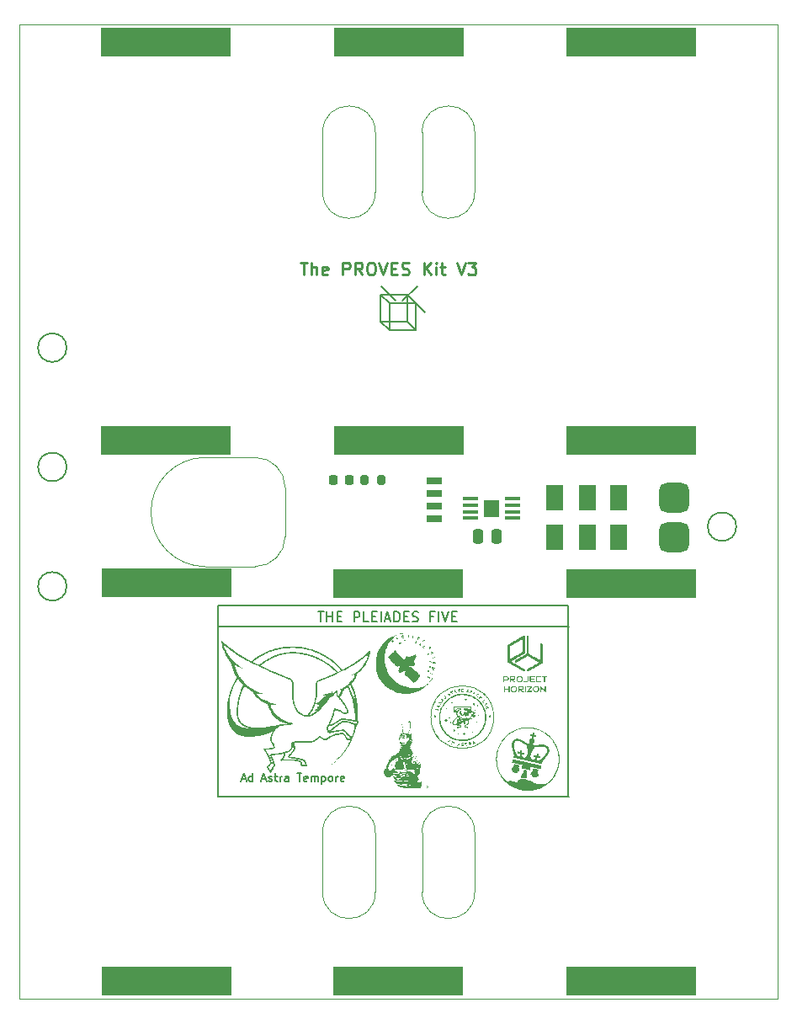
<source format=gbr>
%TF.GenerationSoftware,KiCad,Pcbnew,9.0.0*%
%TF.CreationDate,2025-04-21T01:21:51-04:00*%
%TF.ProjectId,xy_faces_CUpayload_v2,78795f66-6163-4657-935f-43557061796c,3.0*%
%TF.SameCoordinates,Original*%
%TF.FileFunction,Soldermask,Top*%
%TF.FilePolarity,Negative*%
%FSLAX46Y46*%
G04 Gerber Fmt 4.6, Leading zero omitted, Abs format (unit mm)*
G04 Created by KiCad (PCBNEW 9.0.0) date 2025-04-21 01:21:51*
%MOMM*%
%LPD*%
G01*
G04 APERTURE LIST*
G04 Aperture macros list*
%AMRoundRect*
0 Rectangle with rounded corners*
0 $1 Rounding radius*
0 $2 $3 $4 $5 $6 $7 $8 $9 X,Y pos of 4 corners*
0 Add a 4 corners polygon primitive as box body*
4,1,4,$2,$3,$4,$5,$6,$7,$8,$9,$2,$3,0*
0 Add four circle primitives for the rounded corners*
1,1,$1+$1,$2,$3*
1,1,$1+$1,$4,$5*
1,1,$1+$1,$6,$7*
1,1,$1+$1,$8,$9*
0 Add four rect primitives between the rounded corners*
20,1,$1+$1,$2,$3,$4,$5,0*
20,1,$1+$1,$4,$5,$6,$7,0*
20,1,$1+$1,$6,$7,$8,$9,0*
20,1,$1+$1,$8,$9,$2,$3,0*%
G04 Aperture macros list end*
%ADD10C,0.200000*%
%ADD11C,0.150000*%
%ADD12C,0.100000*%
%ADD13C,0.250000*%
%ADD14C,0.000000*%
%ADD15RoundRect,0.100000X0.687500X0.100000X-0.687500X0.100000X-0.687500X-0.100000X0.687500X-0.100000X0*%
%ADD16R,1.500000X1.800000*%
%ADD17R,13.000000X3.000000*%
%ADD18RoundRect,0.750000X0.750000X-0.750000X0.750000X0.750000X-0.750000X0.750000X-0.750000X-0.750000X0*%
%ADD19R,1.700000X2.500000*%
%ADD20RoundRect,0.250000X-0.250000X-0.475000X0.250000X-0.475000X0.250000X0.475000X-0.250000X0.475000X0*%
%ADD21R,1.600000X0.700000*%
%ADD22RoundRect,0.218750X-0.218750X-0.256250X0.218750X-0.256250X0.218750X0.256250X-0.218750X0.256250X0*%
%ADD23RoundRect,0.200000X0.200000X0.275000X-0.200000X0.275000X-0.200000X-0.275000X0.200000X-0.275000X0*%
%TA.AperFunction,Profile*%
%ADD24C,0.050000*%
%TD*%
%TA.AperFunction,Profile*%
%ADD25C,0.100000*%
%TD*%
%TA.AperFunction,Profile*%
%ADD26C,0.200000*%
%TD*%
G04 APERTURE END LIST*
D10*
X144880000Y-93520000D02*
X146350000Y-92050000D01*
X146275000Y-93825000D02*
X147125000Y-94675000D01*
X142700000Y-92950000D02*
X143550000Y-93800000D01*
D11*
X126350000Y-126300000D02*
X161600000Y-126300000D01*
D10*
X144200000Y-93540000D02*
X142720000Y-92060000D01*
D11*
X161575000Y-124200000D02*
X126350000Y-124200000D01*
D10*
X143550000Y-96500000D02*
X146250000Y-96500000D01*
D11*
X161575000Y-143400000D02*
X161575000Y-124200000D01*
X126350000Y-124200000D02*
X126350000Y-143400000D01*
D12*
X154062116Y-135400000D02*
G75*
G02*
X147737884Y-135400000I-3162116J0D01*
G01*
X147737884Y-135400000D02*
G75*
G02*
X154062116Y-135400000I3162116J0D01*
G01*
D10*
X146250000Y-96500000D02*
X146250000Y-93800000D01*
X142700000Y-95650000D02*
X145400000Y-95650000D01*
X146250000Y-93800000D02*
X143550000Y-93800000D01*
X145400000Y-92950000D02*
X146250000Y-93800000D01*
X142700000Y-95650000D02*
X142700000Y-92950000D01*
X143550000Y-93800000D02*
X143550000Y-96500000D01*
X143550000Y-96500000D02*
X142700000Y-95650000D01*
X145400000Y-95650000D02*
X145400000Y-92950000D01*
X145400000Y-95650000D02*
X146250000Y-96500000D01*
X145400000Y-92950000D02*
X142700000Y-92950000D01*
D11*
X126400000Y-143400000D02*
X161600000Y-143400000D01*
D13*
X134583520Y-89684023D02*
X135297806Y-89684023D01*
X134940663Y-90934023D02*
X134940663Y-89684023D01*
X135714473Y-90934023D02*
X135714473Y-89684023D01*
X136250187Y-90934023D02*
X136250187Y-90279261D01*
X136250187Y-90279261D02*
X136190663Y-90160214D01*
X136190663Y-90160214D02*
X136071615Y-90100690D01*
X136071615Y-90100690D02*
X135893044Y-90100690D01*
X135893044Y-90100690D02*
X135773996Y-90160214D01*
X135773996Y-90160214D02*
X135714473Y-90219738D01*
X137321615Y-90874500D02*
X137202567Y-90934023D01*
X137202567Y-90934023D02*
X136964472Y-90934023D01*
X136964472Y-90934023D02*
X136845425Y-90874500D01*
X136845425Y-90874500D02*
X136785901Y-90755452D01*
X136785901Y-90755452D02*
X136785901Y-90279261D01*
X136785901Y-90279261D02*
X136845425Y-90160214D01*
X136845425Y-90160214D02*
X136964472Y-90100690D01*
X136964472Y-90100690D02*
X137202567Y-90100690D01*
X137202567Y-90100690D02*
X137321615Y-90160214D01*
X137321615Y-90160214D02*
X137381139Y-90279261D01*
X137381139Y-90279261D02*
X137381139Y-90398309D01*
X137381139Y-90398309D02*
X136785901Y-90517357D01*
X138869235Y-90934023D02*
X138869235Y-89684023D01*
X138869235Y-89684023D02*
X139345425Y-89684023D01*
X139345425Y-89684023D02*
X139464473Y-89743547D01*
X139464473Y-89743547D02*
X139523996Y-89803071D01*
X139523996Y-89803071D02*
X139583520Y-89922119D01*
X139583520Y-89922119D02*
X139583520Y-90100690D01*
X139583520Y-90100690D02*
X139523996Y-90219738D01*
X139523996Y-90219738D02*
X139464473Y-90279261D01*
X139464473Y-90279261D02*
X139345425Y-90338785D01*
X139345425Y-90338785D02*
X138869235Y-90338785D01*
X140833520Y-90934023D02*
X140416854Y-90338785D01*
X140119235Y-90934023D02*
X140119235Y-89684023D01*
X140119235Y-89684023D02*
X140595425Y-89684023D01*
X140595425Y-89684023D02*
X140714473Y-89743547D01*
X140714473Y-89743547D02*
X140773996Y-89803071D01*
X140773996Y-89803071D02*
X140833520Y-89922119D01*
X140833520Y-89922119D02*
X140833520Y-90100690D01*
X140833520Y-90100690D02*
X140773996Y-90219738D01*
X140773996Y-90219738D02*
X140714473Y-90279261D01*
X140714473Y-90279261D02*
X140595425Y-90338785D01*
X140595425Y-90338785D02*
X140119235Y-90338785D01*
X141607330Y-89684023D02*
X141845425Y-89684023D01*
X141845425Y-89684023D02*
X141964473Y-89743547D01*
X141964473Y-89743547D02*
X142083520Y-89862595D01*
X142083520Y-89862595D02*
X142143044Y-90100690D01*
X142143044Y-90100690D02*
X142143044Y-90517357D01*
X142143044Y-90517357D02*
X142083520Y-90755452D01*
X142083520Y-90755452D02*
X141964473Y-90874500D01*
X141964473Y-90874500D02*
X141845425Y-90934023D01*
X141845425Y-90934023D02*
X141607330Y-90934023D01*
X141607330Y-90934023D02*
X141488282Y-90874500D01*
X141488282Y-90874500D02*
X141369235Y-90755452D01*
X141369235Y-90755452D02*
X141309711Y-90517357D01*
X141309711Y-90517357D02*
X141309711Y-90100690D01*
X141309711Y-90100690D02*
X141369235Y-89862595D01*
X141369235Y-89862595D02*
X141488282Y-89743547D01*
X141488282Y-89743547D02*
X141607330Y-89684023D01*
X142500187Y-89684023D02*
X142916854Y-90934023D01*
X142916854Y-90934023D02*
X143333520Y-89684023D01*
X143750188Y-90279261D02*
X144166854Y-90279261D01*
X144345426Y-90934023D02*
X143750188Y-90934023D01*
X143750188Y-90934023D02*
X143750188Y-89684023D01*
X143750188Y-89684023D02*
X144345426Y-89684023D01*
X144821616Y-90874500D02*
X145000187Y-90934023D01*
X145000187Y-90934023D02*
X145297806Y-90934023D01*
X145297806Y-90934023D02*
X145416854Y-90874500D01*
X145416854Y-90874500D02*
X145476378Y-90814976D01*
X145476378Y-90814976D02*
X145535901Y-90695928D01*
X145535901Y-90695928D02*
X145535901Y-90576880D01*
X145535901Y-90576880D02*
X145476378Y-90457833D01*
X145476378Y-90457833D02*
X145416854Y-90398309D01*
X145416854Y-90398309D02*
X145297806Y-90338785D01*
X145297806Y-90338785D02*
X145059711Y-90279261D01*
X145059711Y-90279261D02*
X144940663Y-90219738D01*
X144940663Y-90219738D02*
X144881140Y-90160214D01*
X144881140Y-90160214D02*
X144821616Y-90041166D01*
X144821616Y-90041166D02*
X144821616Y-89922119D01*
X144821616Y-89922119D02*
X144881140Y-89803071D01*
X144881140Y-89803071D02*
X144940663Y-89743547D01*
X144940663Y-89743547D02*
X145059711Y-89684023D01*
X145059711Y-89684023D02*
X145357330Y-89684023D01*
X145357330Y-89684023D02*
X145535901Y-89743547D01*
X147023997Y-90934023D02*
X147023997Y-89684023D01*
X147738282Y-90934023D02*
X147202568Y-90219738D01*
X147738282Y-89684023D02*
X147023997Y-90398309D01*
X148273997Y-90934023D02*
X148273997Y-90100690D01*
X148273997Y-89684023D02*
X148214473Y-89743547D01*
X148214473Y-89743547D02*
X148273997Y-89803071D01*
X148273997Y-89803071D02*
X148333520Y-89743547D01*
X148333520Y-89743547D02*
X148273997Y-89684023D01*
X148273997Y-89684023D02*
X148273997Y-89803071D01*
X148690663Y-90100690D02*
X149166854Y-90100690D01*
X148869235Y-89684023D02*
X148869235Y-90755452D01*
X148869235Y-90755452D02*
X148928758Y-90874500D01*
X148928758Y-90874500D02*
X149047806Y-90934023D01*
X149047806Y-90934023D02*
X149166854Y-90934023D01*
X150357330Y-89684023D02*
X150773997Y-90934023D01*
X150773997Y-90934023D02*
X151190663Y-89684023D01*
X151488283Y-89684023D02*
X152262092Y-89684023D01*
X152262092Y-89684023D02*
X151845426Y-90160214D01*
X151845426Y-90160214D02*
X152023997Y-90160214D01*
X152023997Y-90160214D02*
X152143045Y-90219738D01*
X152143045Y-90219738D02*
X152202569Y-90279261D01*
X152202569Y-90279261D02*
X152262092Y-90398309D01*
X152262092Y-90398309D02*
X152262092Y-90695928D01*
X152262092Y-90695928D02*
X152202569Y-90814976D01*
X152202569Y-90814976D02*
X152143045Y-90874500D01*
X152143045Y-90874500D02*
X152023997Y-90934023D01*
X152023997Y-90934023D02*
X151666854Y-90934023D01*
X151666854Y-90934023D02*
X151547807Y-90874500D01*
X151547807Y-90874500D02*
X151488283Y-90814976D01*
D11*
X128713094Y-141633723D02*
X129094047Y-141633723D01*
X128636904Y-141862295D02*
X128903571Y-141062295D01*
X128903571Y-141062295D02*
X129170237Y-141862295D01*
X129779761Y-141862295D02*
X129779761Y-141062295D01*
X129779761Y-141824200D02*
X129703570Y-141862295D01*
X129703570Y-141862295D02*
X129551189Y-141862295D01*
X129551189Y-141862295D02*
X129474999Y-141824200D01*
X129474999Y-141824200D02*
X129436904Y-141786104D01*
X129436904Y-141786104D02*
X129398808Y-141709914D01*
X129398808Y-141709914D02*
X129398808Y-141481342D01*
X129398808Y-141481342D02*
X129436904Y-141405152D01*
X129436904Y-141405152D02*
X129474999Y-141367057D01*
X129474999Y-141367057D02*
X129551189Y-141328961D01*
X129551189Y-141328961D02*
X129703570Y-141328961D01*
X129703570Y-141328961D02*
X129779761Y-141367057D01*
X130732142Y-141633723D02*
X131113095Y-141633723D01*
X130655952Y-141862295D02*
X130922619Y-141062295D01*
X130922619Y-141062295D02*
X131189285Y-141862295D01*
X131417856Y-141824200D02*
X131494047Y-141862295D01*
X131494047Y-141862295D02*
X131646428Y-141862295D01*
X131646428Y-141862295D02*
X131722618Y-141824200D01*
X131722618Y-141824200D02*
X131760714Y-141748009D01*
X131760714Y-141748009D02*
X131760714Y-141709914D01*
X131760714Y-141709914D02*
X131722618Y-141633723D01*
X131722618Y-141633723D02*
X131646428Y-141595628D01*
X131646428Y-141595628D02*
X131532142Y-141595628D01*
X131532142Y-141595628D02*
X131455952Y-141557533D01*
X131455952Y-141557533D02*
X131417856Y-141481342D01*
X131417856Y-141481342D02*
X131417856Y-141443247D01*
X131417856Y-141443247D02*
X131455952Y-141367057D01*
X131455952Y-141367057D02*
X131532142Y-141328961D01*
X131532142Y-141328961D02*
X131646428Y-141328961D01*
X131646428Y-141328961D02*
X131722618Y-141367057D01*
X131989285Y-141328961D02*
X132294047Y-141328961D01*
X132103571Y-141062295D02*
X132103571Y-141748009D01*
X132103571Y-141748009D02*
X132141666Y-141824200D01*
X132141666Y-141824200D02*
X132217856Y-141862295D01*
X132217856Y-141862295D02*
X132294047Y-141862295D01*
X132560714Y-141862295D02*
X132560714Y-141328961D01*
X132560714Y-141481342D02*
X132598809Y-141405152D01*
X132598809Y-141405152D02*
X132636904Y-141367057D01*
X132636904Y-141367057D02*
X132713095Y-141328961D01*
X132713095Y-141328961D02*
X132789285Y-141328961D01*
X133398809Y-141862295D02*
X133398809Y-141443247D01*
X133398809Y-141443247D02*
X133360714Y-141367057D01*
X133360714Y-141367057D02*
X133284523Y-141328961D01*
X133284523Y-141328961D02*
X133132142Y-141328961D01*
X133132142Y-141328961D02*
X133055952Y-141367057D01*
X133398809Y-141824200D02*
X133322618Y-141862295D01*
X133322618Y-141862295D02*
X133132142Y-141862295D01*
X133132142Y-141862295D02*
X133055952Y-141824200D01*
X133055952Y-141824200D02*
X133017856Y-141748009D01*
X133017856Y-141748009D02*
X133017856Y-141671819D01*
X133017856Y-141671819D02*
X133055952Y-141595628D01*
X133055952Y-141595628D02*
X133132142Y-141557533D01*
X133132142Y-141557533D02*
X133322618Y-141557533D01*
X133322618Y-141557533D02*
X133398809Y-141519438D01*
X134275000Y-141062295D02*
X134732143Y-141062295D01*
X134503571Y-141862295D02*
X134503571Y-141062295D01*
X135303572Y-141824200D02*
X135227381Y-141862295D01*
X135227381Y-141862295D02*
X135075000Y-141862295D01*
X135075000Y-141862295D02*
X134998810Y-141824200D01*
X134998810Y-141824200D02*
X134960714Y-141748009D01*
X134960714Y-141748009D02*
X134960714Y-141443247D01*
X134960714Y-141443247D02*
X134998810Y-141367057D01*
X134998810Y-141367057D02*
X135075000Y-141328961D01*
X135075000Y-141328961D02*
X135227381Y-141328961D01*
X135227381Y-141328961D02*
X135303572Y-141367057D01*
X135303572Y-141367057D02*
X135341667Y-141443247D01*
X135341667Y-141443247D02*
X135341667Y-141519438D01*
X135341667Y-141519438D02*
X134960714Y-141595628D01*
X135684524Y-141862295D02*
X135684524Y-141328961D01*
X135684524Y-141405152D02*
X135722619Y-141367057D01*
X135722619Y-141367057D02*
X135798809Y-141328961D01*
X135798809Y-141328961D02*
X135913095Y-141328961D01*
X135913095Y-141328961D02*
X135989286Y-141367057D01*
X135989286Y-141367057D02*
X136027381Y-141443247D01*
X136027381Y-141443247D02*
X136027381Y-141862295D01*
X136027381Y-141443247D02*
X136065476Y-141367057D01*
X136065476Y-141367057D02*
X136141667Y-141328961D01*
X136141667Y-141328961D02*
X136255952Y-141328961D01*
X136255952Y-141328961D02*
X136332143Y-141367057D01*
X136332143Y-141367057D02*
X136370238Y-141443247D01*
X136370238Y-141443247D02*
X136370238Y-141862295D01*
X136751191Y-141328961D02*
X136751191Y-142128961D01*
X136751191Y-141367057D02*
X136827381Y-141328961D01*
X136827381Y-141328961D02*
X136979762Y-141328961D01*
X136979762Y-141328961D02*
X137055953Y-141367057D01*
X137055953Y-141367057D02*
X137094048Y-141405152D01*
X137094048Y-141405152D02*
X137132143Y-141481342D01*
X137132143Y-141481342D02*
X137132143Y-141709914D01*
X137132143Y-141709914D02*
X137094048Y-141786104D01*
X137094048Y-141786104D02*
X137055953Y-141824200D01*
X137055953Y-141824200D02*
X136979762Y-141862295D01*
X136979762Y-141862295D02*
X136827381Y-141862295D01*
X136827381Y-141862295D02*
X136751191Y-141824200D01*
X137589286Y-141862295D02*
X137513096Y-141824200D01*
X137513096Y-141824200D02*
X137475001Y-141786104D01*
X137475001Y-141786104D02*
X137436905Y-141709914D01*
X137436905Y-141709914D02*
X137436905Y-141481342D01*
X137436905Y-141481342D02*
X137475001Y-141405152D01*
X137475001Y-141405152D02*
X137513096Y-141367057D01*
X137513096Y-141367057D02*
X137589286Y-141328961D01*
X137589286Y-141328961D02*
X137703572Y-141328961D01*
X137703572Y-141328961D02*
X137779763Y-141367057D01*
X137779763Y-141367057D02*
X137817858Y-141405152D01*
X137817858Y-141405152D02*
X137855953Y-141481342D01*
X137855953Y-141481342D02*
X137855953Y-141709914D01*
X137855953Y-141709914D02*
X137817858Y-141786104D01*
X137817858Y-141786104D02*
X137779763Y-141824200D01*
X137779763Y-141824200D02*
X137703572Y-141862295D01*
X137703572Y-141862295D02*
X137589286Y-141862295D01*
X138198811Y-141862295D02*
X138198811Y-141328961D01*
X138198811Y-141481342D02*
X138236906Y-141405152D01*
X138236906Y-141405152D02*
X138275001Y-141367057D01*
X138275001Y-141367057D02*
X138351192Y-141328961D01*
X138351192Y-141328961D02*
X138427382Y-141328961D01*
X138998811Y-141824200D02*
X138922620Y-141862295D01*
X138922620Y-141862295D02*
X138770239Y-141862295D01*
X138770239Y-141862295D02*
X138694049Y-141824200D01*
X138694049Y-141824200D02*
X138655953Y-141748009D01*
X138655953Y-141748009D02*
X138655953Y-141443247D01*
X138655953Y-141443247D02*
X138694049Y-141367057D01*
X138694049Y-141367057D02*
X138770239Y-141328961D01*
X138770239Y-141328961D02*
X138922620Y-141328961D01*
X138922620Y-141328961D02*
X138998811Y-141367057D01*
X138998811Y-141367057D02*
X139036906Y-141443247D01*
X139036906Y-141443247D02*
X139036906Y-141519438D01*
X139036906Y-141519438D02*
X138655953Y-141595628D01*
X136376190Y-124804819D02*
X136947618Y-124804819D01*
X136661904Y-125804819D02*
X136661904Y-124804819D01*
X137280952Y-125804819D02*
X137280952Y-124804819D01*
X137280952Y-125281009D02*
X137852380Y-125281009D01*
X137852380Y-125804819D02*
X137852380Y-124804819D01*
X138328571Y-125281009D02*
X138661904Y-125281009D01*
X138804761Y-125804819D02*
X138328571Y-125804819D01*
X138328571Y-125804819D02*
X138328571Y-124804819D01*
X138328571Y-124804819D02*
X138804761Y-124804819D01*
X139995238Y-125804819D02*
X139995238Y-124804819D01*
X139995238Y-124804819D02*
X140376190Y-124804819D01*
X140376190Y-124804819D02*
X140471428Y-124852438D01*
X140471428Y-124852438D02*
X140519047Y-124900057D01*
X140519047Y-124900057D02*
X140566666Y-124995295D01*
X140566666Y-124995295D02*
X140566666Y-125138152D01*
X140566666Y-125138152D02*
X140519047Y-125233390D01*
X140519047Y-125233390D02*
X140471428Y-125281009D01*
X140471428Y-125281009D02*
X140376190Y-125328628D01*
X140376190Y-125328628D02*
X139995238Y-125328628D01*
X141471428Y-125804819D02*
X140995238Y-125804819D01*
X140995238Y-125804819D02*
X140995238Y-124804819D01*
X141804762Y-125281009D02*
X142138095Y-125281009D01*
X142280952Y-125804819D02*
X141804762Y-125804819D01*
X141804762Y-125804819D02*
X141804762Y-124804819D01*
X141804762Y-124804819D02*
X142280952Y-124804819D01*
X142709524Y-125804819D02*
X142709524Y-124804819D01*
X143138095Y-125519104D02*
X143614285Y-125519104D01*
X143042857Y-125804819D02*
X143376190Y-124804819D01*
X143376190Y-124804819D02*
X143709523Y-125804819D01*
X144042857Y-125804819D02*
X144042857Y-124804819D01*
X144042857Y-124804819D02*
X144280952Y-124804819D01*
X144280952Y-124804819D02*
X144423809Y-124852438D01*
X144423809Y-124852438D02*
X144519047Y-124947676D01*
X144519047Y-124947676D02*
X144566666Y-125042914D01*
X144566666Y-125042914D02*
X144614285Y-125233390D01*
X144614285Y-125233390D02*
X144614285Y-125376247D01*
X144614285Y-125376247D02*
X144566666Y-125566723D01*
X144566666Y-125566723D02*
X144519047Y-125661961D01*
X144519047Y-125661961D02*
X144423809Y-125757200D01*
X144423809Y-125757200D02*
X144280952Y-125804819D01*
X144280952Y-125804819D02*
X144042857Y-125804819D01*
X145042857Y-125281009D02*
X145376190Y-125281009D01*
X145519047Y-125804819D02*
X145042857Y-125804819D01*
X145042857Y-125804819D02*
X145042857Y-124804819D01*
X145042857Y-124804819D02*
X145519047Y-124804819D01*
X145900000Y-125757200D02*
X146042857Y-125804819D01*
X146042857Y-125804819D02*
X146280952Y-125804819D01*
X146280952Y-125804819D02*
X146376190Y-125757200D01*
X146376190Y-125757200D02*
X146423809Y-125709580D01*
X146423809Y-125709580D02*
X146471428Y-125614342D01*
X146471428Y-125614342D02*
X146471428Y-125519104D01*
X146471428Y-125519104D02*
X146423809Y-125423866D01*
X146423809Y-125423866D02*
X146376190Y-125376247D01*
X146376190Y-125376247D02*
X146280952Y-125328628D01*
X146280952Y-125328628D02*
X146090476Y-125281009D01*
X146090476Y-125281009D02*
X145995238Y-125233390D01*
X145995238Y-125233390D02*
X145947619Y-125185771D01*
X145947619Y-125185771D02*
X145900000Y-125090533D01*
X145900000Y-125090533D02*
X145900000Y-124995295D01*
X145900000Y-124995295D02*
X145947619Y-124900057D01*
X145947619Y-124900057D02*
X145995238Y-124852438D01*
X145995238Y-124852438D02*
X146090476Y-124804819D01*
X146090476Y-124804819D02*
X146328571Y-124804819D01*
X146328571Y-124804819D02*
X146471428Y-124852438D01*
X147995238Y-125281009D02*
X147661905Y-125281009D01*
X147661905Y-125804819D02*
X147661905Y-124804819D01*
X147661905Y-124804819D02*
X148138095Y-124804819D01*
X148519048Y-125804819D02*
X148519048Y-124804819D01*
X148852381Y-124804819D02*
X149185714Y-125804819D01*
X149185714Y-125804819D02*
X149519047Y-124804819D01*
X149852381Y-125281009D02*
X150185714Y-125281009D01*
X150328571Y-125804819D02*
X149852381Y-125804819D01*
X149852381Y-125804819D02*
X149852381Y-124804819D01*
X149852381Y-124804819D02*
X150328571Y-124804819D01*
D14*
%TO.C,G\u002A\u002A\u002A*%
G36*
X143129228Y-140588725D02*
G01*
X143118213Y-140599740D01*
X143107198Y-140588725D01*
X143118213Y-140577710D01*
X143129228Y-140588725D01*
G37*
G36*
X143151257Y-140544666D02*
G01*
X143140243Y-140555681D01*
X143129228Y-140544666D01*
X143140243Y-140533651D01*
X143151257Y-140544666D01*
G37*
G36*
X143173287Y-140500607D02*
G01*
X143162272Y-140511622D01*
X143151257Y-140500607D01*
X143162272Y-140489592D01*
X143173287Y-140500607D01*
G37*
G36*
X143371552Y-140082047D02*
G01*
X143360537Y-140093062D01*
X143349523Y-140082047D01*
X143360537Y-140071032D01*
X143371552Y-140082047D01*
G37*
G36*
X143591847Y-140544666D02*
G01*
X143580832Y-140555681D01*
X143569818Y-140544666D01*
X143580832Y-140533651D01*
X143591847Y-140544666D01*
G37*
G36*
X143613877Y-140434519D02*
G01*
X143602862Y-140445533D01*
X143591847Y-140434519D01*
X143602862Y-140423504D01*
X143613877Y-140434519D01*
G37*
G36*
X143812142Y-140170165D02*
G01*
X143801127Y-140181180D01*
X143790112Y-140170165D01*
X143801127Y-140159150D01*
X143812142Y-140170165D01*
G37*
G36*
X143834171Y-139839723D02*
G01*
X143823157Y-139850737D01*
X143812142Y-139839723D01*
X143823157Y-139828708D01*
X143834171Y-139839723D01*
G37*
G36*
X143856201Y-139288985D02*
G01*
X143845186Y-139300000D01*
X143834171Y-139288985D01*
X143845186Y-139277971D01*
X143856201Y-139288985D01*
G37*
G36*
X143900260Y-139244926D02*
G01*
X143889245Y-139255941D01*
X143878230Y-139244926D01*
X143889245Y-139233912D01*
X143900260Y-139244926D01*
G37*
G36*
X143900260Y-140015958D02*
G01*
X143889245Y-140026973D01*
X143878230Y-140015958D01*
X143889245Y-140004944D01*
X143900260Y-140015958D01*
G37*
G36*
X144010407Y-141646141D02*
G01*
X143999393Y-141657155D01*
X143988378Y-141646141D01*
X143999393Y-141635126D01*
X144010407Y-141646141D01*
G37*
G36*
X144142584Y-141073374D02*
G01*
X144131569Y-141084389D01*
X144120555Y-141073374D01*
X144131569Y-141062359D01*
X144142584Y-141073374D01*
G37*
G36*
X144164614Y-139795664D02*
G01*
X144153599Y-139806678D01*
X144142584Y-139795664D01*
X144153599Y-139784649D01*
X144164614Y-139795664D01*
G37*
G36*
X144208673Y-141359757D02*
G01*
X144197658Y-141370772D01*
X144186643Y-141359757D01*
X144197658Y-141348743D01*
X144208673Y-141359757D01*
G37*
G36*
X144274761Y-141998612D02*
G01*
X144263746Y-142009627D01*
X144252732Y-141998612D01*
X144263746Y-141987598D01*
X144274761Y-141998612D01*
G37*
G36*
X144627233Y-138495924D02*
G01*
X144616218Y-138506939D01*
X144605203Y-138495924D01*
X144616218Y-138484909D01*
X144627233Y-138495924D01*
G37*
G36*
X144649262Y-137041978D02*
G01*
X144638248Y-137052992D01*
X144627233Y-137041978D01*
X144638248Y-137030963D01*
X144649262Y-137041978D01*
G37*
G36*
X144649262Y-138451865D02*
G01*
X144638248Y-138462880D01*
X144627233Y-138451865D01*
X144638248Y-138440850D01*
X144649262Y-138451865D01*
G37*
G36*
X145089852Y-136975889D02*
G01*
X145078837Y-136986904D01*
X145067823Y-136975889D01*
X145078837Y-136964874D01*
X145089852Y-136975889D01*
G37*
G36*
X145111882Y-139509280D02*
G01*
X145100867Y-139520295D01*
X145089852Y-139509280D01*
X145100867Y-139498265D01*
X145111882Y-139509280D01*
G37*
G36*
X145111882Y-140192194D02*
G01*
X145100867Y-140203209D01*
X145089852Y-140192194D01*
X145100867Y-140181180D01*
X145111882Y-140192194D01*
G37*
G36*
X145177970Y-140919167D02*
G01*
X145166955Y-140930182D01*
X145155941Y-140919167D01*
X145166955Y-140908153D01*
X145177970Y-140919167D01*
G37*
G36*
X145398265Y-136689506D02*
G01*
X145387250Y-136700520D01*
X145376236Y-136689506D01*
X145387250Y-136678491D01*
X145398265Y-136689506D01*
G37*
G36*
X145574501Y-139729575D02*
G01*
X145563486Y-139740590D01*
X145552471Y-139729575D01*
X145563486Y-139718560D01*
X145574501Y-139729575D01*
G37*
G36*
X145596530Y-140037988D02*
G01*
X145585516Y-140049003D01*
X145574501Y-140037988D01*
X145585516Y-140026973D01*
X145596530Y-140037988D01*
G37*
G36*
X145706678Y-136843712D02*
G01*
X145695663Y-136854727D01*
X145684648Y-136843712D01*
X145695663Y-136832697D01*
X145706678Y-136843712D01*
G37*
G36*
X145728707Y-140368430D02*
G01*
X145717693Y-140379445D01*
X145706678Y-140368430D01*
X145717693Y-140357416D01*
X145728707Y-140368430D01*
G37*
G36*
X145772766Y-138385776D02*
G01*
X145761752Y-138396791D01*
X145750737Y-138385776D01*
X145761752Y-138374762D01*
X145772766Y-138385776D01*
G37*
G36*
X145772766Y-140985256D02*
G01*
X145761752Y-140996271D01*
X145750737Y-140985256D01*
X145761752Y-140974241D01*
X145772766Y-140985256D01*
G37*
G36*
X145794796Y-136953860D02*
G01*
X145783781Y-136964874D01*
X145772766Y-136953860D01*
X145783781Y-136942845D01*
X145794796Y-136953860D01*
G37*
G36*
X145838855Y-137041978D02*
G01*
X145827840Y-137052992D01*
X145816825Y-137041978D01*
X145827840Y-137030963D01*
X145838855Y-137041978D01*
G37*
G36*
X145904943Y-137240243D02*
G01*
X145893929Y-137251258D01*
X145882914Y-137240243D01*
X145893929Y-137229228D01*
X145904943Y-137240243D01*
G37*
G36*
X145904943Y-137526626D02*
G01*
X145893929Y-137537641D01*
X145882914Y-137526626D01*
X145893929Y-137515612D01*
X145904943Y-137526626D01*
G37*
G36*
X145971032Y-139839723D02*
G01*
X145960017Y-139850737D01*
X145949002Y-139839723D01*
X145960017Y-139828708D01*
X145971032Y-139839723D01*
G37*
G36*
X146015091Y-140082047D02*
G01*
X146004076Y-140093062D01*
X145993061Y-140082047D01*
X146004076Y-140071032D01*
X146015091Y-140082047D01*
G37*
G36*
X146059150Y-139090720D02*
G01*
X146048135Y-139101735D01*
X146037120Y-139090720D01*
X146048135Y-139079705D01*
X146059150Y-139090720D01*
G37*
G36*
X146169297Y-140831050D02*
G01*
X146158282Y-140842064D01*
X146147268Y-140831050D01*
X146158282Y-140820035D01*
X146169297Y-140831050D01*
G37*
G36*
X146257415Y-139134779D02*
G01*
X146246400Y-139145794D01*
X146235386Y-139134779D01*
X146246400Y-139123764D01*
X146257415Y-139134779D01*
G37*
G36*
X146301474Y-139156808D02*
G01*
X146290459Y-139167823D01*
X146279445Y-139156808D01*
X146290459Y-139145794D01*
X146301474Y-139156808D01*
G37*
G36*
X146301474Y-140302342D02*
G01*
X146290459Y-140313357D01*
X146279445Y-140302342D01*
X146290459Y-140291327D01*
X146301474Y-140302342D01*
G37*
G36*
X146433651Y-141866435D02*
G01*
X146422636Y-141877450D01*
X146411622Y-141866435D01*
X146422636Y-141855421D01*
X146433651Y-141866435D01*
G37*
G36*
X146455681Y-139288985D02*
G01*
X146444666Y-139300000D01*
X146433651Y-139288985D01*
X146444666Y-139277971D01*
X146455681Y-139288985D01*
G37*
G36*
X146499739Y-139311015D02*
G01*
X146488725Y-139322030D01*
X146477710Y-139311015D01*
X146488725Y-139300000D01*
X146499739Y-139311015D01*
G37*
G36*
X146631916Y-139795664D02*
G01*
X146620902Y-139806678D01*
X146609887Y-139795664D01*
X146620902Y-139784649D01*
X146631916Y-139795664D01*
G37*
G36*
X146631916Y-141668170D02*
G01*
X146620902Y-141679185D01*
X146609887Y-141668170D01*
X146620902Y-141657155D01*
X146631916Y-141668170D01*
G37*
G36*
X146675975Y-139531310D02*
G01*
X146664961Y-139542324D01*
X146653946Y-139531310D01*
X146664961Y-139520295D01*
X146675975Y-139531310D01*
G37*
G36*
X146698005Y-139575369D02*
G01*
X146686990Y-139586383D01*
X146675975Y-139575369D01*
X146686990Y-139564354D01*
X146698005Y-139575369D01*
G37*
G36*
X146720034Y-139641457D02*
G01*
X146709020Y-139652472D01*
X146698005Y-139641457D01*
X146709020Y-139630442D01*
X146720034Y-139641457D01*
G37*
G36*
X146720034Y-141844406D02*
G01*
X146709020Y-141855421D01*
X146698005Y-141844406D01*
X146709020Y-141833391D01*
X146720034Y-141844406D01*
G37*
G36*
X146764093Y-139971899D02*
G01*
X146753079Y-139982914D01*
X146742064Y-139971899D01*
X146753079Y-139960885D01*
X146764093Y-139971899D01*
G37*
G36*
X146764093Y-140037988D02*
G01*
X146753079Y-140049003D01*
X146742064Y-140037988D01*
X146753079Y-140026973D01*
X146764093Y-140037988D01*
G37*
G36*
X147050477Y-142042671D02*
G01*
X147039462Y-142053686D01*
X147028447Y-142042671D01*
X147039462Y-142031657D01*
X147050477Y-142042671D01*
G37*
G36*
X147072506Y-142395143D02*
G01*
X147061491Y-142406158D01*
X147050477Y-142395143D01*
X147061491Y-142384128D01*
X147072506Y-142395143D01*
G37*
G36*
X147116565Y-142086730D02*
G01*
X147105550Y-142097745D01*
X147094536Y-142086730D01*
X147105550Y-142075716D01*
X147116565Y-142086730D01*
G37*
G36*
X147160624Y-142130789D02*
G01*
X147149609Y-142141804D01*
X147138595Y-142130789D01*
X147149609Y-142119775D01*
X147160624Y-142130789D01*
G37*
G36*
X147204683Y-142174848D02*
G01*
X147193668Y-142185863D01*
X147182654Y-142174848D01*
X147193668Y-142163834D01*
X147204683Y-142174848D01*
G37*
G36*
X143804799Y-140210552D02*
G01*
X143801775Y-140223649D01*
X143790112Y-140225239D01*
X143771980Y-140217178D01*
X143775426Y-140210552D01*
X143801570Y-140207916D01*
X143804799Y-140210552D01*
G37*
G36*
X144025094Y-141686528D02*
G01*
X144027730Y-141712672D01*
X144025094Y-141715901D01*
X144011997Y-141712877D01*
X144010407Y-141701214D01*
X144018468Y-141683082D01*
X144025094Y-141686528D01*
G37*
G36*
X144069153Y-139836051D02*
G01*
X144066129Y-139849147D01*
X144054466Y-139850737D01*
X144036334Y-139842677D01*
X144039780Y-139836051D01*
X144065924Y-139833414D01*
X144069153Y-139836051D01*
G37*
G36*
X144201330Y-139065019D02*
G01*
X144198306Y-139078115D01*
X144186643Y-139079705D01*
X144168510Y-139071645D01*
X144171957Y-139065019D01*
X144198101Y-139062382D01*
X144201330Y-139065019D01*
G37*
G36*
X144553801Y-140871437D02*
G01*
X144550777Y-140884533D01*
X144539115Y-140886123D01*
X144520982Y-140878063D01*
X144524429Y-140871437D01*
X144550573Y-140868800D01*
X144553801Y-140871437D01*
G37*
G36*
X144619890Y-137082365D02*
G01*
X144622526Y-137108509D01*
X144619890Y-137111738D01*
X144606793Y-137108714D01*
X144605203Y-137097051D01*
X144613264Y-137078918D01*
X144619890Y-137082365D01*
G37*
G36*
X145293625Y-136663901D02*
G01*
X145296392Y-136671942D01*
X145266088Y-136675013D01*
X145234814Y-136671551D01*
X145238551Y-136663901D01*
X145283653Y-136660992D01*
X145293625Y-136663901D01*
G37*
G36*
X145523461Y-140793875D02*
G01*
X145526087Y-140828304D01*
X145521722Y-140836098D01*
X145511709Y-140829528D01*
X145510152Y-140807184D01*
X145515532Y-140783678D01*
X145523461Y-140793875D01*
G37*
G36*
X145545128Y-137016276D02*
G01*
X145542104Y-137029373D01*
X145530442Y-137030963D01*
X145512309Y-137022903D01*
X145515756Y-137016276D01*
X145541900Y-137013640D01*
X145545128Y-137016276D01*
G37*
G36*
X146163331Y-139110455D02*
G01*
X146156761Y-139120467D01*
X146134417Y-139122025D01*
X146110911Y-139116645D01*
X146121108Y-139108716D01*
X146155537Y-139106089D01*
X146163331Y-139110455D01*
G37*
G36*
X146250072Y-139858080D02*
G01*
X146252708Y-139884224D01*
X146250072Y-139887453D01*
X146236975Y-139884429D01*
X146235386Y-139872767D01*
X146243446Y-139854634D01*
X146250072Y-139858080D01*
G37*
G36*
X146624573Y-140056346D02*
G01*
X146627210Y-140082490D01*
X146624573Y-140085719D01*
X146611477Y-140082695D01*
X146609887Y-140071032D01*
X146617947Y-140052899D01*
X146624573Y-140056346D01*
G37*
G36*
X146734721Y-139769963D02*
G01*
X146737357Y-139796106D01*
X146734721Y-139799335D01*
X146721624Y-139796311D01*
X146720034Y-139784649D01*
X146728095Y-139766516D01*
X146734721Y-139769963D01*
G37*
G36*
X146734721Y-139902139D02*
G01*
X146737357Y-139928283D01*
X146734721Y-139931512D01*
X146721624Y-139928488D01*
X146720034Y-139916826D01*
X146728095Y-139898693D01*
X146734721Y-139902139D01*
G37*
G36*
X146758127Y-142547055D02*
G01*
X146751557Y-142557068D01*
X146729213Y-142558625D01*
X146705707Y-142553245D01*
X146715904Y-142545316D01*
X146750333Y-142542689D01*
X146758127Y-142547055D01*
G37*
G36*
X146999075Y-141994941D02*
G01*
X146996051Y-142008037D01*
X146984388Y-142009627D01*
X146966255Y-142001567D01*
X146969702Y-141994941D01*
X146995846Y-141992304D01*
X146999075Y-141994941D01*
G37*
G36*
X147241399Y-142215236D02*
G01*
X147238375Y-142228332D01*
X147226713Y-142229922D01*
X147208580Y-142221862D01*
X147212026Y-142215236D01*
X147238170Y-142212599D01*
X147241399Y-142215236D01*
G37*
G36*
X143040439Y-140792008D02*
G01*
X143048712Y-140808070D01*
X143054349Y-140839111D01*
X143039550Y-140833086D01*
X143029189Y-140818569D01*
X143022418Y-140789737D01*
X143025168Y-140784575D01*
X143040439Y-140792008D01*
G37*
G36*
X143588443Y-139595295D02*
G01*
X143611907Y-139615773D01*
X143613877Y-139620728D01*
X143603422Y-139629782D01*
X143581655Y-139609494D01*
X143578729Y-139605009D01*
X143576132Y-139589935D01*
X143588443Y-139595295D01*
G37*
G36*
X143632502Y-140322268D02*
G01*
X143656152Y-140344449D01*
X143651301Y-140357201D01*
X143648221Y-140357416D01*
X143629588Y-140341768D01*
X143622788Y-140331982D01*
X143620191Y-140316908D01*
X143632502Y-140322268D01*
G37*
G36*
X145130507Y-140476474D02*
G01*
X145154157Y-140498655D01*
X145149306Y-140511408D01*
X145146226Y-140511622D01*
X145127593Y-140495975D01*
X145120793Y-140486189D01*
X145118196Y-140471114D01*
X145130507Y-140476474D01*
G37*
G36*
X146738660Y-141776214D02*
G01*
X146762124Y-141796692D01*
X146764093Y-141801647D01*
X146753639Y-141810702D01*
X146731872Y-141790413D01*
X146728945Y-141785929D01*
X146726349Y-141770854D01*
X146738660Y-141776214D01*
G37*
G36*
X146877583Y-141914853D02*
G01*
X146896270Y-141932524D01*
X146915090Y-141960774D01*
X146902261Y-141960460D01*
X146861929Y-141933225D01*
X146838486Y-141909112D01*
X146844007Y-141900180D01*
X146877583Y-141914853D01*
G37*
G36*
X147311427Y-142371010D02*
G01*
X147335076Y-142393191D01*
X147330225Y-142405944D01*
X147327145Y-142406158D01*
X147308513Y-142390511D01*
X147301712Y-142380725D01*
X147299116Y-142365650D01*
X147311427Y-142371010D01*
G37*
G36*
X147398198Y-142483974D02*
G01*
X147376224Y-142508658D01*
X147356721Y-142516305D01*
X147350964Y-142503650D01*
X147363528Y-142485483D01*
X147390412Y-142463213D01*
X147399647Y-142461988D01*
X147398198Y-142483974D01*
G37*
G36*
X143625452Y-140144034D02*
G01*
X143641413Y-140156340D01*
X143671923Y-140183516D01*
X143679965Y-140194892D01*
X143669249Y-140201486D01*
X143639964Y-140173187D01*
X143633096Y-140164658D01*
X143614044Y-140138564D01*
X143625452Y-140144034D01*
G37*
G36*
X143628995Y-140239469D02*
G01*
X143624891Y-140247268D01*
X143604135Y-140268306D01*
X143600262Y-140269298D01*
X143598759Y-140255068D01*
X143602862Y-140247268D01*
X143623618Y-140226230D01*
X143627491Y-140225239D01*
X143628995Y-140239469D01*
G37*
G36*
X143783201Y-140525852D02*
G01*
X143779098Y-140533651D01*
X143758341Y-140554690D01*
X143754468Y-140555681D01*
X143752965Y-140541451D01*
X143757068Y-140533651D01*
X143777825Y-140512613D01*
X143781698Y-140511622D01*
X143783201Y-140525852D01*
G37*
G36*
X144773954Y-136868300D02*
G01*
X144770425Y-136876756D01*
X144741242Y-136897963D01*
X144734780Y-136898786D01*
X144722837Y-136885213D01*
X144726366Y-136876756D01*
X144755548Y-136855549D01*
X144762010Y-136854727D01*
X144773954Y-136868300D01*
G37*
G36*
X145198991Y-140682792D02*
G01*
X145189891Y-140708422D01*
X145157604Y-140728701D01*
X145138118Y-140731216D01*
X145114946Y-140727338D01*
X145126584Y-140711520D01*
X145143318Y-140698400D01*
X145182355Y-140676728D01*
X145198991Y-140682792D01*
G37*
G36*
X145787884Y-138146667D02*
G01*
X145783781Y-138154467D01*
X145763025Y-138175505D01*
X145759151Y-138176496D01*
X145757648Y-138162266D01*
X145761752Y-138154467D01*
X145782508Y-138133428D01*
X145786381Y-138132437D01*
X145787884Y-138146667D01*
G37*
G36*
X145897090Y-137319485D02*
G01*
X145898180Y-137323273D01*
X145901405Y-137371260D01*
X145897364Y-137389361D01*
X145890132Y-137390094D01*
X145887178Y-137355607D01*
X145887208Y-137350390D01*
X145890385Y-137316224D01*
X145897090Y-137319485D01*
G37*
G36*
X145898494Y-139669251D02*
G01*
X145902041Y-139726652D01*
X145898050Y-139757369D01*
X145892095Y-139762518D01*
X145888754Y-139730883D01*
X145888469Y-139707546D01*
X145890638Y-139664884D01*
X145895614Y-139658411D01*
X145898494Y-139669251D01*
G37*
G36*
X146359990Y-139930322D02*
G01*
X146356548Y-139938855D01*
X146336752Y-139959871D01*
X146333218Y-139960885D01*
X146323756Y-139943841D01*
X146323504Y-139938855D01*
X146340439Y-139917672D01*
X146346833Y-139916826D01*
X146359990Y-139930322D01*
G37*
G36*
X146364393Y-139756599D02*
G01*
X146367563Y-139772334D01*
X146356061Y-139802475D01*
X146345533Y-139806678D01*
X146324134Y-139790867D01*
X146323504Y-139785949D01*
X146339517Y-139756114D01*
X146345533Y-139751605D01*
X146364393Y-139756599D01*
G37*
G36*
X144842405Y-137335255D02*
G01*
X144847013Y-137375266D01*
X144840575Y-137416802D01*
X144827084Y-137437528D01*
X144805443Y-137430290D01*
X144792618Y-137405981D01*
X144788617Y-137353629D01*
X144809798Y-137321519D01*
X144826798Y-137317346D01*
X144842405Y-137335255D01*
G37*
G36*
X145237323Y-137329593D02*
G01*
X145238062Y-137373368D01*
X145237916Y-137374467D01*
X145223075Y-137422393D01*
X145202131Y-137445141D01*
X145182752Y-137435971D01*
X145181783Y-137393042D01*
X145196250Y-137345107D01*
X145217568Y-137322368D01*
X145237323Y-137329593D01*
G37*
G36*
X146015091Y-139861752D02*
G01*
X146032641Y-139925402D01*
X146032610Y-139982469D01*
X146015091Y-140015958D01*
X146001535Y-140005329D01*
X145994959Y-139956619D01*
X145994610Y-139923633D01*
X145997347Y-139864347D01*
X146003994Y-139845434D01*
X146015091Y-139861752D01*
G37*
G36*
X146399199Y-139557508D02*
G01*
X146391976Y-139593013D01*
X146386920Y-139608916D01*
X146364531Y-139668743D01*
X146350382Y-139694615D01*
X146346950Y-139684004D01*
X146355008Y-139641457D01*
X146372740Y-139587334D01*
X146391750Y-139553842D01*
X146399199Y-139557508D01*
G37*
G36*
X146627812Y-139607668D02*
G01*
X146645537Y-139637897D01*
X146666272Y-139683300D01*
X146670754Y-139708921D01*
X146670263Y-139709586D01*
X146655906Y-139699048D01*
X146635495Y-139662543D01*
X146614761Y-139610657D01*
X146612664Y-139591227D01*
X146627812Y-139607668D01*
G37*
G36*
X144124724Y-139125884D02*
G01*
X144093701Y-139161867D01*
X144087424Y-139167905D01*
X144051393Y-139196226D01*
X144033033Y-139199846D01*
X144032437Y-139197107D01*
X144046016Y-139168671D01*
X144076934Y-139134884D01*
X144110459Y-139109360D01*
X144131618Y-139105454D01*
X144124724Y-139125884D01*
G37*
G36*
X147429555Y-142373813D02*
G01*
X147430485Y-142374165D01*
X147463841Y-142394573D01*
X147460961Y-142424614D01*
X147444592Y-142450217D01*
X147427482Y-142471103D01*
X147430106Y-142454094D01*
X147432193Y-142447394D01*
X147428673Y-142402281D01*
X147417749Y-142385508D01*
X147405548Y-142368191D01*
X147429555Y-142373813D01*
G37*
G36*
X143645902Y-140488383D02*
G01*
X143651549Y-140491752D01*
X143681541Y-140518786D01*
X143676594Y-140535735D01*
X143668430Y-140553396D01*
X143682980Y-140562290D01*
X143694461Y-140572396D01*
X143672101Y-140575971D01*
X143642348Y-140565974D01*
X143642842Y-140547351D01*
X143639684Y-140506668D01*
X143628677Y-140489686D01*
X143620185Y-140476000D01*
X143645902Y-140488383D01*
G37*
G36*
X146006122Y-139473473D02*
G01*
X146001022Y-139533051D01*
X145999977Y-139542324D01*
X145988887Y-139623125D01*
X145977184Y-139684520D01*
X145966706Y-139721609D01*
X145959290Y-139729492D01*
X145956772Y-139703267D01*
X145959984Y-139649015D01*
X145969919Y-139569706D01*
X145983530Y-139501319D01*
X145992389Y-139472779D01*
X146003344Y-139454287D01*
X146006122Y-139473473D01*
G37*
G36*
X147270772Y-142261040D02*
G01*
X147321231Y-142279958D01*
X147342367Y-142287551D01*
X147372122Y-142310992D01*
X147380327Y-142341473D01*
X147363883Y-142361024D01*
X147355218Y-142362099D01*
X147340624Y-142353056D01*
X147344381Y-142347235D01*
X147338621Y-142326400D01*
X147304980Y-142294899D01*
X147298486Y-142290249D01*
X147267090Y-142266099D01*
X147266023Y-142259454D01*
X147270772Y-142261040D01*
G37*
G36*
X145230368Y-140759448D02*
G01*
X145212251Y-140803798D01*
X145185763Y-140850002D01*
X145159854Y-140881300D01*
X145149775Y-140886123D01*
X145144972Y-140872892D01*
X145163541Y-140845837D01*
X145193295Y-140805744D01*
X145197476Y-140783726D01*
X145174879Y-140787479D01*
X145172463Y-140788794D01*
X145164334Y-140787490D01*
X145182953Y-140763868D01*
X145214943Y-140737076D01*
X145231165Y-140733710D01*
X145230368Y-140759448D01*
G37*
G36*
X147282123Y-142508468D02*
G01*
X147304099Y-142528554D01*
X147296126Y-142543821D01*
X147266987Y-142553789D01*
X147207017Y-142562885D01*
X147126692Y-142570591D01*
X147036491Y-142576390D01*
X146946888Y-142579765D01*
X146868362Y-142580200D01*
X146811388Y-142577176D01*
X146786443Y-142570178D01*
X146786098Y-142568991D01*
X146806013Y-142559230D01*
X146857622Y-142554122D01*
X146912768Y-142554311D01*
X147008004Y-142555100D01*
X147099548Y-142550830D01*
X147178078Y-142542587D01*
X147234270Y-142531457D01*
X147258803Y-142518527D01*
X147258363Y-142514051D01*
X147264115Y-142504129D01*
X147282123Y-142508468D01*
G37*
G36*
X145654855Y-135834433D02*
G01*
X145671179Y-135858654D01*
X145705730Y-135948456D01*
X145721561Y-136053375D01*
X145719502Y-136183024D01*
X145708371Y-136289712D01*
X145681475Y-136461457D01*
X145648866Y-136609801D01*
X145612308Y-136728035D01*
X145573567Y-136809446D01*
X145570494Y-136814069D01*
X145541506Y-136873479D01*
X145530442Y-136927367D01*
X145518795Y-136970615D01*
X145492452Y-136996334D01*
X145464309Y-136996138D01*
X145451396Y-136978769D01*
X145454515Y-136953860D01*
X145464354Y-136953860D01*
X145475368Y-136964874D01*
X145486383Y-136953860D01*
X145475368Y-136942845D01*
X145464354Y-136953860D01*
X145454515Y-136953860D01*
X145455517Y-136945862D01*
X145476264Y-136888914D01*
X145507395Y-136821543D01*
X145542666Y-136757367D01*
X145573150Y-136713163D01*
X145598349Y-136660944D01*
X145620058Y-136575484D01*
X145637153Y-136467540D01*
X145648512Y-136347868D01*
X145653010Y-136227222D01*
X145649524Y-136116359D01*
X145642132Y-136052720D01*
X145623859Y-135962533D01*
X145662619Y-135962533D01*
X145673634Y-135973547D01*
X145684648Y-135962533D01*
X145673634Y-135951518D01*
X145662619Y-135962533D01*
X145623859Y-135962533D01*
X145622665Y-135956642D01*
X145600649Y-135899693D01*
X145572552Y-135876954D01*
X145534847Y-135883507D01*
X145524400Y-135888663D01*
X145473816Y-135900708D01*
X145446110Y-135896504D01*
X145424778Y-135882929D01*
X145434759Y-135862920D01*
X145446813Y-135852385D01*
X145464354Y-135852385D01*
X145475368Y-135863400D01*
X145486383Y-135852385D01*
X145475368Y-135841370D01*
X145464354Y-135852385D01*
X145446813Y-135852385D01*
X145461287Y-135839734D01*
X145532206Y-135801966D01*
X145600181Y-135800511D01*
X145654855Y-135834433D01*
G37*
G36*
X144792454Y-136053699D02*
G01*
X144821735Y-136081622D01*
X144825498Y-136097400D01*
X144835712Y-136132358D01*
X144862151Y-136190885D01*
X144890007Y-136243742D01*
X144945779Y-136360805D01*
X144969632Y-136461019D01*
X144963382Y-136555872D01*
X144947862Y-136609665D01*
X144927483Y-136684541D01*
X144915895Y-136762910D01*
X144913215Y-136834258D01*
X144919559Y-136888069D01*
X144935043Y-136913828D01*
X144944490Y-136913682D01*
X144974797Y-136921046D01*
X144986091Y-136942858D01*
X145012621Y-136972544D01*
X145065626Y-137000184D01*
X145127716Y-137019627D01*
X145181500Y-137024722D01*
X145201473Y-137019038D01*
X145234587Y-137019939D01*
X145260267Y-137034574D01*
X145284382Y-137050764D01*
X145280032Y-137036470D01*
X145270393Y-137010497D01*
X145287997Y-137013010D01*
X145328687Y-137041592D01*
X145388304Y-137093824D01*
X145403759Y-137108452D01*
X145457917Y-137158860D01*
X145486119Y-137180047D01*
X145493058Y-137174444D01*
X145485984Y-137151077D01*
X145466908Y-137089847D01*
X145470790Y-137065805D01*
X145498007Y-137078306D01*
X145518208Y-137095905D01*
X145573908Y-137132326D01*
X145626265Y-137132895D01*
X145664751Y-137127917D01*
X145672405Y-137146801D01*
X145668594Y-137164700D01*
X145652841Y-137194581D01*
X145633234Y-137186625D01*
X145603258Y-137166539D01*
X145582330Y-137165790D01*
X145584258Y-137183133D01*
X145590659Y-137213663D01*
X145596018Y-137275500D01*
X145599270Y-137355892D01*
X145599445Y-137364877D01*
X145604550Y-137444643D01*
X145614221Y-137481743D01*
X145625317Y-137476889D01*
X145634693Y-137430794D01*
X145639041Y-137355898D01*
X145645107Y-137295328D01*
X145657826Y-137275753D01*
X145673569Y-137295326D01*
X145688712Y-137352199D01*
X145693619Y-137383703D01*
X145705070Y-137456030D01*
X145717529Y-137514439D01*
X145722980Y-137532402D01*
X145735365Y-137553795D01*
X145746556Y-137537046D01*
X145753034Y-137515612D01*
X145768912Y-137424947D01*
X145765019Y-137348195D01*
X145742184Y-137297758D01*
X145738191Y-137294046D01*
X145714391Y-137248857D01*
X145718216Y-137219752D01*
X145729095Y-137178454D01*
X145738012Y-137123876D01*
X145747124Y-137042148D01*
X145749293Y-137019948D01*
X145754303Y-136993435D01*
X145764586Y-137004691D01*
X145775838Y-137030963D01*
X145788058Y-137091872D01*
X145786236Y-137161348D01*
X145786173Y-137161747D01*
X145783689Y-137220018D01*
X145793666Y-137260634D01*
X145795283Y-137262859D01*
X145806078Y-137296036D01*
X145815204Y-137360303D01*
X145820909Y-137442693D01*
X145821359Y-137455754D01*
X145825746Y-137542703D01*
X145833195Y-137590821D01*
X145844806Y-137605293D01*
X145852323Y-137601693D01*
X145868472Y-137599314D01*
X145875182Y-137631286D01*
X145875096Y-137677874D01*
X145869936Y-137733981D01*
X145860540Y-137763923D01*
X145855377Y-137765472D01*
X145841086Y-137773693D01*
X145838855Y-137789332D01*
X145824604Y-137825221D01*
X145788772Y-137875227D01*
X145770986Y-137895273D01*
X145703117Y-137967216D01*
X145716392Y-137890469D01*
X145729667Y-137813721D01*
X145619547Y-137922185D01*
X145566493Y-137976756D01*
X145530245Y-138018552D01*
X145518089Y-138039120D01*
X145518366Y-138039587D01*
X145537192Y-138030540D01*
X145574755Y-137997414D01*
X145596987Y-137974826D01*
X145634782Y-137939289D01*
X145654585Y-137929673D01*
X145655003Y-137937901D01*
X145661311Y-137962745D01*
X145693607Y-137969355D01*
X145738896Y-137960032D01*
X145784185Y-137937077D01*
X145811903Y-137910130D01*
X145837979Y-137878825D01*
X145855091Y-137882821D01*
X145865280Y-137898750D01*
X145869881Y-137940952D01*
X145847202Y-137973030D01*
X145814503Y-137998145D01*
X145798205Y-138000260D01*
X145783283Y-138006818D01*
X145777252Y-138019849D01*
X145779396Y-138039332D01*
X145791686Y-138035227D01*
X145807597Y-138035305D01*
X145804346Y-138051206D01*
X145776238Y-138084042D01*
X145742039Y-138105344D01*
X145701652Y-138141951D01*
X145696349Y-138179924D01*
X145708767Y-138217419D01*
X145725865Y-138226063D01*
X145749247Y-138232571D01*
X145750737Y-138238263D01*
X145735199Y-138265763D01*
X145697240Y-138307420D01*
X145649841Y-138351163D01*
X145605981Y-138384921D01*
X145580260Y-138396791D01*
X145548336Y-138409063D01*
X145544860Y-138413313D01*
X145557933Y-138421613D01*
X145602750Y-138423671D01*
X145631677Y-138422110D01*
X145699477Y-138422149D01*
X145727936Y-138435794D01*
X145728707Y-138439932D01*
X145716844Y-138456238D01*
X145709622Y-138453684D01*
X145682627Y-138459231D01*
X145651134Y-138485429D01*
X145628872Y-138516945D01*
X145631668Y-138529305D01*
X145633822Y-138538757D01*
X145618560Y-138550997D01*
X145607436Y-138565089D01*
X145633793Y-138571648D01*
X145668126Y-138572690D01*
X145723884Y-138577386D01*
X145747398Y-138594739D01*
X145750737Y-138615316D01*
X145737419Y-138646739D01*
X145692601Y-138674632D01*
X145640589Y-138694189D01*
X145578973Y-138716297D01*
X145538997Y-138733792D01*
X145530442Y-138740307D01*
X145549162Y-138748704D01*
X145596138Y-138746571D01*
X145657595Y-138736588D01*
X145719757Y-138721438D01*
X145768848Y-138703800D01*
X145789288Y-138689929D01*
X145810695Y-138669356D01*
X145816825Y-138675124D01*
X145800221Y-138706984D01*
X145760107Y-138747815D01*
X145711026Y-138784387D01*
X145679141Y-138800363D01*
X145644304Y-138822428D01*
X145650439Y-138844989D01*
X145694934Y-138862090D01*
X145707129Y-138864176D01*
X145775643Y-138860126D01*
X145820517Y-138841127D01*
X145853497Y-138820997D01*
X145861535Y-138832540D01*
X145856065Y-138867432D01*
X145853940Y-138914754D01*
X145863839Y-138938339D01*
X145879144Y-138929368D01*
X145885169Y-138899262D01*
X145888284Y-138871016D01*
X145895419Y-138881936D01*
X145904473Y-138914484D01*
X145921643Y-138973958D01*
X145936369Y-139015866D01*
X145931402Y-139055540D01*
X145897169Y-139086571D01*
X145847215Y-139129228D01*
X145797749Y-139185834D01*
X145793615Y-139191512D01*
X145763137Y-139235553D01*
X145757949Y-139250519D01*
X145777553Y-139243060D01*
X145790254Y-139236343D01*
X145832171Y-139208173D01*
X145849870Y-139189853D01*
X145878759Y-139163522D01*
X145911678Y-139143630D01*
X145925034Y-139141549D01*
X145907559Y-139162377D01*
X145880545Y-139186587D01*
X145835459Y-139231771D01*
X145801509Y-139285731D01*
X145774359Y-139358609D01*
X145749674Y-139460545D01*
X145737895Y-139520295D01*
X145723353Y-139597398D01*
X145793163Y-139520295D01*
X145849710Y-139453438D01*
X145909896Y-139375880D01*
X145930735Y-139347155D01*
X145976370Y-139290065D01*
X146005613Y-139271996D01*
X146015345Y-139278382D01*
X146043738Y-139294469D01*
X146056434Y-139290663D01*
X146071622Y-139291313D01*
X146067555Y-139309871D01*
X146044144Y-139339770D01*
X146031327Y-139344059D01*
X146003913Y-139358682D01*
X145958821Y-139396138D01*
X145927130Y-139426781D01*
X145891291Y-139464702D01*
X145867364Y-139498025D01*
X145852191Y-139537225D01*
X145842609Y-139592780D01*
X145835459Y-139675166D01*
X145830730Y-139746342D01*
X145824852Y-139874276D01*
X145826585Y-139963759D01*
X145836115Y-140019767D01*
X145841449Y-140032614D01*
X145878319Y-140085638D01*
X145911318Y-140101434D01*
X145930767Y-140086922D01*
X145949052Y-140082264D01*
X145968504Y-140115621D01*
X145984376Y-140146158D01*
X145991665Y-140142628D01*
X145999826Y-140113138D01*
X146015969Y-140119520D01*
X146035110Y-140155537D01*
X146052269Y-140214951D01*
X146053249Y-140219731D01*
X146066219Y-140281195D01*
X146075588Y-140304149D01*
X146086336Y-140293296D01*
X146099346Y-140263264D01*
X146113251Y-140200552D01*
X146106397Y-140119544D01*
X146101167Y-140093138D01*
X146089300Y-139997401D01*
X146086397Y-139876459D01*
X146091832Y-139748110D01*
X146104977Y-139630153D01*
X146120007Y-139557437D01*
X146142392Y-139498917D01*
X146177618Y-139430291D01*
X146219722Y-139360458D01*
X146262744Y-139298320D01*
X146300722Y-139252778D01*
X146327696Y-139232732D01*
X146335556Y-139235590D01*
X146336190Y-139267014D01*
X146328072Y-139275147D01*
X146300015Y-139307979D01*
X146264508Y-139370507D01*
X146227251Y-139450376D01*
X146193939Y-139535230D01*
X146170270Y-139612714D01*
X146168089Y-139622093D01*
X146156306Y-139702139D01*
X146159900Y-139782608D01*
X146176856Y-139872767D01*
X146195069Y-139946261D01*
X146208316Y-139980814D01*
X146218916Y-139980938D01*
X146224961Y-139966392D01*
X146246502Y-139923964D01*
X146266540Y-139923122D01*
X146278435Y-139961693D01*
X146279445Y-139984214D01*
X146284547Y-140027364D01*
X146296934Y-140040685D01*
X146297990Y-140040141D01*
X146307497Y-140052984D01*
X146311690Y-140098339D01*
X146310947Y-140138074D01*
X146310867Y-140205992D01*
X146320249Y-140234611D01*
X146330953Y-140234442D01*
X146334425Y-140236873D01*
X146309095Y-140260032D01*
X146303985Y-140264234D01*
X146273294Y-140297964D01*
X146272699Y-140320152D01*
X146273504Y-140320700D01*
X146303325Y-140317064D01*
X146330733Y-140295510D01*
X146356430Y-140257800D01*
X146390006Y-140197210D01*
X146424197Y-140128449D01*
X146451742Y-140066230D01*
X146465378Y-140025261D01*
X146465766Y-140022012D01*
X146469778Y-140015958D01*
X146477710Y-140015958D01*
X146488725Y-140026973D01*
X146499739Y-140015958D01*
X146488725Y-140004944D01*
X146477710Y-140015958D01*
X146469778Y-140015958D01*
X146481231Y-139998676D01*
X146519061Y-139958763D01*
X146538291Y-139940643D01*
X146582158Y-139894889D01*
X146607446Y-139857502D01*
X146609887Y-139848308D01*
X146618874Y-139832803D01*
X146625264Y-139836742D01*
X146645547Y-139831819D01*
X146668543Y-139801862D01*
X146688858Y-139773146D01*
X146697224Y-139775836D01*
X146685221Y-139805852D01*
X146653581Y-139856737D01*
X146626409Y-139894477D01*
X146545704Y-140005664D01*
X146495039Y-140086670D01*
X146474590Y-140137107D01*
X146484533Y-140156588D01*
X146509052Y-140151837D01*
X146530476Y-140153455D01*
X146531543Y-140187917D01*
X146529998Y-140197135D01*
X146525624Y-140236099D01*
X146538639Y-140238763D01*
X146559238Y-140224477D01*
X146600465Y-140190599D01*
X146654537Y-140142991D01*
X146670468Y-140128441D01*
X146713336Y-140093324D01*
X146739906Y-140080036D01*
X146743900Y-140083233D01*
X146748879Y-140119527D01*
X146755448Y-140159150D01*
X146764051Y-140257932D01*
X146748024Y-140333272D01*
X146729359Y-140367918D01*
X146708404Y-140413701D01*
X146708421Y-140444565D01*
X146707043Y-140465529D01*
X146698339Y-140467563D01*
X146678142Y-140484432D01*
X146677620Y-140495100D01*
X146679256Y-140539732D01*
X146678248Y-140566696D01*
X146672697Y-140595743D01*
X146658108Y-140583969D01*
X146653946Y-140577710D01*
X146636261Y-140560775D01*
X146632254Y-140570903D01*
X146645119Y-140604226D01*
X146650273Y-140608485D01*
X146659911Y-140635785D01*
X146658716Y-140687011D01*
X146657985Y-140692352D01*
X146649465Y-140737177D01*
X146640501Y-140742397D01*
X146630162Y-140720859D01*
X146616796Y-140694362D01*
X146611629Y-140708991D01*
X146611435Y-140712704D01*
X146618452Y-140756565D01*
X146637642Y-140815998D01*
X146640390Y-140822852D01*
X146655545Y-140884306D01*
X146659652Y-140955820D01*
X146653142Y-141020250D01*
X146636445Y-141060452D01*
X146634380Y-141062359D01*
X146615790Y-141087978D01*
X146589237Y-141134925D01*
X146587857Y-141137594D01*
X146534807Y-141197833D01*
X146477710Y-141227796D01*
X146423019Y-141254088D01*
X146403525Y-141288034D01*
X146403203Y-141300761D01*
X146398060Y-141332933D01*
X146386681Y-141335929D01*
X146369352Y-141341407D01*
X146367563Y-141352083D01*
X146352514Y-141379120D01*
X146312374Y-141427104D01*
X146254650Y-141487345D01*
X146229878Y-141511442D01*
X146174483Y-141565584D01*
X146140184Y-141601746D01*
X146131373Y-141615128D01*
X146138394Y-141611442D01*
X146203697Y-141561931D01*
X146208162Y-141558023D01*
X146455681Y-141558023D01*
X146466695Y-141569037D01*
X146477710Y-141558023D01*
X146466695Y-141547008D01*
X146455681Y-141558023D01*
X146208162Y-141558023D01*
X146271576Y-141502525D01*
X146329261Y-141445104D01*
X146363983Y-141401551D01*
X146364000Y-141401522D01*
X146382730Y-141378671D01*
X146388922Y-141385108D01*
X146402502Y-141413790D01*
X146437478Y-141464720D01*
X146486308Y-141526923D01*
X146486801Y-141527517D01*
X146584009Y-141644576D01*
X146476559Y-141705944D01*
X146399029Y-141757409D01*
X146350336Y-141804901D01*
X146334096Y-141843541D01*
X146353928Y-141868448D01*
X146355598Y-141869119D01*
X146385346Y-141891198D01*
X146389592Y-141902766D01*
X146403119Y-141935024D01*
X146416860Y-141952559D01*
X146444086Y-141969844D01*
X146479323Y-141958202D01*
X146494650Y-141948645D01*
X146540235Y-141924750D01*
X146557197Y-141928948D01*
X146546506Y-141956688D01*
X146509131Y-142003422D01*
X146475757Y-142037296D01*
X146405133Y-142095868D01*
X146314324Y-142159134D01*
X146224122Y-142212761D01*
X146158734Y-142250149D01*
X146118312Y-142278524D01*
X146108996Y-142293326D01*
X146114223Y-142294456D01*
X146160497Y-142287588D01*
X146221651Y-142270643D01*
X146284484Y-142248456D01*
X146335796Y-142225863D01*
X146362388Y-142207700D01*
X146363371Y-142203185D01*
X146367665Y-142196878D01*
X146455681Y-142196878D01*
X146466695Y-142207893D01*
X146477710Y-142196878D01*
X146466695Y-142185863D01*
X146455681Y-142196878D01*
X146367665Y-142196878D01*
X146376592Y-142183767D01*
X146400211Y-142162399D01*
X146615288Y-142162399D01*
X146618301Y-142163834D01*
X146638405Y-142148325D01*
X146642931Y-142141804D01*
X146648545Y-142121209D01*
X146645531Y-142119775D01*
X146625428Y-142135283D01*
X146620902Y-142141804D01*
X146615288Y-142162399D01*
X146400211Y-142162399D01*
X146417774Y-142146510D01*
X146478690Y-142098710D01*
X146493578Y-142087754D01*
X146523143Y-142064701D01*
X146675975Y-142064701D01*
X146686990Y-142075716D01*
X146698005Y-142064701D01*
X146686990Y-142053686D01*
X146675975Y-142064701D01*
X146523143Y-142064701D01*
X146565510Y-142031665D01*
X146626745Y-141977239D01*
X146664951Y-141935506D01*
X146666840Y-141932747D01*
X146697727Y-141893421D01*
X146720211Y-141877450D01*
X146744025Y-141895276D01*
X146752961Y-141934701D01*
X146743084Y-141974645D01*
X146739328Y-141979879D01*
X146726076Y-142001470D01*
X146748007Y-141997500D01*
X146750481Y-141996561D01*
X146774410Y-141975827D01*
X146778360Y-141932021D01*
X146774651Y-141902431D01*
X146762142Y-141822377D01*
X146798234Y-141899480D01*
X146817500Y-141949823D01*
X146823606Y-142000359D01*
X146817374Y-142067747D01*
X146809013Y-142117874D01*
X146790337Y-142206079D01*
X146768124Y-142288543D01*
X146752014Y-142335002D01*
X146734756Y-142390416D01*
X146732856Y-142429751D01*
X146734599Y-142433931D01*
X146734610Y-142446677D01*
X146725746Y-142442732D01*
X146699361Y-142446425D01*
X146690536Y-142459935D01*
X146693891Y-142494483D01*
X146704750Y-142503999D01*
X146705398Y-142509213D01*
X146671632Y-142505015D01*
X146667050Y-142504145D01*
X146615917Y-142502474D01*
X146588221Y-142515717D01*
X146555808Y-142528602D01*
X146521044Y-142520349D01*
X146463399Y-142511591D01*
X146394770Y-142516692D01*
X146390593Y-142517535D01*
X146310195Y-142529906D01*
X146192814Y-142541497D01*
X146045524Y-142551880D01*
X145875400Y-142560627D01*
X145689516Y-142567313D01*
X145497398Y-142571473D01*
X145358586Y-142572771D01*
X145255703Y-142571623D01*
X145180658Y-142567399D01*
X145125359Y-142559466D01*
X145081714Y-142547193D01*
X145056808Y-142537060D01*
X145045102Y-142533068D01*
X145584056Y-142533068D01*
X145605709Y-142536596D01*
X145634282Y-142532545D01*
X145634623Y-142525025D01*
X145605139Y-142519767D01*
X145592400Y-142523286D01*
X145584056Y-142533068D01*
X145045102Y-142533068D01*
X144980351Y-142510987D01*
X144903204Y-142496694D01*
X144889181Y-142495910D01*
X144825424Y-142484429D01*
X144822066Y-142483261D01*
X145838855Y-142483261D01*
X145849870Y-142494276D01*
X145860884Y-142483261D01*
X145849870Y-142472246D01*
X145838855Y-142483261D01*
X144822066Y-142483261D01*
X144760139Y-142461723D01*
X144812326Y-142461723D01*
X144814717Y-142469898D01*
X144836513Y-142471134D01*
X144885923Y-142464296D01*
X144897377Y-142461232D01*
X145904943Y-142461232D01*
X145915958Y-142472246D01*
X145926973Y-142461232D01*
X145915958Y-142450217D01*
X145904943Y-142461232D01*
X144897377Y-142461232D01*
X144951064Y-142446871D01*
X144963384Y-142442743D01*
X144974487Y-142437559D01*
X145974212Y-142437559D01*
X145979407Y-142449054D01*
X145991761Y-142450217D01*
X146004532Y-142443377D01*
X146059595Y-142443377D01*
X146075012Y-142446830D01*
X146086927Y-142447661D01*
X146129225Y-142440167D01*
X146191654Y-142418261D01*
X146222490Y-142404729D01*
X146289736Y-142367026D01*
X146345024Y-142325702D01*
X146359350Y-142311104D01*
X146378197Y-142285752D01*
X146370356Y-142288541D01*
X146368080Y-142290503D01*
X146333436Y-142313020D01*
X146309899Y-142316461D01*
X146310662Y-142298970D01*
X146310923Y-142298544D01*
X146300378Y-142297147D01*
X146260681Y-142313571D01*
X146214926Y-142336662D01*
X146157606Y-142370530D01*
X146122328Y-142397870D01*
X146116329Y-142409564D01*
X146106908Y-142426767D01*
X146086956Y-142434979D01*
X146059595Y-142443377D01*
X146004532Y-142443377D01*
X146021634Y-142434217D01*
X146025950Y-142428440D01*
X146022404Y-142415921D01*
X146005220Y-142419782D01*
X145974212Y-142437559D01*
X144974487Y-142437559D01*
X145015757Y-142418291D01*
X145016481Y-142417173D01*
X145155941Y-142417173D01*
X145166955Y-142428187D01*
X145177970Y-142417173D01*
X145166955Y-142406158D01*
X145155941Y-142417173D01*
X145016481Y-142417173D01*
X145029044Y-142397776D01*
X145009747Y-142389037D01*
X145103901Y-142389037D01*
X145123486Y-142397118D01*
X145125208Y-142395143D01*
X145200000Y-142395143D01*
X145211014Y-142406158D01*
X145222029Y-142395143D01*
X145640589Y-142395143D01*
X145651604Y-142406158D01*
X145662619Y-142395143D01*
X145684648Y-142395143D01*
X145695663Y-142406158D01*
X145706678Y-142395143D01*
X145695663Y-142384128D01*
X145684648Y-142395143D01*
X145662619Y-142395143D01*
X145651604Y-142384128D01*
X145640589Y-142395143D01*
X145222029Y-142395143D01*
X145211014Y-142384128D01*
X145200000Y-142395143D01*
X145125208Y-142395143D01*
X145131726Y-142387665D01*
X145154037Y-142373114D01*
X145728707Y-142373114D01*
X145739722Y-142384128D01*
X145750737Y-142373114D01*
X145739722Y-142362099D01*
X145728707Y-142373114D01*
X145154037Y-142373114D01*
X145162041Y-142367894D01*
X145211583Y-142354266D01*
X145232139Y-142351084D01*
X145530442Y-142351084D01*
X145541457Y-142362099D01*
X145552471Y-142351084D01*
X145546896Y-142345508D01*
X145802449Y-142345508D01*
X145803512Y-142360140D01*
X145826028Y-142354828D01*
X145874420Y-142341941D01*
X145893290Y-142340069D01*
X145930441Y-142326230D01*
X145964122Y-142301518D01*
X145987216Y-142278153D01*
X145983085Y-142276945D01*
X145946621Y-142291054D01*
X145890482Y-142305787D01*
X145888674Y-142306176D01*
X145835126Y-142323475D01*
X145803139Y-142344481D01*
X145802449Y-142345508D01*
X145546896Y-142345508D01*
X145541457Y-142340069D01*
X145530442Y-142351084D01*
X145232139Y-142351084D01*
X145273508Y-142344680D01*
X145353413Y-142332382D01*
X145359737Y-142331412D01*
X145618560Y-142331412D01*
X145636549Y-142339113D01*
X145651604Y-142340069D01*
X145680926Y-142328541D01*
X145684648Y-142318731D01*
X145669054Y-142307025D01*
X145706678Y-142307025D01*
X145717693Y-142318040D01*
X145728707Y-142307025D01*
X145717693Y-142296010D01*
X145706678Y-142307025D01*
X145669054Y-142307025D01*
X145668501Y-142306610D01*
X145651604Y-142310074D01*
X145622619Y-142325710D01*
X145618560Y-142331412D01*
X145359737Y-142331412D01*
X145387250Y-142327192D01*
X145452413Y-142317042D01*
X145497377Y-142309724D01*
X145508413Y-142307706D01*
X145627272Y-142276699D01*
X145654099Y-142268472D01*
X145843582Y-142268472D01*
X145859599Y-142270557D01*
X145900624Y-142258209D01*
X145915958Y-142251952D01*
X145934160Y-142240937D01*
X146037120Y-142240937D01*
X146048135Y-142251952D01*
X146059150Y-142240937D01*
X146048135Y-142229922D01*
X146037120Y-142240937D01*
X145934160Y-142240937D01*
X145940787Y-142236927D01*
X145926973Y-142231808D01*
X145879945Y-142242210D01*
X145860884Y-142251952D01*
X145843582Y-142268472D01*
X145654099Y-142268472D01*
X145738198Y-142242682D01*
X145834375Y-142208328D01*
X145908988Y-142176313D01*
X145949216Y-142152819D01*
X145993061Y-142152819D01*
X146004076Y-142163834D01*
X146015091Y-142152819D01*
X146004076Y-142141804D01*
X145993061Y-142152819D01*
X145949216Y-142152819D01*
X145955221Y-142149312D01*
X145966259Y-142130001D01*
X145965051Y-142128480D01*
X145941388Y-142130758D01*
X145883544Y-142144134D01*
X145799396Y-142166576D01*
X145696819Y-142196057D01*
X145659955Y-142207079D01*
X145545578Y-142240847D01*
X145439830Y-142270700D01*
X145353097Y-142293798D01*
X145295766Y-142307303D01*
X145288118Y-142308707D01*
X145202802Y-142327386D01*
X145139180Y-142350348D01*
X145105428Y-142374027D01*
X145103901Y-142389037D01*
X145009747Y-142389037D01*
X145002284Y-142385657D01*
X144976033Y-142384128D01*
X144942289Y-142394679D01*
X144935646Y-142407458D01*
X144924301Y-142422507D01*
X144918847Y-142420406D01*
X144889404Y-142422405D01*
X144847251Y-142440354D01*
X144812326Y-142461723D01*
X144760139Y-142461723D01*
X144745386Y-142456592D01*
X144690915Y-142431038D01*
X144612995Y-142393402D01*
X144562227Y-142373114D01*
X144781439Y-142373114D01*
X144792454Y-142384128D01*
X144803469Y-142373114D01*
X144825498Y-142373114D01*
X144836513Y-142384128D01*
X144847528Y-142373114D01*
X144836513Y-142362099D01*
X144825498Y-142373114D01*
X144803469Y-142373114D01*
X144792454Y-142362099D01*
X144781439Y-142373114D01*
X144562227Y-142373114D01*
X144538287Y-142363547D01*
X144499075Y-142351858D01*
X144445513Y-142330985D01*
X144414083Y-142301795D01*
X144413116Y-142299441D01*
X144387718Y-142251330D01*
X144370820Y-142228490D01*
X144360190Y-142211741D01*
X144371095Y-142206483D01*
X144410347Y-142212957D01*
X144484753Y-142231407D01*
X144489823Y-142232728D01*
X144563327Y-142247315D01*
X144655688Y-142259039D01*
X144757672Y-142267572D01*
X144860047Y-142272586D01*
X144953580Y-142273754D01*
X145029038Y-142270748D01*
X145077190Y-142263240D01*
X145089852Y-142254014D01*
X145107396Y-142242682D01*
X145133911Y-142245568D01*
X145169617Y-142262712D01*
X145177970Y-142275859D01*
X145191187Y-142287224D01*
X145219556Y-142276473D01*
X145246154Y-142251694D01*
X145252248Y-142240355D01*
X145250296Y-142219844D01*
X145228308Y-142223773D01*
X145204434Y-142226481D01*
X145209352Y-142210582D01*
X145243112Y-142189351D01*
X145262532Y-142188227D01*
X145303199Y-142182002D01*
X145324339Y-142174848D01*
X145486383Y-142174848D01*
X145497398Y-142185863D01*
X145508413Y-142174848D01*
X145497398Y-142163834D01*
X145486383Y-142174848D01*
X145324339Y-142174848D01*
X145364890Y-142161125D01*
X145384213Y-142152819D01*
X145530442Y-142152819D01*
X145541457Y-142163834D01*
X145552471Y-142152819D01*
X145574501Y-142152819D01*
X145585516Y-142163834D01*
X145596530Y-142152819D01*
X145585516Y-142141804D01*
X145574501Y-142152819D01*
X145552471Y-142152819D01*
X145541457Y-142141804D01*
X145530442Y-142152819D01*
X145384213Y-142152819D01*
X145398265Y-142146779D01*
X145431335Y-142130789D01*
X145662619Y-142130789D01*
X145673634Y-142141804D01*
X145684648Y-142130789D01*
X145673634Y-142119775D01*
X145662619Y-142130789D01*
X145431335Y-142130789D01*
X145454871Y-142119409D01*
X145477370Y-142104647D01*
X145463640Y-142102128D01*
X145411561Y-142111488D01*
X145319014Y-142132362D01*
X145317021Y-142132828D01*
X145250765Y-142143669D01*
X145158011Y-142152485D01*
X145045777Y-142159253D01*
X144921084Y-142163949D01*
X144790948Y-142166549D01*
X144662390Y-142167030D01*
X144542426Y-142165368D01*
X144438078Y-142161539D01*
X144356361Y-142155520D01*
X144304296Y-142147286D01*
X144288901Y-142136815D01*
X144289180Y-142136297D01*
X144283680Y-142120346D01*
X144278631Y-142119775D01*
X144257208Y-142101369D01*
X144249646Y-142083059D01*
X144590517Y-142083059D01*
X144593541Y-142096155D01*
X144605203Y-142097745D01*
X144623336Y-142089685D01*
X144622816Y-142088685D01*
X144674010Y-142088685D01*
X144684145Y-142107044D01*
X144715351Y-142113718D01*
X144751499Y-142103379D01*
X144758809Y-142086730D01*
X144781439Y-142086730D01*
X144792454Y-142097745D01*
X144803469Y-142086730D01*
X145288118Y-142086730D01*
X145299132Y-142097745D01*
X145307357Y-142089520D01*
X145531581Y-142089520D01*
X145543269Y-142097384D01*
X145553179Y-142097745D01*
X145587120Y-142089814D01*
X145641418Y-142070284D01*
X145652312Y-142065825D01*
X145709743Y-142038815D01*
X145725382Y-142025416D01*
X145973265Y-142025416D01*
X145995339Y-142020794D01*
X145999519Y-142019226D01*
X146026495Y-142001774D01*
X146026688Y-141991852D01*
X146003384Y-141994323D01*
X145987187Y-142006894D01*
X145973265Y-142025416D01*
X145725382Y-142025416D01*
X145726476Y-142024479D01*
X145704489Y-142024533D01*
X145645759Y-142040694D01*
X145629575Y-142046079D01*
X145560823Y-142072097D01*
X145531581Y-142089520D01*
X145307357Y-142089520D01*
X145310147Y-142086730D01*
X145299132Y-142075716D01*
X145288118Y-142086730D01*
X144803469Y-142086730D01*
X144792502Y-142075764D01*
X145166955Y-142075764D01*
X145233044Y-142066268D01*
X145296194Y-142053786D01*
X145341298Y-142040470D01*
X145370423Y-142034524D01*
X145367535Y-142049942D01*
X145368169Y-142070878D01*
X145402372Y-142074701D01*
X145463446Y-142062176D01*
X145544691Y-142034068D01*
X145559402Y-142028056D01*
X145625646Y-141999033D01*
X145651950Y-141986163D01*
X145844256Y-141986163D01*
X145847269Y-141987598D01*
X145867373Y-141972089D01*
X145871899Y-141965568D01*
X145877513Y-141944973D01*
X145874499Y-141943539D01*
X145854396Y-141959047D01*
X145849870Y-141965568D01*
X145844256Y-141986163D01*
X145651950Y-141986163D01*
X145675100Y-141974836D01*
X145692076Y-141964453D01*
X145683386Y-141959819D01*
X145645719Y-141962533D01*
X145593102Y-141970352D01*
X145539563Y-141981034D01*
X145499129Y-141992338D01*
X145489196Y-141996874D01*
X145458560Y-142006007D01*
X145402756Y-142016158D01*
X145386028Y-142018533D01*
X145309512Y-142032478D01*
X145238873Y-142051002D01*
X145233044Y-142052950D01*
X145166955Y-142075764D01*
X144792502Y-142075764D01*
X144792454Y-142075716D01*
X144781439Y-142086730D01*
X144758809Y-142086730D01*
X144759410Y-142085361D01*
X144755166Y-142058538D01*
X144733075Y-142057543D01*
X144706138Y-142067058D01*
X144674010Y-142088685D01*
X144622816Y-142088685D01*
X144619890Y-142083059D01*
X144593746Y-142080422D01*
X144590517Y-142083059D01*
X144249646Y-142083059D01*
X144245894Y-142073976D01*
X144244930Y-142042671D01*
X144781439Y-142042671D01*
X144792454Y-142053686D01*
X144803469Y-142042671D01*
X144792454Y-142031657D01*
X144781439Y-142042671D01*
X144244930Y-142042671D01*
X144244850Y-142040077D01*
X144260769Y-142038481D01*
X144298666Y-142035135D01*
X144325764Y-142020895D01*
X144350288Y-141998741D01*
X144336455Y-141986367D01*
X144314972Y-141980208D01*
X144266450Y-141977907D01*
X144242124Y-141987259D01*
X144216223Y-141997652D01*
X144186039Y-141982199D01*
X144165233Y-141959019D01*
X144398663Y-141959019D01*
X144428968Y-141962090D01*
X144460241Y-141958628D01*
X144458849Y-141955778D01*
X145116565Y-141955778D01*
X145127382Y-141963509D01*
X145163284Y-141965568D01*
X145206427Y-141971452D01*
X145222029Y-141983782D01*
X145240848Y-141993718D01*
X145286306Y-141992556D01*
X145288118Y-141992297D01*
X145334522Y-141979146D01*
X145354201Y-141960983D01*
X145354206Y-141960711D01*
X145338080Y-141948120D01*
X145321162Y-141951505D01*
X145292828Y-141951324D01*
X145288118Y-141941488D01*
X145283153Y-141938272D01*
X145517967Y-141938272D01*
X145539621Y-141941800D01*
X145568194Y-141937749D01*
X145568535Y-141930229D01*
X145560815Y-141928852D01*
X145736051Y-141928852D01*
X145739075Y-141941949D01*
X145750737Y-141943539D01*
X145768870Y-141935478D01*
X145765423Y-141928852D01*
X145739279Y-141926216D01*
X145736051Y-141928852D01*
X145560815Y-141928852D01*
X145539051Y-141924970D01*
X145526311Y-141928490D01*
X145517967Y-141938272D01*
X145283153Y-141938272D01*
X145268562Y-141928820D01*
X145215756Y-141930392D01*
X145206792Y-141931716D01*
X145144005Y-141944426D01*
X145116565Y-141955778D01*
X144458849Y-141955778D01*
X144456504Y-141950978D01*
X144411402Y-141948069D01*
X144401431Y-141950978D01*
X144398663Y-141959019D01*
X144165233Y-141959019D01*
X144145461Y-141936990D01*
X144288516Y-141936990D01*
X144318820Y-141940060D01*
X144350094Y-141936598D01*
X144346357Y-141928949D01*
X144301255Y-141926039D01*
X144291283Y-141928949D01*
X144288516Y-141936990D01*
X144145461Y-141936990D01*
X144144531Y-141935954D01*
X144125412Y-141910494D01*
X145618560Y-141910494D01*
X145629575Y-141921509D01*
X145640589Y-141910494D01*
X145794796Y-141910494D01*
X145805811Y-141921509D01*
X145816825Y-141910494D01*
X145805811Y-141899480D01*
X145794796Y-141910494D01*
X145640589Y-141910494D01*
X145629575Y-141899480D01*
X145618560Y-141910494D01*
X144125412Y-141910494D01*
X144117141Y-141899480D01*
X144066945Y-141826893D01*
X144046239Y-141784327D01*
X144055899Y-141768297D01*
X144096803Y-141775319D01*
X144144211Y-141791977D01*
X144220785Y-141813865D01*
X144320778Y-141832885D01*
X144423558Y-141845173D01*
X144431306Y-141845751D01*
X144521935Y-141853961D01*
X144600435Y-141864292D01*
X144652393Y-141874771D01*
X144658617Y-141876819D01*
X144754660Y-141897877D01*
X144881615Y-141902949D01*
X144970547Y-141897039D01*
X145687692Y-141897039D01*
X145692580Y-141898922D01*
X145732819Y-141889177D01*
X145734563Y-141888465D01*
X145838855Y-141888465D01*
X145849870Y-141899480D01*
X145860884Y-141888465D01*
X145849870Y-141877450D01*
X145838855Y-141888465D01*
X145734563Y-141888465D01*
X145788522Y-141866435D01*
X145882914Y-141866435D01*
X145893929Y-141877450D01*
X145904943Y-141866435D01*
X145893929Y-141855421D01*
X145882914Y-141866435D01*
X145788522Y-141866435D01*
X145796272Y-141863271D01*
X145814991Y-141853986D01*
X145932374Y-141853986D01*
X145935387Y-141855421D01*
X145955491Y-141839912D01*
X145960017Y-141833391D01*
X145965631Y-141812796D01*
X145962617Y-141811362D01*
X145942513Y-141826870D01*
X145937988Y-141833391D01*
X145932374Y-141853986D01*
X145814991Y-141853986D01*
X145857801Y-141832751D01*
X145914729Y-141800347D01*
X145993061Y-141800347D01*
X146004076Y-141811362D01*
X146015091Y-141800347D01*
X146004076Y-141789332D01*
X145993061Y-141800347D01*
X145914729Y-141800347D01*
X145933583Y-141789615D01*
X146001359Y-141746910D01*
X146037120Y-141721125D01*
X146063303Y-141699780D01*
X146196728Y-141699780D01*
X146199741Y-141701214D01*
X146219845Y-141685706D01*
X146224371Y-141679185D01*
X146229984Y-141658590D01*
X146226971Y-141657155D01*
X146206867Y-141672664D01*
X146202341Y-141679185D01*
X146196728Y-141699780D01*
X146063303Y-141699780D01*
X146092194Y-141676228D01*
X146037120Y-141704269D01*
X145991645Y-141727293D01*
X145920409Y-141763219D01*
X145837031Y-141805181D01*
X145816825Y-141815337D01*
X145747498Y-141852407D01*
X145702316Y-141881079D01*
X145687692Y-141897039D01*
X144970547Y-141897039D01*
X145029774Y-141893103D01*
X145189425Y-141869408D01*
X145350857Y-141832934D01*
X145454672Y-141800347D01*
X145574501Y-141800347D01*
X145585516Y-141811362D01*
X145596530Y-141800347D01*
X145585516Y-141789332D01*
X145574501Y-141800347D01*
X145454672Y-141800347D01*
X145504361Y-141784750D01*
X145508413Y-141783257D01*
X145589656Y-141750892D01*
X145603767Y-141743884D01*
X145815733Y-141743884D01*
X145817161Y-141745273D01*
X145845353Y-141729341D01*
X145849870Y-141723244D01*
X145881216Y-141704156D01*
X145902403Y-141701214D01*
X145933007Y-141690263D01*
X145971508Y-141663935D01*
X146007133Y-141632017D01*
X146029108Y-141604300D01*
X146026661Y-141590570D01*
X146024438Y-141590334D01*
X146024638Y-141578081D01*
X146052553Y-141549257D01*
X146056083Y-141546275D01*
X146083873Y-141516916D01*
X146082281Y-141503103D01*
X146080104Y-141502949D01*
X146051887Y-141517300D01*
X146002150Y-141555357D01*
X145940479Y-141609626D01*
X145925093Y-141624111D01*
X145868625Y-141680042D01*
X145830086Y-141722308D01*
X145815733Y-141743884D01*
X145603767Y-141743884D01*
X145638584Y-141726592D01*
X145652683Y-141712312D01*
X145629443Y-141710002D01*
X145595842Y-141715308D01*
X145543271Y-141729386D01*
X145514159Y-141744425D01*
X145512864Y-141746427D01*
X145489435Y-141754879D01*
X145463297Y-141751380D01*
X145428262Y-141752650D01*
X145420295Y-141766034D01*
X145406924Y-141781516D01*
X145398083Y-141778205D01*
X145367048Y-141776345D01*
X145306163Y-141784317D01*
X145228100Y-141800411D01*
X145221217Y-141802066D01*
X145144571Y-141817239D01*
X145060316Y-141826189D01*
X144961657Y-141828825D01*
X144841802Y-141825058D01*
X144693954Y-141814796D01*
X144511321Y-141797951D01*
X144450997Y-141791833D01*
X144376657Y-141781832D01*
X144355366Y-141777850D01*
X144698038Y-141777850D01*
X144708234Y-141785882D01*
X144752416Y-141789510D01*
X144820792Y-141789319D01*
X144903572Y-141785892D01*
X144990965Y-141779815D01*
X145073180Y-141771673D01*
X145140428Y-141762049D01*
X145182916Y-141751528D01*
X145188985Y-141748538D01*
X145212812Y-141731145D01*
X145211305Y-141730587D01*
X145295461Y-141730587D01*
X145298485Y-141743683D01*
X145310147Y-141745273D01*
X145328280Y-141737213D01*
X145324833Y-141730587D01*
X145298690Y-141727950D01*
X145295461Y-141730587D01*
X145211305Y-141730587D01*
X145203310Y-141727626D01*
X145155941Y-141736151D01*
X145096768Y-141744304D01*
X145010434Y-141751450D01*
X144913833Y-141756247D01*
X144896303Y-141756766D01*
X144810342Y-141760818D01*
X144741948Y-141767404D01*
X144702577Y-141775305D01*
X144698038Y-141777850D01*
X144355366Y-141777850D01*
X144304100Y-141768262D01*
X144241921Y-141753412D01*
X144239437Y-141752616D01*
X144634576Y-141752616D01*
X144637600Y-141765713D01*
X144649262Y-141767303D01*
X144667395Y-141759243D01*
X144663949Y-141752616D01*
X144637805Y-141749980D01*
X144634576Y-141752616D01*
X144239437Y-141752616D01*
X144198714Y-141739569D01*
X144183074Y-141729022D01*
X144197658Y-141724375D01*
X144195713Y-141717977D01*
X145363761Y-141717977D01*
X145385415Y-141721505D01*
X145413987Y-141717454D01*
X145414328Y-141709934D01*
X145384844Y-141704675D01*
X145372105Y-141708195D01*
X145363761Y-141717977D01*
X144195713Y-141717977D01*
X144194678Y-141714573D01*
X144163808Y-141691883D01*
X144116614Y-141663025D01*
X144064663Y-141634720D01*
X144019519Y-141613688D01*
X143994854Y-141606537D01*
X143977323Y-141594676D01*
X143979632Y-141587395D01*
X143974720Y-141570074D01*
X143967648Y-141569037D01*
X143946764Y-141551297D01*
X143944319Y-141537109D01*
X143957455Y-141527359D01*
X143999023Y-141540945D01*
X144072257Y-141579038D01*
X144093018Y-141590868D01*
X144179907Y-141636411D01*
X144266961Y-141674683D01*
X144335874Y-141697666D01*
X144338005Y-141698157D01*
X144395351Y-141707675D01*
X144413411Y-141703455D01*
X144395933Y-141690200D01*
X145464354Y-141690200D01*
X145475368Y-141701214D01*
X145486383Y-141690200D01*
X145475368Y-141679185D01*
X145464354Y-141690200D01*
X144395933Y-141690200D01*
X144393661Y-141688477D01*
X144337577Y-141665724D01*
X144318820Y-141659420D01*
X144266847Y-141634276D01*
X144197749Y-141590151D01*
X144121684Y-141534937D01*
X144118216Y-141532157D01*
X144233020Y-141532157D01*
X144248173Y-141562415D01*
X144275465Y-141584325D01*
X144327893Y-141614864D01*
X144389776Y-141646072D01*
X144445434Y-141669989D01*
X144477234Y-141678701D01*
X144494270Y-141668170D01*
X145508413Y-141668170D01*
X145519427Y-141679185D01*
X145530442Y-141668170D01*
X145519427Y-141657155D01*
X145508413Y-141668170D01*
X144494270Y-141668170D01*
X144501653Y-141663606D01*
X144505010Y-141658872D01*
X144531718Y-141650521D01*
X144590891Y-141647475D01*
X144671198Y-141650231D01*
X144683090Y-141651078D01*
X144767300Y-141656374D01*
X144815638Y-141655666D01*
X144836020Y-141647838D01*
X144836361Y-141631773D01*
X144835560Y-141629570D01*
X144802568Y-141599309D01*
X144734091Y-141574632D01*
X144638547Y-141557424D01*
X144524353Y-141549569D01*
X144477476Y-141549433D01*
X144392892Y-141547067D01*
X144320512Y-141538615D01*
X144277750Y-141526578D01*
X144239721Y-141514086D01*
X144233020Y-141532157D01*
X144118216Y-141532157D01*
X144068036Y-141491934D01*
X144759410Y-141491934D01*
X144770425Y-141502949D01*
X144781439Y-141491934D01*
X144770425Y-141480919D01*
X144759410Y-141491934D01*
X144068036Y-141491934D01*
X144048815Y-141476527D01*
X143989302Y-141422813D01*
X143953306Y-141381687D01*
X143948037Y-141371411D01*
X143955651Y-141363726D01*
X143987714Y-141382387D01*
X144008639Y-141398948D01*
X144058171Y-141436319D01*
X144095862Y-141457262D01*
X144103186Y-141458890D01*
X144103935Y-141447496D01*
X144076000Y-141419381D01*
X144067292Y-141412320D01*
X144025426Y-141374710D01*
X144022202Y-141358182D01*
X144057562Y-141362750D01*
X144131450Y-141388431D01*
X144138834Y-141391323D01*
X144202620Y-141412360D01*
X144248601Y-141419907D01*
X144263220Y-141415683D01*
X144259978Y-141388045D01*
X144252732Y-141381787D01*
X144240228Y-141354499D01*
X144243564Y-141345755D01*
X144239629Y-141317886D01*
X144224759Y-141303406D01*
X144439982Y-141303406D01*
X144506071Y-141360963D01*
X144568587Y-141408135D01*
X144632661Y-141446204D01*
X144638248Y-141448858D01*
X144688408Y-141471544D01*
X144710144Y-141477960D01*
X144715296Y-141469724D01*
X144715351Y-141459398D01*
X144695335Y-141428724D01*
X144640028Y-141390690D01*
X144556543Y-141349899D01*
X144528100Y-141338220D01*
X144439982Y-141303406D01*
X144224759Y-141303406D01*
X144209920Y-141288957D01*
X144170628Y-141271326D01*
X144146947Y-141272007D01*
X144128814Y-141269613D01*
X144131725Y-141260372D01*
X144127329Y-141247418D01*
X144522949Y-141247418D01*
X144530074Y-141263130D01*
X144552484Y-141274273D01*
X144593473Y-141297758D01*
X144648104Y-141339821D01*
X144671292Y-141360331D01*
X144739677Y-141411504D01*
X144815824Y-141451736D01*
X144836513Y-141459320D01*
X144912240Y-141486918D01*
X144993220Y-141522402D01*
X145067285Y-141559716D01*
X145122268Y-141592805D01*
X145144667Y-141612677D01*
X145173627Y-141632859D01*
X145206489Y-141630514D01*
X145221437Y-141607589D01*
X145202410Y-141585854D01*
X145152757Y-141553992D01*
X145082682Y-141518431D01*
X145072812Y-141513964D01*
X144994255Y-141476158D01*
X144928227Y-141439496D01*
X144888512Y-141411657D01*
X144887573Y-141410743D01*
X144851544Y-141385092D01*
X144791598Y-141352102D01*
X144718870Y-141316761D01*
X144644492Y-141284055D01*
X144579596Y-141258972D01*
X144535315Y-141246496D01*
X144522949Y-141247418D01*
X144127329Y-141247418D01*
X144125644Y-141242453D01*
X144105333Y-141238459D01*
X144056981Y-141228406D01*
X144049871Y-141225468D01*
X144602816Y-141225468D01*
X144632354Y-141241465D01*
X144697645Y-141266859D01*
X144715351Y-141273388D01*
X144792317Y-141300098D01*
X144855768Y-141319320D01*
X144891587Y-141326837D01*
X144931513Y-141340301D01*
X144979705Y-141370772D01*
X145024685Y-141401186D01*
X145056180Y-141414333D01*
X145056414Y-141414341D01*
X145053340Y-141403950D01*
X145021176Y-141376975D01*
X144995185Y-141358523D01*
X144873264Y-141282871D01*
X144766679Y-141231030D01*
X144681219Y-141205429D01*
X144631109Y-141205686D01*
X144604057Y-141214874D01*
X144602816Y-141225468D01*
X144049871Y-141225468D01*
X144006457Y-141207529D01*
X143953561Y-141187365D01*
X143931514Y-141197799D01*
X143936665Y-141228396D01*
X143935856Y-141270328D01*
X143924803Y-141297838D01*
X143908665Y-141319690D01*
X143901827Y-141305546D01*
X143900197Y-141271639D01*
X143897605Y-141227117D01*
X143886791Y-141221835D01*
X143860207Y-141249610D01*
X143819195Y-141285839D01*
X143789344Y-141300826D01*
X143748152Y-141319949D01*
X143713009Y-141344885D01*
X143623553Y-141405997D01*
X143535421Y-141433562D01*
X143484752Y-141436860D01*
X143369690Y-141430376D01*
X143295583Y-141411043D01*
X143263006Y-141379037D01*
X143261405Y-141368018D01*
X143246859Y-141333840D01*
X143228360Y-141326713D01*
X143199044Y-141314818D01*
X143195316Y-141304684D01*
X143177735Y-141284569D01*
X143165686Y-141282654D01*
X143141170Y-141271639D01*
X143635906Y-141271639D01*
X143646921Y-141282654D01*
X143753654Y-141282654D01*
X143778142Y-141268683D01*
X143812142Y-141238595D01*
X143837788Y-141207483D01*
X143837592Y-141194536D01*
X143837586Y-141194536D01*
X143810393Y-141209266D01*
X143779098Y-141238595D01*
X143754781Y-141270404D01*
X143753654Y-141282654D01*
X143646921Y-141282654D01*
X143657935Y-141271639D01*
X143646921Y-141260625D01*
X143635906Y-141271639D01*
X143141170Y-141271639D01*
X143117685Y-141261087D01*
X143110093Y-141249610D01*
X143129228Y-141249610D01*
X143140243Y-141260625D01*
X143151257Y-141249610D01*
X143140243Y-141238595D01*
X143129228Y-141249610D01*
X143110093Y-141249610D01*
X143075734Y-141197668D01*
X143070964Y-141183521D01*
X143173287Y-141183521D01*
X143184301Y-141194536D01*
X143195316Y-141183521D01*
X143184301Y-141172507D01*
X143173287Y-141183521D01*
X143070964Y-141183521D01*
X143048679Y-141117433D01*
X143063139Y-141117433D01*
X143074154Y-141128448D01*
X143085169Y-141117433D01*
X143503729Y-141117433D01*
X143514744Y-141128448D01*
X143525759Y-141117433D01*
X143856201Y-141117433D01*
X143867216Y-141128448D01*
X143878230Y-141117433D01*
X143867216Y-141106418D01*
X143856201Y-141117433D01*
X143525759Y-141117433D01*
X143514744Y-141106418D01*
X143503729Y-141117433D01*
X143085169Y-141117433D01*
X143074154Y-141106418D01*
X143063139Y-141117433D01*
X143048679Y-141117433D01*
X143040885Y-141094320D01*
X143036311Y-141073374D01*
X143107198Y-141073374D01*
X143118213Y-141084389D01*
X143129228Y-141073374D01*
X143125556Y-141069702D01*
X143268748Y-141069702D01*
X143271772Y-141082799D01*
X143283434Y-141084389D01*
X143301567Y-141076328D01*
X143298121Y-141069702D01*
X143271977Y-141067066D01*
X143268748Y-141069702D01*
X143125556Y-141069702D01*
X143118213Y-141062359D01*
X143107198Y-141073374D01*
X143036311Y-141073374D01*
X143026395Y-141027971D01*
X143022933Y-141007285D01*
X143768083Y-141007285D01*
X143779098Y-141018300D01*
X143790112Y-141007285D01*
X143813180Y-141007285D01*
X143824112Y-141009550D01*
X143845659Y-140986864D01*
X143865926Y-140950147D01*
X143865790Y-140932428D01*
X143847219Y-140937188D01*
X143825714Y-140965991D01*
X143813462Y-141001499D01*
X143813180Y-141007285D01*
X143790112Y-141007285D01*
X143779098Y-140996271D01*
X143768083Y-141007285D01*
X143022933Y-141007285D01*
X143012808Y-140946779D01*
X143007057Y-140897138D01*
X143195316Y-140897138D01*
X143206331Y-140908153D01*
X143214464Y-140900020D01*
X143661237Y-140900020D01*
X143661734Y-140919059D01*
X143683043Y-140942734D01*
X143705651Y-140952212D01*
X143718394Y-140935801D01*
X143714202Y-140914332D01*
X143708916Y-140890190D01*
X143715325Y-140892111D01*
X143742653Y-140893426D01*
X143762228Y-140881841D01*
X143792897Y-140868162D01*
X143812846Y-140887262D01*
X143826707Y-140901209D01*
X143828898Y-140875018D01*
X143828508Y-140869323D01*
X143818711Y-140830711D01*
X143806679Y-140820035D01*
X143776343Y-140831438D01*
X143722995Y-140860839D01*
X143661237Y-140900020D01*
X143214464Y-140900020D01*
X143217346Y-140897138D01*
X143206331Y-140886123D01*
X143195316Y-140897138D01*
X143007057Y-140897138D01*
X143005476Y-140883489D01*
X143005629Y-140849449D01*
X143006810Y-140846991D01*
X143016756Y-140854452D01*
X143019080Y-140876551D01*
X143025957Y-140892360D01*
X143048384Y-140872546D01*
X143076727Y-140833546D01*
X143091685Y-140809020D01*
X143199611Y-140809020D01*
X143201992Y-140846643D01*
X143208888Y-140849955D01*
X143209766Y-140847991D01*
X143214124Y-140804258D01*
X143210582Y-140781902D01*
X143203570Y-140772919D01*
X143199756Y-140802179D01*
X143199611Y-140809020D01*
X143091685Y-140809020D01*
X143110374Y-140778377D01*
X143117756Y-140746647D01*
X143112924Y-140740590D01*
X143242524Y-140740590D01*
X143251897Y-140796333D01*
X143270692Y-140814760D01*
X143278958Y-140811786D01*
X143279593Y-140809020D01*
X143701994Y-140809020D01*
X143713009Y-140820035D01*
X143724024Y-140809020D01*
X143713009Y-140798005D01*
X143701994Y-140809020D01*
X143279593Y-140809020D01*
X143284887Y-140785966D01*
X143282002Y-140730303D01*
X143273606Y-140672706D01*
X143266367Y-140632784D01*
X143349523Y-140632784D01*
X143360537Y-140643799D01*
X143371552Y-140632784D01*
X143360537Y-140621769D01*
X143349523Y-140632784D01*
X143266367Y-140632784D01*
X143250390Y-140544666D01*
X143243565Y-140652015D01*
X143242524Y-140740590D01*
X143112924Y-140740590D01*
X143104845Y-140730462D01*
X143069824Y-140727728D01*
X143058551Y-140738587D01*
X143044033Y-140754423D01*
X143043093Y-140740085D01*
X143052634Y-140709887D01*
X143173287Y-140709887D01*
X143181347Y-140728020D01*
X143187973Y-140724574D01*
X143190610Y-140698430D01*
X143187973Y-140695201D01*
X143174877Y-140698225D01*
X143173287Y-140709887D01*
X143052634Y-140709887D01*
X143053675Y-140706592D01*
X143067756Y-140676843D01*
X143085169Y-140676843D01*
X143096184Y-140687858D01*
X143107198Y-140676843D01*
X143096184Y-140665828D01*
X143085169Y-140676843D01*
X143067756Y-140676843D01*
X143071586Y-140668751D01*
X143093527Y-140634093D01*
X143106711Y-140636264D01*
X143116301Y-140657736D01*
X143128234Y-140671922D01*
X143145863Y-140657339D01*
X143173048Y-140609291D01*
X143196753Y-140559865D01*
X143224671Y-140498771D01*
X143263144Y-140498771D01*
X143267194Y-140527344D01*
X143274714Y-140527685D01*
X143274890Y-140526696D01*
X143329387Y-140526696D01*
X143331280Y-140588725D01*
X143337052Y-140569702D01*
X143399780Y-140569702D01*
X143417976Y-140619943D01*
X143449916Y-140675930D01*
X143487567Y-140724318D01*
X143522896Y-140751759D01*
X143533013Y-140753946D01*
X143535779Y-140740552D01*
X143512322Y-140707949D01*
X143509037Y-140704380D01*
X143465547Y-140644787D01*
X143438492Y-140591177D01*
X143418825Y-140550377D01*
X143403959Y-140538075D01*
X143403364Y-140538556D01*
X143399780Y-140569702D01*
X143337052Y-140569702D01*
X143348382Y-140532365D01*
X143350570Y-140526496D01*
X143446255Y-140526496D01*
X143485294Y-140624118D01*
X143492904Y-140636166D01*
X143544448Y-140694478D01*
X143608382Y-140738958D01*
X143674548Y-140766049D01*
X143732787Y-140772196D01*
X143772938Y-140753842D01*
X143779058Y-140742932D01*
X143812142Y-140742932D01*
X143823157Y-140753946D01*
X143830841Y-140746262D01*
X143938930Y-140746262D01*
X143941457Y-140763743D01*
X143975565Y-140790492D01*
X143994668Y-140801137D01*
X144048369Y-140832220D01*
X144083350Y-140858942D01*
X144087383Y-140863888D01*
X144117137Y-140885264D01*
X144123939Y-140886123D01*
X144121472Y-140873732D01*
X144091415Y-140841697D01*
X144054458Y-140809013D01*
X143999505Y-140768775D01*
X143955937Y-140746983D01*
X143938930Y-140746262D01*
X143830841Y-140746262D01*
X143834171Y-140742932D01*
X143823157Y-140731917D01*
X143812142Y-140742932D01*
X143779058Y-140742932D01*
X143782148Y-140737424D01*
X143794298Y-140709887D01*
X143878230Y-140709887D01*
X143886291Y-140728020D01*
X143892917Y-140724574D01*
X143895553Y-140698430D01*
X143892917Y-140695201D01*
X143879820Y-140698225D01*
X143878230Y-140709887D01*
X143794298Y-140709887D01*
X143839856Y-140606637D01*
X143911156Y-140500607D01*
X143946650Y-140461901D01*
X143963038Y-140456864D01*
X143966239Y-140474370D01*
X143974602Y-140502049D01*
X143985434Y-140502427D01*
X144013129Y-140506791D01*
X144044295Y-140535671D01*
X144065593Y-140572855D01*
X144065481Y-140599740D01*
X144067062Y-140632702D01*
X144088767Y-140667217D01*
X144112437Y-140699919D01*
X144105899Y-140708357D01*
X144075222Y-140693270D01*
X144032144Y-140660321D01*
X144018175Y-140649603D01*
X144032919Y-140665607D01*
X144073047Y-140704816D01*
X144086012Y-140717220D01*
X144153304Y-140777225D01*
X144218629Y-140828654D01*
X144263746Y-140857978D01*
X144311951Y-140885261D01*
X144339980Y-140905326D01*
X144340850Y-140906327D01*
X144366143Y-140923017D01*
X144417168Y-140948789D01*
X144443806Y-140960913D01*
X144504625Y-140994409D01*
X144524921Y-141024398D01*
X144523238Y-141034042D01*
X144494261Y-141051848D01*
X144432147Y-141055672D01*
X144345241Y-141046372D01*
X144245896Y-141025643D01*
X144458340Y-141025643D01*
X144461364Y-141038740D01*
X144473027Y-141040330D01*
X144491159Y-141032269D01*
X144487713Y-141025643D01*
X144461569Y-141023007D01*
X144458340Y-141025643D01*
X144245896Y-141025643D01*
X144241889Y-141024807D01*
X144169497Y-141003614D01*
X144370222Y-141003614D01*
X144373246Y-141016710D01*
X144384909Y-141018300D01*
X144403041Y-141010240D01*
X144399595Y-141003614D01*
X144373451Y-141000977D01*
X144370222Y-141003614D01*
X144169497Y-141003614D01*
X144138164Y-140994441D01*
X144041571Y-140971073D01*
X143966500Y-140970243D01*
X143917988Y-140989923D01*
X143901074Y-141028088D01*
X143920372Y-141082040D01*
X143956295Y-141102590D01*
X143986153Y-141100617D01*
X144018774Y-141096578D01*
X144023533Y-141102965D01*
X144038905Y-141110285D01*
X144087813Y-141115662D01*
X144159742Y-141117951D01*
X144161187Y-141117957D01*
X144270733Y-141121227D01*
X144395806Y-141129576D01*
X144527291Y-141141876D01*
X144656078Y-141156997D01*
X144773054Y-141173810D01*
X144869109Y-141191186D01*
X144935129Y-141207995D01*
X144954895Y-141216327D01*
X144979593Y-141233561D01*
X144967864Y-141236056D01*
X144917440Y-141223881D01*
X144896949Y-141218103D01*
X144847598Y-141210635D01*
X144825475Y-141218697D01*
X144836772Y-141235588D01*
X144868222Y-141249186D01*
X144906057Y-141267519D01*
X144968129Y-141303993D01*
X145042545Y-141351535D01*
X145060980Y-141363846D01*
X145212008Y-141457546D01*
X145343172Y-141520280D01*
X145462432Y-141555243D01*
X145563486Y-141565569D01*
X145577635Y-141561504D01*
X145553003Y-141549424D01*
X145523923Y-141540459D01*
X145676374Y-141540459D01*
X145706678Y-141543530D01*
X145737952Y-141540068D01*
X145734215Y-141532418D01*
X145689113Y-141529509D01*
X145679141Y-141532418D01*
X145676374Y-141540459D01*
X145523923Y-141540459D01*
X145493753Y-141531158D01*
X145471492Y-141525175D01*
X145433202Y-141513964D01*
X145772766Y-141513964D01*
X145783781Y-141524978D01*
X145794796Y-141513964D01*
X145783781Y-141502949D01*
X145772766Y-141513964D01*
X145433202Y-141513964D01*
X145376523Y-141497369D01*
X145317462Y-141476411D01*
X145452370Y-141476411D01*
X145479791Y-141478506D01*
X145559126Y-141474986D01*
X145650539Y-141463288D01*
X145685084Y-141456738D01*
X145722920Y-141447875D01*
X146103209Y-141447875D01*
X146114223Y-141458890D01*
X146125238Y-141447875D01*
X146114223Y-141436860D01*
X146103209Y-141447875D01*
X145722920Y-141447875D01*
X145756905Y-141439914D01*
X145786105Y-141429856D01*
X146155483Y-141429856D01*
X146169297Y-141434975D01*
X146216324Y-141424572D01*
X146235386Y-141414831D01*
X146252687Y-141398311D01*
X146236671Y-141396225D01*
X146195646Y-141408574D01*
X146180312Y-141414831D01*
X146155483Y-141429856D01*
X145786105Y-141429856D01*
X145786895Y-141429584D01*
X145776827Y-141425914D01*
X145728471Y-141429071D01*
X145643600Y-141439224D01*
X145585516Y-141447340D01*
X145498513Y-141460996D01*
X145454437Y-141470596D01*
X145452370Y-141476411D01*
X145317462Y-141476411D01*
X145292179Y-141467439D01*
X145226740Y-141438931D01*
X145188486Y-141415388D01*
X145183555Y-141401903D01*
X145207897Y-141403497D01*
X145256996Y-141419225D01*
X145276102Y-141426847D01*
X145329884Y-141446465D01*
X145363827Y-141453513D01*
X145368093Y-141452346D01*
X145355258Y-141439967D01*
X145312320Y-141418928D01*
X145283101Y-141407051D01*
X145282544Y-141406801D01*
X145832992Y-141406801D01*
X145866499Y-141403752D01*
X145904943Y-141399026D01*
X145985473Y-141381787D01*
X146279445Y-141381787D01*
X146290459Y-141392801D01*
X146301474Y-141381787D01*
X146290459Y-141370772D01*
X146279445Y-141381787D01*
X145985473Y-141381787D01*
X145989173Y-141380995D01*
X146071807Y-141352152D01*
X146086687Y-141345197D01*
X146146506Y-141312962D01*
X146156792Y-141304684D01*
X146235386Y-141304684D01*
X146243446Y-141322816D01*
X146250072Y-141319370D01*
X146252708Y-141293226D01*
X146250072Y-141289997D01*
X146236975Y-141293021D01*
X146235386Y-141304684D01*
X146156792Y-141304684D01*
X146166086Y-141297205D01*
X146146341Y-141298679D01*
X146088190Y-141318138D01*
X146064657Y-141327103D01*
X145984943Y-141356389D01*
X145907500Y-141382232D01*
X145882914Y-141389603D01*
X145839284Y-141402435D01*
X145832992Y-141406801D01*
X145282544Y-141406801D01*
X145228400Y-141382493D01*
X145165181Y-141349030D01*
X145102578Y-141312333D01*
X145049726Y-141278071D01*
X145015758Y-141251917D01*
X145009808Y-141239539D01*
X145012749Y-141239215D01*
X145046650Y-141244624D01*
X145104031Y-141257570D01*
X145122896Y-141262306D01*
X145202460Y-141282114D01*
X145295658Y-141304338D01*
X145392019Y-141326608D01*
X145481071Y-141346556D01*
X145552340Y-141361811D01*
X145595355Y-141370003D01*
X145602222Y-141370772D01*
X145612042Y-141357439D01*
X145609382Y-141351715D01*
X145582078Y-141336884D01*
X145527577Y-141322369D01*
X145503442Y-141318072D01*
X145373355Y-141296314D01*
X145281415Y-141276915D01*
X145221874Y-141258476D01*
X145192245Y-141242357D01*
X145138100Y-141212651D01*
X145054306Y-141180981D01*
X144954838Y-141151568D01*
X144853670Y-141128630D01*
X144846175Y-141127522D01*
X145266150Y-141127522D01*
X145283700Y-141147195D01*
X145288118Y-141150140D01*
X145336404Y-141167841D01*
X145373085Y-141172169D01*
X145410738Y-141180870D01*
X145412552Y-141204968D01*
X145418535Y-141241113D01*
X145437732Y-141259372D01*
X145476195Y-141279030D01*
X145486506Y-141270410D01*
X145480000Y-141238595D01*
X145479855Y-141205782D01*
X145510208Y-141193702D01*
X145526997Y-141192680D01*
X145559101Y-141189894D01*
X145558637Y-141181377D01*
X145522238Y-141162395D01*
X145497398Y-141151054D01*
X145409798Y-141114055D01*
X145350903Y-141096638D01*
X145311032Y-141096761D01*
X145288118Y-141106921D01*
X145266150Y-141127522D01*
X144846175Y-141127522D01*
X144778938Y-141117582D01*
X144667146Y-141105371D01*
X144593706Y-141093876D01*
X144552952Y-141081897D01*
X144539220Y-141068231D01*
X144539115Y-141066724D01*
X144559125Y-141058970D01*
X144611323Y-141055382D01*
X144676799Y-141056469D01*
X144829571Y-141062871D01*
X144965017Y-141066829D01*
X145077767Y-141068326D01*
X145162454Y-141067347D01*
X145213710Y-141063875D01*
X145226436Y-141058137D01*
X145198551Y-141049483D01*
X145138367Y-141040154D01*
X145057580Y-141031864D01*
X145035816Y-141030175D01*
X144945706Y-141020475D01*
X144878650Y-141007034D01*
X144844631Y-140991917D01*
X144843396Y-140990339D01*
X144828141Y-140977908D01*
X144825498Y-140985256D01*
X144816081Y-140989645D01*
X144805156Y-140976216D01*
X144767905Y-140947928D01*
X144744525Y-140942129D01*
X144690803Y-140928910D01*
X144670905Y-140919403D01*
X144649917Y-140909212D01*
X144659659Y-140925965D01*
X144667384Y-140935646D01*
X144712893Y-140969645D01*
X144744488Y-140980933D01*
X144792454Y-140990271D01*
X144744116Y-140993271D01*
X144695584Y-140981392D01*
X144640573Y-140948367D01*
X144633969Y-140942900D01*
X144572159Y-140889530D01*
X144729764Y-140894394D01*
X144812134Y-140899891D01*
X144878968Y-140909716D01*
X144916299Y-140921788D01*
X144917015Y-140922315D01*
X144963951Y-140950033D01*
X144986653Y-140959668D01*
X145015411Y-140963124D01*
X145014582Y-140936061D01*
X145013442Y-140932367D01*
X145015068Y-140900429D01*
X145042298Y-140894058D01*
X145085716Y-140912087D01*
X145129320Y-140946704D01*
X145169835Y-140979602D01*
X145202537Y-140995711D01*
X145217247Y-140991598D01*
X145211014Y-140974241D01*
X145214914Y-140954171D01*
X145226236Y-140951643D01*
X145256052Y-140931513D01*
X145285689Y-140881386D01*
X145309637Y-140815003D01*
X145322384Y-140746104D01*
X145322559Y-140713371D01*
X145376236Y-140713371D01*
X145383513Y-140760292D01*
X145401457Y-140814711D01*
X145424230Y-140863832D01*
X145445997Y-140894858D01*
X145459873Y-140896777D01*
X145498730Y-140868493D01*
X145536206Y-140878472D01*
X145558174Y-140922801D01*
X145558365Y-140924059D01*
X145567303Y-140985256D01*
X145597539Y-140914249D01*
X145631507Y-140849904D01*
X145658931Y-140827968D01*
X145677972Y-140847044D01*
X145686789Y-140905733D01*
X145685206Y-140980858D01*
X145692748Y-141040010D01*
X145717682Y-141087229D01*
X145751372Y-141106418D01*
X145760719Y-141088374D01*
X145757778Y-141056852D01*
X145753214Y-141025003D01*
X145764222Y-141031853D01*
X145770518Y-141040330D01*
X145787451Y-141056482D01*
X145793859Y-141035579D01*
X145794459Y-141014093D01*
X145801118Y-140966004D01*
X145813980Y-140942956D01*
X145831262Y-140914939D01*
X145846677Y-140863483D01*
X145847177Y-140861034D01*
X145861512Y-140812555D01*
X145876296Y-140808134D01*
X145891502Y-140847768D01*
X145894619Y-140861113D01*
X145908340Y-140923558D01*
X145915032Y-140953972D01*
X145932864Y-141022602D01*
X145954047Y-141058381D01*
X145988651Y-141072004D01*
X146028162Y-141074101D01*
X146107818Y-141074828D01*
X146093164Y-140945307D01*
X146078511Y-140815786D01*
X146145933Y-140884758D01*
X146187433Y-140933314D01*
X146211184Y-140972927D01*
X146213356Y-140982344D01*
X146231083Y-141007676D01*
X146246400Y-141010957D01*
X146255543Y-141005981D01*
X146419010Y-141005981D01*
X146424839Y-141027112D01*
X146441609Y-141053087D01*
X146450109Y-141053245D01*
X146452698Y-141026214D01*
X146446869Y-141005082D01*
X146430099Y-140979107D01*
X146421599Y-140978950D01*
X146419010Y-141005981D01*
X146255543Y-141005981D01*
X146274469Y-140995680D01*
X146276342Y-140963920D01*
X146257056Y-140940975D01*
X146244570Y-140914225D01*
X146247686Y-140906073D01*
X146240957Y-140880189D01*
X146221885Y-140854010D01*
X146433651Y-140854010D01*
X146448000Y-140874985D01*
X146482473Y-140912416D01*
X146524210Y-140953552D01*
X146560351Y-140985638D01*
X146577110Y-140996271D01*
X146577960Y-140978571D01*
X146573211Y-140956034D01*
X146554628Y-140927593D01*
X146519102Y-140894276D01*
X146478915Y-140865059D01*
X146446347Y-140848922D01*
X146433651Y-140854010D01*
X146221885Y-140854010D01*
X146210571Y-140838479D01*
X146167477Y-140792386D01*
X146122625Y-140753353D01*
X146086966Y-140732820D01*
X146081025Y-140731917D01*
X146064599Y-140747801D01*
X146068312Y-140768077D01*
X146074130Y-140791879D01*
X146055869Y-140782259D01*
X146047597Y-140775529D01*
X146027341Y-140746040D01*
X146036132Y-140732528D01*
X146037430Y-140709592D01*
X146007238Y-140668935D01*
X145995158Y-140656823D01*
X145950736Y-140618354D01*
X145915424Y-140607112D01*
X145868068Y-140618304D01*
X145851334Y-140624239D01*
X145797629Y-140651508D01*
X145781872Y-140679063D01*
X145782707Y-140681987D01*
X145782678Y-140699919D01*
X145753690Y-140689438D01*
X145753218Y-140689186D01*
X145712171Y-140678880D01*
X145641478Y-140671812D01*
X145555508Y-140669341D01*
X145544433Y-140669423D01*
X145458767Y-140671549D01*
X145408185Y-140677015D01*
X145383727Y-140688164D01*
X145376429Y-140707336D01*
X145376236Y-140713371D01*
X145322559Y-140713371D01*
X145322569Y-140711463D01*
X145305272Y-140647516D01*
X145271288Y-140619382D01*
X145235878Y-140599839D01*
X145365289Y-140599839D01*
X145365433Y-140600083D01*
X145392630Y-140612327D01*
X145431825Y-140616262D01*
X145470063Y-140613024D01*
X145478231Y-140606275D01*
X145473268Y-140604265D01*
X146080400Y-140604265D01*
X146087008Y-140620444D01*
X146120665Y-140657268D01*
X146174457Y-140707316D01*
X146184810Y-140716348D01*
X146255095Y-140773168D01*
X146301556Y-140802510D01*
X146321785Y-140803863D01*
X146313374Y-140776719D01*
X146287331Y-140738034D01*
X146244404Y-140693414D01*
X146188001Y-140650226D01*
X146155996Y-140631479D01*
X146308863Y-140631479D01*
X146314692Y-140652611D01*
X146331462Y-140678586D01*
X146339961Y-140678743D01*
X146342550Y-140651713D01*
X146336721Y-140630581D01*
X146319951Y-140604606D01*
X146311452Y-140604449D01*
X146308863Y-140631479D01*
X146155996Y-140631479D01*
X146131699Y-140617247D01*
X146089071Y-140603252D01*
X146080400Y-140604265D01*
X145473268Y-140604265D01*
X145451997Y-140595650D01*
X145411798Y-140590343D01*
X145376580Y-140591392D01*
X145365289Y-140599839D01*
X145235878Y-140599839D01*
X145228297Y-140595655D01*
X145211969Y-140579254D01*
X145211849Y-140559657D01*
X145236523Y-140557373D01*
X145270632Y-140571572D01*
X145285070Y-140583218D01*
X145290959Y-140581756D01*
X145288554Y-140575986D01*
X146135862Y-140575986D01*
X146169297Y-140595831D01*
X146219722Y-140615723D01*
X146234687Y-140616095D01*
X146218757Y-140595842D01*
X146209226Y-140586168D01*
X146169442Y-140562308D01*
X146143924Y-140561626D01*
X146135862Y-140575986D01*
X145288554Y-140575986D01*
X145277551Y-140549587D01*
X145255563Y-140507929D01*
X145240712Y-140473878D01*
X145357757Y-140473878D01*
X145363117Y-140486189D01*
X145385299Y-140509838D01*
X145398051Y-140504987D01*
X145398265Y-140501907D01*
X145393957Y-140496777D01*
X146229529Y-140496777D01*
X146250481Y-140519782D01*
X146272674Y-140534883D01*
X146341740Y-140569116D01*
X146399518Y-140568635D01*
X146404211Y-140565893D01*
X146554903Y-140565893D01*
X146568501Y-140561804D01*
X146569539Y-140560782D01*
X146585068Y-140522699D01*
X146583182Y-140508610D01*
X146571832Y-140503496D01*
X146559907Y-140531886D01*
X146554903Y-140565893D01*
X146404211Y-140565893D01*
X146461738Y-140532285D01*
X146476950Y-140519896D01*
X146523348Y-140476178D01*
X146534170Y-140454553D01*
X146509811Y-140456954D01*
X146467953Y-140476067D01*
X146389682Y-140496106D01*
X146342251Y-140488651D01*
X146284955Y-140479059D01*
X146243875Y-140482595D01*
X146229529Y-140496777D01*
X145393957Y-140496777D01*
X145382618Y-140483274D01*
X145372832Y-140476474D01*
X145357757Y-140473878D01*
X145240712Y-140473878D01*
X145222019Y-140431018D01*
X145213472Y-140403708D01*
X145272329Y-140403708D01*
X145276951Y-140425782D01*
X145278519Y-140429961D01*
X145295971Y-140456937D01*
X145305893Y-140457131D01*
X145303422Y-140433827D01*
X145290851Y-140417629D01*
X145272329Y-140403708D01*
X145213472Y-140403708D01*
X145190194Y-140329329D01*
X145166053Y-140221939D01*
X145165983Y-140221546D01*
X145138714Y-140069949D01*
X145116816Y-139956978D01*
X145099126Y-139877686D01*
X145084481Y-139827126D01*
X145071716Y-139800352D01*
X145065444Y-139794193D01*
X145053449Y-139800810D01*
X145057792Y-139835800D01*
X145060089Y-139880429D01*
X145031771Y-139903129D01*
X145025631Y-139905218D01*
X145000327Y-139918605D01*
X144986414Y-139945711D01*
X144980644Y-139997501D01*
X144979705Y-140060202D01*
X144983079Y-140135128D01*
X144991877Y-140191320D01*
X145002804Y-140214885D01*
X145013221Y-140241490D01*
X145006244Y-140254737D01*
X144998382Y-140285392D01*
X144996711Y-140338855D01*
X145000073Y-140401651D01*
X145007310Y-140460302D01*
X145017265Y-140501333D01*
X145028323Y-140511622D01*
X145050512Y-140518528D01*
X145080061Y-140548898D01*
X145104010Y-140587102D01*
X145110511Y-140610755D01*
X145101936Y-140613295D01*
X145088088Y-140594233D01*
X145047671Y-140563357D01*
X144989259Y-140557602D01*
X144939185Y-140575057D01*
X144919402Y-140609808D01*
X144917155Y-140657330D01*
X144924631Y-140720902D01*
X144605203Y-140713249D01*
X144461252Y-140707968D01*
X144353288Y-140700026D01*
X144284162Y-140689696D01*
X144258500Y-140679679D01*
X144239860Y-140643735D01*
X144223164Y-140581511D01*
X144216982Y-140544141D01*
X144197021Y-140455928D01*
X144165819Y-140394295D01*
X144127706Y-140365973D01*
X144103435Y-140367725D01*
X144060836Y-140371173D01*
X144047351Y-140345266D01*
X144059769Y-140313053D01*
X144079925Y-140286109D01*
X144100289Y-140286744D01*
X144136237Y-140316212D01*
X144139948Y-140319581D01*
X144170962Y-140346388D01*
X144182715Y-140348856D01*
X144176027Y-140321616D01*
X144151718Y-140259297D01*
X144149855Y-140254669D01*
X144146101Y-140229766D01*
X144160618Y-140233784D01*
X144177072Y-140234593D01*
X144172771Y-140214721D01*
X144159220Y-140192554D01*
X144140148Y-140206056D01*
X144130012Y-140219084D01*
X144115191Y-140234288D01*
X144112948Y-140220122D01*
X144123369Y-140171271D01*
X144131264Y-140140201D01*
X144147371Y-140060897D01*
X144154712Y-139988598D01*
X144153852Y-139958474D01*
X144154367Y-139927772D01*
X144256472Y-139927772D01*
X144258058Y-139950629D01*
X144261838Y-139957796D01*
X144293663Y-139968694D01*
X144346654Y-139959000D01*
X144411467Y-139948867D01*
X144494325Y-139946785D01*
X144533608Y-139949097D01*
X144598030Y-139952177D01*
X144640016Y-139948587D01*
X144649262Y-139942768D01*
X144668420Y-139933758D01*
X144715595Y-139933584D01*
X144726366Y-139934674D01*
X144781390Y-139934866D01*
X144803388Y-139920563D01*
X144803469Y-139919236D01*
X144785957Y-139895238D01*
X144775932Y-139892839D01*
X144718967Y-139891704D01*
X144638471Y-139893735D01*
X144545210Y-139898205D01*
X144449949Y-139904393D01*
X144363453Y-139911573D01*
X144296489Y-139919023D01*
X144259821Y-139926016D01*
X144256472Y-139927772D01*
X144154367Y-139927772D01*
X144154651Y-139910804D01*
X144181035Y-139887959D01*
X144204772Y-139881177D01*
X144269506Y-139858210D01*
X144318820Y-139832416D01*
X144369832Y-139806409D01*
X144406938Y-139796485D01*
X144431373Y-139779248D01*
X144431671Y-139762619D01*
X144427913Y-139727818D01*
X144427518Y-139720396D01*
X144606943Y-139720396D01*
X144610771Y-139768730D01*
X144619890Y-139791992D01*
X144651874Y-139805909D01*
X144683731Y-139800671D01*
X144693321Y-139785743D01*
X144676830Y-139757284D01*
X144663507Y-139747192D01*
X144628722Y-139711273D01*
X144621188Y-139696531D01*
X144611635Y-139688008D01*
X144606949Y-139720191D01*
X144606943Y-139720396D01*
X144427518Y-139720396D01*
X144424288Y-139659733D01*
X144421274Y-139569137D01*
X144419714Y-139493652D01*
X144417050Y-139395942D01*
X144412681Y-139315332D01*
X144407267Y-139261525D01*
X144402753Y-139244413D01*
X144388122Y-139253355D01*
X144368218Y-139295685D01*
X144345840Y-139361476D01*
X144323790Y-139440805D01*
X144304869Y-139523746D01*
X144291877Y-139600374D01*
X144287598Y-139652472D01*
X144284584Y-139722795D01*
X144275241Y-139760400D01*
X144255039Y-139776591D01*
X144236210Y-139780674D01*
X144202782Y-139779636D01*
X144189009Y-139755786D01*
X144186643Y-139710914D01*
X144192631Y-139657620D01*
X144207305Y-139627707D01*
X144209906Y-139626360D01*
X144226021Y-139602965D01*
X144249041Y-139547188D01*
X144274925Y-139469327D01*
X144284967Y-139435045D01*
X144336765Y-139251483D01*
X144273403Y-139325308D01*
X144231311Y-139385311D01*
X144190431Y-139461511D01*
X144156083Y-139541240D01*
X144133589Y-139611831D01*
X144128269Y-139660615D01*
X144129871Y-139667004D01*
X144122482Y-139690770D01*
X144088645Y-139696531D01*
X144016956Y-139709714D01*
X143929497Y-139743934D01*
X143843638Y-139791197D01*
X143783470Y-139836976D01*
X143735500Y-139874734D01*
X143695886Y-139894115D01*
X143690353Y-139894796D01*
X143649687Y-139915755D01*
X143614671Y-139974498D01*
X143588407Y-140064824D01*
X143580142Y-140115091D01*
X143541257Y-140254919D01*
X143498409Y-140332024D01*
X143450602Y-140430535D01*
X143446255Y-140526496D01*
X143350570Y-140526496D01*
X143372257Y-140468320D01*
X143391323Y-140427725D01*
X143404335Y-140389885D01*
X143395132Y-140379445D01*
X143365122Y-140398987D01*
X143341035Y-140447679D01*
X143329524Y-140510615D01*
X143329387Y-140526696D01*
X143274890Y-140526696D01*
X143279973Y-140498201D01*
X143276453Y-140485462D01*
X143266672Y-140477118D01*
X143263144Y-140498771D01*
X143224671Y-140498771D01*
X143234738Y-140476741D01*
X143254501Y-140427859D01*
X143255069Y-140423504D01*
X143283434Y-140423504D01*
X143291494Y-140441637D01*
X143298121Y-140438190D01*
X143300757Y-140412046D01*
X143298121Y-140408818D01*
X143285024Y-140411842D01*
X143283434Y-140423504D01*
X143255069Y-140423504D01*
X143257112Y-140407848D01*
X143243646Y-140411341D01*
X143223442Y-140426314D01*
X143207627Y-140434459D01*
X143220993Y-140411006D01*
X143234156Y-140393378D01*
X143263204Y-140346972D01*
X143263849Y-140344565D01*
X143307203Y-140344565D01*
X143311253Y-140373138D01*
X143318773Y-140373479D01*
X143324032Y-140343995D01*
X143320512Y-140331256D01*
X143310731Y-140322911D01*
X143307203Y-140344565D01*
X143263849Y-140344565D01*
X143272018Y-140314087D01*
X143270819Y-140310767D01*
X143275343Y-140292651D01*
X143283434Y-140291327D01*
X143298679Y-140278861D01*
X143295986Y-140271785D01*
X143302555Y-140256684D01*
X143319852Y-140255263D01*
X143356120Y-140240942D01*
X143365351Y-140225239D01*
X143367214Y-140214224D01*
X143481700Y-140214224D01*
X143492714Y-140225239D01*
X143503729Y-140214224D01*
X143492714Y-140203209D01*
X143481700Y-140214224D01*
X143367214Y-140214224D01*
X143368845Y-140204582D01*
X143353953Y-140222083D01*
X143330533Y-140238947D01*
X143317932Y-140227591D01*
X143317566Y-140205643D01*
X143326193Y-140203209D01*
X143345000Y-140184503D01*
X143351071Y-140153643D01*
X143353659Y-140119322D01*
X143362279Y-140127300D01*
X143371552Y-140148135D01*
X143390485Y-140192194D01*
X143391299Y-140173172D01*
X143481700Y-140173172D01*
X143497695Y-140180496D01*
X143522534Y-140179336D01*
X143527311Y-140175672D01*
X143530143Y-140152564D01*
X143535672Y-140099584D01*
X143539594Y-140060017D01*
X143554475Y-139975197D01*
X143579058Y-139893414D01*
X143589281Y-139869422D01*
X143589407Y-139869109D01*
X143677933Y-139869109D01*
X143699778Y-139865326D01*
X143719679Y-139853889D01*
X143742042Y-139826761D01*
X143742542Y-139815674D01*
X143748691Y-139787383D01*
X143770316Y-139731255D01*
X143800810Y-139663487D01*
X144032437Y-139663487D01*
X144043452Y-139674501D01*
X144054466Y-139663487D01*
X144043452Y-139652472D01*
X144032437Y-139663487D01*
X143800810Y-139663487D01*
X143802947Y-139658738D01*
X143807674Y-139648891D01*
X143844449Y-139565398D01*
X143856829Y-139531310D01*
X144076496Y-139531310D01*
X144087511Y-139542324D01*
X144098525Y-139531310D01*
X144087511Y-139520295D01*
X144076496Y-139531310D01*
X143856829Y-139531310D01*
X143869301Y-139496972D01*
X144105789Y-139496972D01*
X144107737Y-139498265D01*
X144122733Y-139481596D01*
X144153471Y-139438959D01*
X144176269Y-139405229D01*
X144219364Y-139347272D01*
X144282633Y-139270833D01*
X144355269Y-139188755D01*
X144388476Y-139153039D01*
X144452400Y-139083131D01*
X144502860Y-139023434D01*
X144509632Y-139014206D01*
X144619054Y-139014206D01*
X144619472Y-139075147D01*
X144623734Y-139152043D01*
X144631177Y-139235655D01*
X144641135Y-139316745D01*
X144652947Y-139386074D01*
X144665090Y-139432113D01*
X144701351Y-139504626D01*
X144755806Y-139582416D01*
X144819830Y-139656190D01*
X144884797Y-139716655D01*
X144942083Y-139754520D01*
X144971886Y-139762619D01*
X145011743Y-139755393D01*
X145023764Y-139742639D01*
X145010306Y-139718367D01*
X144974048Y-139669027D01*
X144921161Y-139602744D01*
X144880732Y-139554355D01*
X144817997Y-139476175D01*
X144796008Y-139445306D01*
X144981976Y-139445306D01*
X144997767Y-139487315D01*
X145033386Y-139561604D01*
X145034508Y-139563820D01*
X145066389Y-139636621D01*
X145102488Y-139734124D01*
X145136254Y-139838308D01*
X145144334Y-139865993D01*
X145176788Y-139969033D01*
X145213326Y-140066905D01*
X145250969Y-140153951D01*
X145286737Y-140224512D01*
X145317650Y-140272930D01*
X145340729Y-140293546D01*
X145352995Y-140280701D01*
X145354206Y-140264577D01*
X145365851Y-140255530D01*
X145391971Y-140275592D01*
X145425124Y-140306910D01*
X145434448Y-140305350D01*
X145433896Y-140302783D01*
X145647122Y-140302783D01*
X145650861Y-140331610D01*
X145670693Y-140367035D01*
X145710685Y-140406687D01*
X145741704Y-140408680D01*
X145759778Y-140394931D01*
X145749347Y-140373060D01*
X146147605Y-140373060D01*
X146156891Y-140374039D01*
X146182736Y-140337677D01*
X146223318Y-140266670D01*
X146237860Y-140239458D01*
X146259686Y-140192166D01*
X146263954Y-140168994D01*
X146258723Y-140169357D01*
X146235084Y-140197006D01*
X146203244Y-140248405D01*
X146172334Y-140306814D01*
X146151486Y-140355494D01*
X146147605Y-140373060D01*
X145749347Y-140373060D01*
X145748616Y-140371528D01*
X145718188Y-140341071D01*
X145670944Y-140305183D01*
X145647122Y-140302783D01*
X145433896Y-140302783D01*
X145426775Y-140269672D01*
X145426678Y-140269298D01*
X145409241Y-140233585D01*
X145395696Y-140225239D01*
X145378393Y-140207371D01*
X145376236Y-140192378D01*
X145366589Y-140161435D01*
X145340173Y-140099821D01*
X145300774Y-140015833D01*
X145252178Y-139917772D01*
X145240494Y-139894872D01*
X145212979Y-139839723D01*
X145244059Y-139839723D01*
X145255073Y-139850737D01*
X145266088Y-139839723D01*
X145255073Y-139828708D01*
X145244059Y-139839723D01*
X145212979Y-139839723D01*
X145191687Y-139797048D01*
X145152628Y-139713582D01*
X145126651Y-139652013D01*
X145117091Y-139619879D01*
X145117708Y-139617273D01*
X145134756Y-139626083D01*
X145160997Y-139664081D01*
X145168491Y-139677962D01*
X145207509Y-139741440D01*
X145250468Y-139794820D01*
X145252726Y-139797074D01*
X145287373Y-139834561D01*
X145340134Y-139895710D01*
X145401730Y-139969677D01*
X145426994Y-140000709D01*
X145496578Y-140082384D01*
X145557611Y-140145829D01*
X145605096Y-140186595D01*
X145634037Y-140200231D01*
X145640589Y-140190973D01*
X145626566Y-140170017D01*
X145619407Y-140161384D01*
X145889154Y-140161384D01*
X145893777Y-140183458D01*
X145895345Y-140187637D01*
X145912797Y-140214613D01*
X145922718Y-140214807D01*
X145920247Y-140191503D01*
X145907677Y-140175305D01*
X145889154Y-140161384D01*
X145619407Y-140161384D01*
X145588712Y-140124367D01*
X145533349Y-140061451D01*
X145486926Y-140010423D01*
X145414946Y-139930335D01*
X145348364Y-139852786D01*
X145296955Y-139789314D01*
X145278690Y-139764587D01*
X145245280Y-139710507D01*
X145209550Y-139643910D01*
X145175788Y-139574295D01*
X145156399Y-139529792D01*
X145215542Y-139529792D01*
X145226842Y-139596583D01*
X145269095Y-139683420D01*
X145282594Y-139706247D01*
X145334942Y-139785127D01*
X145396093Y-139865526D01*
X145459496Y-139940236D01*
X145518601Y-140002049D01*
X145566855Y-140043757D01*
X145597708Y-140058152D01*
X145601384Y-140057018D01*
X145599000Y-140035772D01*
X145571028Y-139994169D01*
X145534416Y-139952804D01*
X145487015Y-139897850D01*
X145435231Y-139828413D01*
X145428006Y-139817693D01*
X145574501Y-139817693D01*
X145585516Y-139828708D01*
X145596530Y-139817693D01*
X145585516Y-139806678D01*
X145574501Y-139817693D01*
X145428006Y-139817693D01*
X145384919Y-139753765D01*
X145341935Y-139683178D01*
X145312135Y-139625926D01*
X145301374Y-139591281D01*
X145303006Y-139586383D01*
X145322230Y-139594468D01*
X145356055Y-139628299D01*
X145365734Y-139639986D01*
X145417371Y-139704603D01*
X145413403Y-139544948D01*
X145412452Y-139506699D01*
X145485652Y-139506699D01*
X145497938Y-139619043D01*
X145521762Y-139695942D01*
X145551749Y-139753727D01*
X145575570Y-139769625D01*
X145589363Y-139745748D01*
X145589264Y-139684207D01*
X145586247Y-139660687D01*
X145582148Y-139580452D01*
X145599861Y-139532784D01*
X145600659Y-139531880D01*
X145652375Y-139472480D01*
X145675366Y-139440487D01*
X145673994Y-139432177D01*
X145675348Y-139415969D01*
X145695220Y-139376460D01*
X145698111Y-139371596D01*
X145716260Y-139339672D01*
X145711731Y-139340058D01*
X145682364Y-139373784D01*
X145674993Y-139382611D01*
X145625470Y-139435671D01*
X145597270Y-139450537D01*
X145590653Y-139427231D01*
X145602283Y-139377122D01*
X145615093Y-139312967D01*
X145605267Y-139284572D01*
X145575349Y-139293901D01*
X145539583Y-139328765D01*
X145499733Y-139405825D01*
X145485652Y-139506699D01*
X145412452Y-139506699D01*
X145409435Y-139385293D01*
X145360595Y-139442073D01*
X145329163Y-139493432D01*
X145323580Y-139536949D01*
X145323629Y-139537111D01*
X145329916Y-139561945D01*
X145319164Y-139549654D01*
X145310053Y-139535633D01*
X145296972Y-139496529D01*
X145313949Y-139451544D01*
X145321165Y-139440096D01*
X145347624Y-139393095D01*
X145344621Y-139378671D01*
X145312752Y-139397187D01*
X145286282Y-139418822D01*
X145235315Y-139473665D01*
X145215542Y-139529792D01*
X145156399Y-139529792D01*
X145148281Y-139511159D01*
X145131315Y-139463999D01*
X145129178Y-139442312D01*
X145133502Y-139442939D01*
X145154157Y-139448341D01*
X145149656Y-139429164D01*
X145122896Y-139395986D01*
X145096034Y-139377718D01*
X145089852Y-139389242D01*
X145082493Y-139404486D01*
X145058219Y-139389289D01*
X145037680Y-139378088D01*
X145031981Y-139397602D01*
X145035272Y-139436158D01*
X145039469Y-139483072D01*
X145033217Y-139491689D01*
X145012425Y-139467307D01*
X145011831Y-139466518D01*
X144986501Y-139437675D01*
X144981976Y-139445306D01*
X144796008Y-139445306D01*
X144766414Y-139403762D01*
X144750623Y-139377103D01*
X145177970Y-139377103D01*
X145188985Y-139388118D01*
X145200000Y-139377103D01*
X145188985Y-139366089D01*
X145177970Y-139377103D01*
X144750623Y-139377103D01*
X144739101Y-139357651D01*
X145244059Y-139357651D01*
X145248402Y-139366671D01*
X145263746Y-139345751D01*
X145293563Y-139290017D01*
X145296896Y-139283478D01*
X145317822Y-139237155D01*
X145323633Y-139212916D01*
X145322293Y-139211882D01*
X145306136Y-139229240D01*
X145281687Y-139269874D01*
X145258156Y-139316627D01*
X145244749Y-139352340D01*
X145244059Y-139357651D01*
X144739101Y-139357651D01*
X144733118Y-139347551D01*
X144724998Y-139326503D01*
X144723819Y-139322030D01*
X145045793Y-139322030D01*
X145053854Y-139340162D01*
X145060480Y-139336716D01*
X145063116Y-139310572D01*
X145060480Y-139307343D01*
X145047383Y-139310367D01*
X145045793Y-139322030D01*
X144723819Y-139322030D01*
X144709171Y-139266481D01*
X144686129Y-139193507D01*
X144680779Y-139178101D01*
X144678869Y-139171792D01*
X145491186Y-139171792D01*
X145504483Y-139217628D01*
X145509429Y-139224122D01*
X145551368Y-139251254D01*
X145588688Y-139240700D01*
X145607248Y-139197441D01*
X145607545Y-139189551D01*
X145595285Y-139144300D01*
X145557880Y-139127726D01*
X145511380Y-139137060D01*
X145491186Y-139171792D01*
X144678869Y-139171792D01*
X144660683Y-139111735D01*
X144658685Y-139101735D01*
X145821011Y-139101735D01*
X145842258Y-139087258D01*
X145871899Y-139057676D01*
X145897340Y-139025763D01*
X145900757Y-139013617D01*
X145879510Y-139028094D01*
X145849870Y-139057676D01*
X145824429Y-139089588D01*
X145821011Y-139101735D01*
X144658685Y-139101735D01*
X144649635Y-139056433D01*
X144649446Y-139053631D01*
X145488470Y-139053631D01*
X145505934Y-139057591D01*
X145513058Y-139057676D01*
X145553948Y-139041930D01*
X145577311Y-139021025D01*
X145594791Y-138997161D01*
X145583144Y-138997756D01*
X145552471Y-139012994D01*
X145502602Y-139040330D01*
X145488470Y-139053631D01*
X144649446Y-139053631D01*
X144648925Y-139045924D01*
X144645425Y-139024631D01*
X145222029Y-139024631D01*
X145233044Y-139035646D01*
X145244059Y-139024631D01*
X145233044Y-139013617D01*
X145222029Y-139024631D01*
X144645425Y-139024631D01*
X144640812Y-138996564D01*
X144632403Y-138977145D01*
X144623143Y-138978459D01*
X144619054Y-139014206D01*
X144509632Y-139014206D01*
X144533249Y-138982023D01*
X144539115Y-138968945D01*
X144525229Y-138968365D01*
X144488551Y-138993026D01*
X144436556Y-139036152D01*
X144376717Y-139090965D01*
X144316505Y-139150685D01*
X144263394Y-139208536D01*
X144232206Y-139247314D01*
X144197952Y-139299579D01*
X144162620Y-139361894D01*
X144131773Y-139423042D01*
X144110975Y-139471807D01*
X144105789Y-139496972D01*
X143869301Y-139496972D01*
X143872917Y-139487015D01*
X143886971Y-139430573D01*
X143887022Y-139430148D01*
X143895402Y-139358178D01*
X143856697Y-139409490D01*
X143831633Y-139459850D01*
X143828321Y-139500302D01*
X143822860Y-139536731D01*
X143799342Y-139599533D01*
X143762302Y-139677254D01*
X143746750Y-139706284D01*
X143700789Y-139793020D01*
X143678060Y-139846151D01*
X143677933Y-139869109D01*
X143589407Y-139869109D01*
X143610585Y-139816426D01*
X143606479Y-139798256D01*
X143601045Y-139799409D01*
X143567735Y-139834012D01*
X143536368Y-139910003D01*
X143507991Y-140024723D01*
X143503797Y-140046502D01*
X143491595Y-140113367D01*
X143483570Y-140159914D01*
X143481700Y-140173172D01*
X143391299Y-140173172D01*
X143392371Y-140148135D01*
X143397169Y-140118999D01*
X143411951Y-140130591D01*
X143416465Y-140137121D01*
X143428018Y-140142848D01*
X143429712Y-140109387D01*
X143424004Y-140052243D01*
X143418631Y-139969310D01*
X143428346Y-139925089D01*
X143435018Y-139918447D01*
X143459032Y-139885979D01*
X143470783Y-139850228D01*
X143491554Y-139801758D01*
X143513958Y-139779363D01*
X143535186Y-139757436D01*
X143523426Y-139723110D01*
X143520435Y-139718222D01*
X143505242Y-139678565D01*
X143523939Y-139647603D01*
X143524035Y-139647514D01*
X143544568Y-139631087D01*
X143538211Y-139648070D01*
X143535776Y-139652472D01*
X143526762Y-139673766D01*
X143544885Y-139663131D01*
X143551094Y-139658170D01*
X143583642Y-139640631D01*
X143596242Y-139642181D01*
X143598952Y-139641457D01*
X143679965Y-139641457D01*
X143690980Y-139652472D01*
X143701994Y-139641457D01*
X143690980Y-139630442D01*
X143679965Y-139641457D01*
X143598952Y-139641457D01*
X143616833Y-139636679D01*
X143638274Y-139615731D01*
X143656768Y-139590004D01*
X143645582Y-139592115D01*
X143639128Y-139595882D01*
X143626210Y-139595989D01*
X143642331Y-139563568D01*
X143647169Y-139556052D01*
X143680089Y-139510493D01*
X143694613Y-139501181D01*
X143689007Y-139528972D01*
X143686164Y-139536817D01*
X143681942Y-139561732D01*
X143695576Y-139558104D01*
X143719631Y-139533468D01*
X143736795Y-139509280D01*
X143790112Y-139509280D01*
X143801127Y-139520295D01*
X143812142Y-139509280D01*
X143801127Y-139498265D01*
X143790112Y-139509280D01*
X143736795Y-139509280D01*
X143746673Y-139495359D01*
X143768385Y-139453476D01*
X143792461Y-139408354D01*
X143813867Y-139388191D01*
X143814815Y-139388118D01*
X143832298Y-139370743D01*
X143833379Y-139360581D01*
X143821112Y-139357855D01*
X143791346Y-139384181D01*
X143778415Y-139399133D01*
X143740216Y-139440283D01*
X143725239Y-139445365D01*
X143735355Y-139416852D01*
X143760327Y-139375222D01*
X143794137Y-139339195D01*
X143824345Y-139330452D01*
X143858002Y-139323713D01*
X143892436Y-139296474D01*
X143936472Y-139255199D01*
X143968469Y-139232777D01*
X143991952Y-139226553D01*
X143999794Y-139248726D01*
X143998159Y-139288910D01*
X143989890Y-139348884D01*
X143978019Y-139391312D01*
X143977358Y-139392644D01*
X143978877Y-139397740D01*
X144001691Y-139373629D01*
X144008006Y-139366089D01*
X144009031Y-139364654D01*
X144081897Y-139364654D01*
X144084910Y-139366089D01*
X144105014Y-139350580D01*
X144109540Y-139344059D01*
X144115154Y-139323464D01*
X144112140Y-139322030D01*
X144092036Y-139337538D01*
X144087511Y-139344059D01*
X144081897Y-139364654D01*
X144009031Y-139364654D01*
X144039884Y-139321458D01*
X144054129Y-139289643D01*
X144054168Y-139288985D01*
X144069099Y-139260426D01*
X144105272Y-139215456D01*
X144151271Y-139166136D01*
X144195682Y-139124529D01*
X144227089Y-139102693D01*
X144231398Y-139101735D01*
X144242254Y-139085501D01*
X144238511Y-139068280D01*
X144236012Y-139046808D01*
X144260272Y-139048572D01*
X144282481Y-139056423D01*
X144324608Y-139064248D01*
X144352663Y-139057141D01*
X144355709Y-139041143D01*
X144335480Y-139027154D01*
X144326693Y-139018987D01*
X144343015Y-139019765D01*
X144378101Y-139007150D01*
X144423437Y-138969703D01*
X144438649Y-138952977D01*
X144479921Y-138911721D01*
X144511978Y-138893029D01*
X144519280Y-138893811D01*
X144541301Y-138885923D01*
X144559934Y-138855318D01*
X144575528Y-138826095D01*
X144581746Y-138839771D01*
X144581778Y-138840531D01*
X144602501Y-138878641D01*
X144650028Y-138901374D01*
X144671031Y-138903469D01*
X144684093Y-138889217D01*
X144676026Y-138857145D01*
X144653904Y-138823285D01*
X144627286Y-138804354D01*
X144593251Y-138774936D01*
X144577646Y-138737535D01*
X144572699Y-138692528D01*
X144581092Y-138688480D01*
X144600112Y-138725320D01*
X144605203Y-138738248D01*
X144631050Y-138778268D01*
X144676861Y-138792069D01*
X144698284Y-138792541D01*
X144745303Y-138790881D01*
X144752390Y-138783773D01*
X144723672Y-138765808D01*
X144720167Y-138763860D01*
X144688843Y-138737297D01*
X144687123Y-138717049D01*
X144689194Y-138707827D01*
X144679744Y-138712167D01*
X144648445Y-138708822D01*
X144615106Y-138676433D01*
X144587326Y-138628951D01*
X144580377Y-138605840D01*
X144605203Y-138605840D01*
X144622359Y-138621990D01*
X144663834Y-138647481D01*
X144665785Y-138648545D01*
X144716234Y-138672459D01*
X144749833Y-138682339D01*
X144757595Y-138676332D01*
X144747294Y-138665329D01*
X144715062Y-138645125D01*
X144669870Y-138623708D01*
X144628029Y-138607909D01*
X144605849Y-138604556D01*
X144605203Y-138605840D01*
X144580377Y-138605840D01*
X144572704Y-138580323D01*
X144578839Y-138544498D01*
X144585242Y-138538705D01*
X144604079Y-138540804D01*
X144605203Y-138546882D01*
X144624560Y-138564341D01*
X144672052Y-138577560D01*
X144731814Y-138584537D01*
X144787977Y-138583267D01*
X144821151Y-138574143D01*
X144842159Y-138556570D01*
X144836513Y-138551650D01*
X144800135Y-138535025D01*
X144750967Y-138495090D01*
X144701304Y-138444334D01*
X144663442Y-138395247D01*
X144649600Y-138361800D01*
X144655741Y-138336806D01*
X144666122Y-138343927D01*
X144708151Y-138381292D01*
X144765154Y-138405510D01*
X144815845Y-138408087D01*
X144821712Y-138406028D01*
X144871698Y-138394109D01*
X144891587Y-138394285D01*
X144893719Y-138387288D01*
X144864079Y-138364562D01*
X144828757Y-138342686D01*
X144767175Y-138310073D01*
X144717869Y-138289866D01*
X144702088Y-138286644D01*
X144674226Y-138275318D01*
X144671292Y-138266956D01*
X144690498Y-138258710D01*
X144740740Y-138263356D01*
X144762317Y-138267720D01*
X144820425Y-138278311D01*
X144857517Y-138280460D01*
X144862755Y-138278760D01*
X144852036Y-138261980D01*
X144814296Y-138229456D01*
X144783215Y-138206400D01*
X144754320Y-138183839D01*
X145053136Y-138183839D01*
X145056160Y-138196936D01*
X145067823Y-138198526D01*
X145085956Y-138190465D01*
X145082509Y-138183839D01*
X145056365Y-138181203D01*
X145053136Y-138183839D01*
X144754320Y-138183839D01*
X144731592Y-138166093D01*
X144699260Y-138133595D01*
X144693792Y-138122842D01*
X144679653Y-138093746D01*
X144652966Y-138060510D01*
X144852369Y-138060510D01*
X144885382Y-138104086D01*
X144891587Y-138110408D01*
X144947311Y-138146044D01*
X145015768Y-138149059D01*
X145104745Y-138119473D01*
X145122896Y-138110998D01*
X145193212Y-138069527D01*
X145269235Y-138013754D01*
X145299132Y-137988194D01*
X145387250Y-137907891D01*
X145298014Y-137954012D01*
X145218240Y-137986554D01*
X145120767Y-138014147D01*
X145021674Y-138033401D01*
X144937039Y-138040927D01*
X144898741Y-138038190D01*
X144856859Y-138038170D01*
X144852369Y-138060510D01*
X144652966Y-138060510D01*
X144646175Y-138052053D01*
X144645049Y-138050849D01*
X144615804Y-138010914D01*
X144594816Y-137967431D01*
X144586022Y-137932504D01*
X144593360Y-137918236D01*
X144603077Y-137921843D01*
X144609741Y-137914377D01*
X144597636Y-137879117D01*
X144570458Y-137842325D01*
X144544622Y-137834339D01*
X144520081Y-137827115D01*
X144517086Y-137814675D01*
X144534933Y-137781786D01*
X144552415Y-137771122D01*
X144576807Y-137743740D01*
X144574919Y-137731483D01*
X144605286Y-137731483D01*
X144624333Y-137798526D01*
X144674514Y-137868876D01*
X144745796Y-137930150D01*
X144784481Y-137952662D01*
X144883930Y-137988999D01*
X144987753Y-137997628D01*
X145109720Y-137979221D01*
X145145423Y-137970270D01*
X145250479Y-137936945D01*
X145315388Y-137902489D01*
X145344034Y-137864176D01*
X145343962Y-137830882D01*
X145342187Y-137788127D01*
X145351775Y-137770453D01*
X145370531Y-137779650D01*
X145386183Y-137816600D01*
X145399620Y-137855606D01*
X145417057Y-137856855D01*
X145433609Y-137842181D01*
X145455763Y-137807302D01*
X145610248Y-137807302D01*
X145631231Y-137812509D01*
X145646478Y-137811136D01*
X145698501Y-137805875D01*
X145723200Y-137803831D01*
X145744023Y-137784661D01*
X145750629Y-137746285D01*
X145741013Y-137713877D01*
X145816825Y-137713877D01*
X145824886Y-137732010D01*
X145831512Y-137728563D01*
X145834148Y-137702419D01*
X145831512Y-137699191D01*
X145818415Y-137702215D01*
X145816825Y-137713877D01*
X145741013Y-137713877D01*
X145740452Y-137711988D01*
X145733972Y-137706116D01*
X145703100Y-137710431D01*
X145658985Y-137743429D01*
X145624449Y-137781763D01*
X145610248Y-137807302D01*
X145455763Y-137807302D01*
X145462113Y-137797305D01*
X145487452Y-137728653D01*
X145508076Y-137646467D01*
X145508095Y-137646354D01*
X145734109Y-137646354D01*
X145737122Y-137647788D01*
X145757226Y-137632280D01*
X145761752Y-137625759D01*
X145767365Y-137605164D01*
X145764352Y-137603729D01*
X145744248Y-137619238D01*
X145739722Y-137625759D01*
X145734109Y-137646354D01*
X145508095Y-137646354D01*
X145520808Y-137570685D01*
X145574501Y-137570685D01*
X145585516Y-137581700D01*
X145596530Y-137570685D01*
X145585516Y-137559671D01*
X145574501Y-137570685D01*
X145520808Y-137570685D01*
X145522436Y-137560995D01*
X145528984Y-137482481D01*
X145526172Y-137421170D01*
X145512451Y-137387307D01*
X145502905Y-137383735D01*
X145417887Y-137401602D01*
X145359825Y-137453928D01*
X145343463Y-137485316D01*
X145295101Y-137555998D01*
X145230450Y-137591667D01*
X145159456Y-137592703D01*
X145092065Y-137559487D01*
X145038224Y-137492402D01*
X145029239Y-137473265D01*
X145006722Y-137424684D01*
X144991271Y-137412212D01*
X144974721Y-137430615D01*
X144971368Y-137436172D01*
X144939202Y-137483596D01*
X144900780Y-137533237D01*
X144865108Y-137569321D01*
X144830378Y-137576663D01*
X144782118Y-137563208D01*
X144724138Y-137535217D01*
X144683279Y-137502132D01*
X144682027Y-137500488D01*
X144665156Y-137484401D01*
X144652062Y-137495658D01*
X144638448Y-137540701D01*
X144629960Y-137578578D01*
X144615836Y-137651267D01*
X144606912Y-137710330D01*
X144605286Y-137731483D01*
X144574919Y-137731483D01*
X144573029Y-137719214D01*
X144551300Y-137615123D01*
X144552505Y-137489457D01*
X144567918Y-137396171D01*
X144693321Y-137396171D01*
X144709412Y-137464221D01*
X144750381Y-137512801D01*
X144805277Y-137534035D01*
X144863147Y-137520048D01*
X144864452Y-137519233D01*
X144899502Y-137475631D01*
X144915599Y-137410933D01*
X144914102Y-137338654D01*
X144896369Y-137272310D01*
X144863756Y-137225418D01*
X144833548Y-137211507D01*
X144783209Y-137224345D01*
X144736991Y-137268893D01*
X144704052Y-137333094D01*
X144693321Y-137396171D01*
X144567918Y-137396171D01*
X144574421Y-137356812D01*
X144590123Y-137308223D01*
X144627233Y-137308223D01*
X144639752Y-137336304D01*
X144649262Y-137339376D01*
X144668864Y-137321557D01*
X144671292Y-137306679D01*
X144685114Y-137270671D01*
X144719613Y-137220698D01*
X144733172Y-137204726D01*
X144782524Y-137159035D01*
X144823413Y-137146676D01*
X144841349Y-137150164D01*
X144894920Y-137186295D01*
X144940966Y-137249935D01*
X144967079Y-137322118D01*
X144974989Y-137363426D01*
X144978068Y-137377927D01*
X144996710Y-137383397D01*
X144998981Y-137383435D01*
X145001293Y-137380916D01*
X145059931Y-137380916D01*
X145072476Y-137461319D01*
X145109056Y-137521457D01*
X145161116Y-137555611D01*
X145220102Y-137558062D01*
X145275529Y-137525053D01*
X145305785Y-137468063D01*
X145315407Y-137390669D01*
X145304650Y-137311256D01*
X145273771Y-137248213D01*
X145271641Y-137245750D01*
X145217360Y-137209824D01*
X145160772Y-137211389D01*
X145110144Y-137245170D01*
X145073743Y-137305885D01*
X145059931Y-137380916D01*
X145001293Y-137380916D01*
X145016418Y-137364436D01*
X145031137Y-137319031D01*
X145058619Y-137253794D01*
X145106082Y-137198328D01*
X145141984Y-137177164D01*
X145299566Y-137177164D01*
X145316448Y-137223043D01*
X145327729Y-137244302D01*
X145348923Y-137301132D01*
X145354206Y-137337927D01*
X145355322Y-137370024D01*
X145366670Y-137380601D01*
X145400247Y-137372674D01*
X145439037Y-137359250D01*
X145486193Y-137336917D01*
X145508200Y-137314881D01*
X145508413Y-137313084D01*
X145490759Y-137264216D01*
X145447558Y-137212211D01*
X145393451Y-137171991D01*
X145357084Y-137158863D01*
X145312386Y-137157880D01*
X145299566Y-137177164D01*
X145141984Y-137177164D01*
X145160389Y-137166314D01*
X145180824Y-137163140D01*
X145220669Y-137152854D01*
X145232041Y-137142733D01*
X145219609Y-137129257D01*
X145174246Y-137116149D01*
X145128701Y-137109100D01*
X145051892Y-137102668D01*
X144975232Y-137102418D01*
X144882077Y-137108714D01*
X144808587Y-137116080D01*
X144774335Y-137134279D01*
X144727124Y-137175324D01*
X144678904Y-137226550D01*
X144641629Y-137275295D01*
X144627233Y-137308223D01*
X144590123Y-137308223D01*
X144614825Y-137231787D01*
X144660521Y-137144693D01*
X144697936Y-137091613D01*
X144726236Y-137057675D01*
X144734800Y-137051307D01*
X144765162Y-137044919D01*
X144792454Y-137038126D01*
X144852378Y-137028379D01*
X144886079Y-137026466D01*
X144925002Y-137014768D01*
X144935646Y-136995588D01*
X144917416Y-136970206D01*
X144894087Y-136964874D01*
X144860782Y-136950021D01*
X144842801Y-136900412D01*
X144842536Y-136898786D01*
X144869557Y-136898786D01*
X144877618Y-136916919D01*
X144884244Y-136913472D01*
X144886880Y-136887328D01*
X144884244Y-136884100D01*
X144871147Y-136887124D01*
X144869557Y-136898786D01*
X144842536Y-136898786D01*
X144841637Y-136893278D01*
X144837899Y-136837328D01*
X144843840Y-136800465D01*
X144844306Y-136799653D01*
X144858579Y-136770371D01*
X144859520Y-136766609D01*
X144865058Y-136740881D01*
X144877723Y-136685464D01*
X144891001Y-136628470D01*
X144904755Y-136561588D01*
X144909512Y-136504648D01*
X144904325Y-136443893D01*
X144888250Y-136365568D01*
X144867160Y-136281960D01*
X144852757Y-136245765D01*
X144847019Y-136237901D01*
X144828142Y-136213177D01*
X144798473Y-136168682D01*
X144797453Y-136167080D01*
X144767559Y-136108168D01*
X144765349Y-136094710D01*
X144781439Y-136094710D01*
X144792454Y-136105724D01*
X144803469Y-136094710D01*
X144792454Y-136083695D01*
X144781439Y-136094710D01*
X144765349Y-136094710D01*
X144760743Y-136066662D01*
X144777357Y-136050566D01*
X144792454Y-136053699D01*
G37*
G36*
X148254389Y-134526586D02*
G01*
X148249056Y-134531920D01*
X148243722Y-134526586D01*
X148249056Y-134521252D01*
X148254389Y-134526586D01*
G37*
G36*
X148275725Y-134313230D02*
G01*
X148270391Y-134318564D01*
X148265057Y-134313230D01*
X148270391Y-134307896D01*
X148275725Y-134313230D01*
G37*
G36*
X148446410Y-134259891D02*
G01*
X148441076Y-134265225D01*
X148435742Y-134259891D01*
X148441076Y-134254557D01*
X148446410Y-134259891D01*
G37*
G36*
X148467745Y-134601260D02*
G01*
X148462411Y-134606594D01*
X148457077Y-134601260D01*
X148462411Y-134595927D01*
X148467745Y-134601260D01*
G37*
G36*
X148489081Y-134707938D02*
G01*
X148483747Y-134713272D01*
X148478413Y-134707938D01*
X148483747Y-134702604D01*
X148489081Y-134707938D01*
G37*
G36*
X148585091Y-134302562D02*
G01*
X148579757Y-134307896D01*
X148574423Y-134302562D01*
X148579757Y-134297229D01*
X148585091Y-134302562D01*
G37*
G36*
X148627762Y-133833180D02*
G01*
X148622428Y-133838514D01*
X148617094Y-133833180D01*
X148622428Y-133827846D01*
X148627762Y-133833180D01*
G37*
G36*
X148659765Y-134270559D02*
G01*
X148654431Y-134275893D01*
X148649098Y-134270559D01*
X148654431Y-134265225D01*
X148659765Y-134270559D01*
G37*
G36*
X148670433Y-134131878D02*
G01*
X148665099Y-134137212D01*
X148659765Y-134131878D01*
X148665099Y-134126544D01*
X148670433Y-134131878D01*
G37*
G36*
X148723772Y-133214448D02*
G01*
X148718438Y-133219782D01*
X148713104Y-133214448D01*
X148718438Y-133209114D01*
X148723772Y-133214448D01*
G37*
G36*
X148937128Y-133075767D02*
G01*
X148931794Y-133081101D01*
X148926460Y-133075767D01*
X148931794Y-133070433D01*
X148937128Y-133075767D01*
G37*
G36*
X149097145Y-133619824D02*
G01*
X149091811Y-133625158D01*
X149086477Y-133619824D01*
X149091811Y-133614490D01*
X149097145Y-133619824D01*
G37*
G36*
X149630534Y-138281647D02*
G01*
X149625200Y-138286981D01*
X149619866Y-138281647D01*
X149625200Y-138276313D01*
X149630534Y-138281647D01*
G37*
G36*
X150163923Y-132947754D02*
G01*
X150158589Y-132953087D01*
X150153255Y-132947754D01*
X150158589Y-132942420D01*
X150163923Y-132947754D01*
G37*
G36*
X150547964Y-138142966D02*
G01*
X150542630Y-138148300D01*
X150537296Y-138142966D01*
X150542630Y-138137632D01*
X150547964Y-138142966D01*
G37*
G36*
X151049350Y-138025620D02*
G01*
X151044016Y-138030954D01*
X151038682Y-138025620D01*
X151044016Y-138020286D01*
X151049350Y-138025620D01*
G37*
G36*
X151273373Y-138228308D02*
G01*
X151268039Y-138233642D01*
X151262705Y-138228308D01*
X151268039Y-138222974D01*
X151273373Y-138228308D01*
G37*
G36*
X151284041Y-132873079D02*
G01*
X151278707Y-132878413D01*
X151273373Y-132873079D01*
X151278707Y-132867745D01*
X151284041Y-132873079D01*
G37*
G36*
X151294709Y-132830408D02*
G01*
X151289375Y-132835742D01*
X151284041Y-132830408D01*
X151289375Y-132825074D01*
X151294709Y-132830408D01*
G37*
G36*
X151561403Y-132723730D02*
G01*
X151556069Y-132729064D01*
X151550735Y-132723730D01*
X151556069Y-132718396D01*
X151561403Y-132723730D01*
G37*
G36*
X151572071Y-132681059D02*
G01*
X151566737Y-132686393D01*
X151561403Y-132681059D01*
X151566737Y-132675725D01*
X151572071Y-132681059D01*
G37*
G36*
X151838766Y-132809072D02*
G01*
X151833432Y-132814406D01*
X151828098Y-132809072D01*
X151833432Y-132803738D01*
X151838766Y-132809072D01*
G37*
G36*
X152286813Y-132553045D02*
G01*
X152281479Y-132558379D01*
X152276145Y-132553045D01*
X152281479Y-132547712D01*
X152286813Y-132553045D01*
G37*
G36*
X152308148Y-132563713D02*
G01*
X152302814Y-132569047D01*
X152297481Y-132563713D01*
X152302814Y-132558379D01*
X152308148Y-132563713D01*
G37*
G36*
X152393491Y-132606384D02*
G01*
X152388157Y-132611718D01*
X152382823Y-132606384D01*
X152388157Y-132601050D01*
X152393491Y-132606384D01*
G37*
G36*
X152414826Y-132617052D02*
G01*
X152409492Y-132622386D01*
X152404158Y-132617052D01*
X152409492Y-132611718D01*
X152414826Y-132617052D01*
G37*
G36*
X153172239Y-134089207D02*
G01*
X153166905Y-134094541D01*
X153161571Y-134089207D01*
X153166905Y-134083873D01*
X153172239Y-134089207D01*
G37*
G36*
X153257581Y-134515918D02*
G01*
X153252247Y-134521252D01*
X153246914Y-134515918D01*
X153252247Y-134510584D01*
X153257581Y-134515918D01*
G37*
G36*
X153396263Y-134473247D02*
G01*
X153390929Y-134478581D01*
X153385595Y-134473247D01*
X153390929Y-134467913D01*
X153396263Y-134473247D01*
G37*
G36*
X153502940Y-134377237D02*
G01*
X153497607Y-134382571D01*
X153492273Y-134377237D01*
X153497607Y-134371903D01*
X153502940Y-134377237D01*
G37*
G36*
X153534944Y-134217220D02*
G01*
X153529610Y-134222554D01*
X153524276Y-134217220D01*
X153529610Y-134211886D01*
X153534944Y-134217220D01*
G37*
G36*
X147909464Y-136316996D02*
G01*
X147910741Y-136329656D01*
X147909464Y-136331220D01*
X147903122Y-136329756D01*
X147902352Y-136324108D01*
X147906256Y-136315327D01*
X147909464Y-136316996D01*
G37*
G36*
X149989683Y-132391251D02*
G01*
X149988218Y-132397593D01*
X149982571Y-132398363D01*
X149973790Y-132394459D01*
X149975459Y-132391251D01*
X149988119Y-132389974D01*
X149989683Y-132391251D01*
G37*
G36*
X150032354Y-138429218D02*
G01*
X150030889Y-138435560D01*
X150025242Y-138436330D01*
X150016461Y-138432427D01*
X150018130Y-138429218D01*
X150030790Y-138427941D01*
X150032354Y-138429218D01*
G37*
G36*
X150139032Y-132348580D02*
G01*
X150137567Y-132354922D01*
X150131920Y-132355691D01*
X150123139Y-132351788D01*
X150124808Y-132348580D01*
X150137468Y-132347303D01*
X150139032Y-132348580D01*
G37*
G36*
X150283936Y-132316623D02*
G01*
X150285276Y-132320517D01*
X150270601Y-132322004D01*
X150255457Y-132320327D01*
X150257266Y-132316623D01*
X150279107Y-132315214D01*
X150283936Y-132316623D01*
G37*
G36*
X150331719Y-132306575D02*
G01*
X150328537Y-132311424D01*
X150317717Y-132312178D01*
X150306334Y-132309573D01*
X150311272Y-132305733D01*
X150327944Y-132304461D01*
X150331719Y-132306575D01*
G37*
G36*
X151553402Y-132305955D02*
G01*
X151554743Y-132309849D01*
X151540068Y-132311336D01*
X151524923Y-132309659D01*
X151526733Y-132305955D01*
X151548574Y-132304546D01*
X151553402Y-132305955D01*
G37*
G36*
X151590517Y-138493891D02*
G01*
X151587336Y-138498740D01*
X151576516Y-138499494D01*
X151565133Y-138496889D01*
X151570071Y-138493049D01*
X151586743Y-138491777D01*
X151590517Y-138493891D01*
G37*
G36*
X151638745Y-138482604D02*
G01*
X151640085Y-138486497D01*
X151625410Y-138487984D01*
X151610266Y-138486308D01*
X151612075Y-138482604D01*
X151633916Y-138481195D01*
X151638745Y-138482604D01*
G37*
G36*
X151686528Y-138472556D02*
G01*
X151683346Y-138477404D01*
X151672526Y-138478159D01*
X151661143Y-138475553D01*
X151666081Y-138471714D01*
X151682753Y-138470442D01*
X151686528Y-138472556D01*
G37*
G36*
X151729199Y-138461888D02*
G01*
X151726017Y-138466737D01*
X151715197Y-138467491D01*
X151703814Y-138464886D01*
X151708752Y-138461046D01*
X151725425Y-138459774D01*
X151729199Y-138461888D01*
G37*
G36*
X151845878Y-132380583D02*
G01*
X151844413Y-132386925D01*
X151838766Y-132387695D01*
X151829985Y-132383792D01*
X151831654Y-132380583D01*
X151844314Y-132379306D01*
X151845878Y-132380583D01*
G37*
G36*
X149776457Y-132467098D02*
G01*
X149769215Y-132473037D01*
X149749768Y-132482064D01*
X149742546Y-132483378D01*
X149740637Y-132478976D01*
X149747880Y-132473037D01*
X149767327Y-132464010D01*
X149774549Y-132462696D01*
X149776457Y-132467098D01*
G37*
G36*
X149852466Y-138369293D02*
G01*
X149859891Y-138372323D01*
X149871915Y-138379599D01*
X149865225Y-138382078D01*
X149842452Y-138377040D01*
X149833222Y-138372323D01*
X149824843Y-138364323D01*
X149832599Y-138363313D01*
X149852466Y-138369293D01*
G37*
G36*
X149956947Y-132402322D02*
G01*
X149945234Y-132409030D01*
X149922616Y-132417030D01*
X149910947Y-132418040D01*
X149914249Y-132412060D01*
X149918564Y-132409030D01*
X149941337Y-132400185D01*
X149950567Y-132399276D01*
X149956947Y-132402322D01*
G37*
G36*
X150390817Y-132295355D02*
G01*
X150391171Y-132298857D01*
X150374471Y-132300287D01*
X150371945Y-132300273D01*
X150355400Y-132298735D01*
X150356979Y-132295488D01*
X150358813Y-132294960D01*
X150382051Y-132293398D01*
X150390817Y-132295355D01*
G37*
G36*
X150459954Y-132284331D02*
G01*
X150463274Y-132287423D01*
X150448524Y-132289107D01*
X150441286Y-132289210D01*
X150421878Y-132288098D01*
X150419590Y-132285328D01*
X150422617Y-132284331D01*
X150449673Y-132282672D01*
X150459954Y-132284331D01*
G37*
G36*
X150534629Y-132273663D02*
G01*
X150537949Y-132276755D01*
X150523198Y-132278439D01*
X150515960Y-132278542D01*
X150496552Y-132277430D01*
X150494265Y-132274661D01*
X150497292Y-132273663D01*
X150524347Y-132272004D01*
X150534629Y-132273663D01*
G37*
G36*
X150556089Y-138535678D02*
G01*
X150558582Y-138538562D01*
X150543263Y-138540180D01*
X150531962Y-138540317D01*
X150511303Y-138539267D01*
X150508168Y-138536858D01*
X150513418Y-138535463D01*
X150541214Y-138533745D01*
X150556089Y-138535678D01*
G37*
G36*
X151361585Y-132274019D02*
G01*
X151361940Y-132277522D01*
X151345240Y-132278952D01*
X151342714Y-132278937D01*
X151326168Y-132277399D01*
X151327748Y-132274152D01*
X151329582Y-132273624D01*
X151352820Y-132272062D01*
X151361585Y-132274019D01*
G37*
G36*
X151436260Y-132284687D02*
G01*
X151436614Y-132288189D01*
X151419914Y-132289620D01*
X151417388Y-132289605D01*
X151400843Y-132288067D01*
X151402422Y-132284820D01*
X151404256Y-132284292D01*
X151427494Y-132282730D01*
X151436260Y-132284687D01*
G37*
G36*
X151500267Y-132295355D02*
G01*
X151500621Y-132298857D01*
X151483921Y-132300287D01*
X151481395Y-132300273D01*
X151464850Y-132298735D01*
X151466429Y-132295488D01*
X151468263Y-132294960D01*
X151491501Y-132293398D01*
X151500267Y-132295355D01*
G37*
G36*
X152042983Y-132446672D02*
G01*
X152052121Y-132451701D01*
X152060660Y-132460154D01*
X152057455Y-132462043D01*
X152039924Y-132456731D01*
X152030786Y-132451701D01*
X152022247Y-132443249D01*
X152025452Y-132441360D01*
X152042983Y-132446672D01*
G37*
G36*
X154065210Y-135756173D02*
G01*
X154066928Y-135783969D01*
X154064995Y-135798844D01*
X154062111Y-135801338D01*
X154060493Y-135786018D01*
X154060356Y-135774717D01*
X154061406Y-135754058D01*
X154063815Y-135750924D01*
X154065210Y-135756173D01*
G37*
G36*
X151789651Y-136968627D02*
G01*
X151792171Y-136972525D01*
X151797266Y-136992700D01*
X151789614Y-137006725D01*
X151774923Y-137009071D01*
X151763273Y-137000527D01*
X151755605Y-136984233D01*
X151765216Y-136969146D01*
X151778864Y-136959734D01*
X151789651Y-136968627D01*
G37*
G36*
X152341418Y-132575042D02*
G01*
X152356781Y-132584710D01*
X152371303Y-132597260D01*
X152368645Y-132599240D01*
X152350180Y-132590622D01*
X152340152Y-132585049D01*
X152324801Y-132574338D01*
X152324428Y-132569445D01*
X152324778Y-132569425D01*
X152341418Y-132575042D01*
G37*
G36*
X154002218Y-136130019D02*
G01*
X154002513Y-136137422D01*
X153998490Y-136165442D01*
X153993659Y-136180093D01*
X153986739Y-136191491D01*
X153984804Y-136185427D01*
X153988205Y-136163168D01*
X153993659Y-136142756D01*
X153999780Y-136126500D01*
X154002218Y-136130019D01*
G37*
G36*
X149662921Y-138292635D02*
G01*
X149683873Y-138302982D01*
X149699413Y-138313597D01*
X149700184Y-138318221D01*
X149699874Y-138318228D01*
X149683489Y-138313330D01*
X149662537Y-138302982D01*
X149646998Y-138292368D01*
X149646226Y-138287744D01*
X149646536Y-138287737D01*
X149662921Y-138292635D01*
G37*
G36*
X149886009Y-132427171D02*
G01*
X149870559Y-132434491D01*
X149838830Y-132447168D01*
X149811886Y-132455607D01*
X149797515Y-132458468D01*
X149801770Y-132454897D01*
X149817220Y-132447576D01*
X149848949Y-132434899D01*
X149875893Y-132426461D01*
X149890264Y-132423599D01*
X149886009Y-132427171D01*
G37*
G36*
X150206996Y-138473750D02*
G01*
X150227930Y-138479001D01*
X150244031Y-138485077D01*
X150240291Y-138487373D01*
X150233264Y-138487542D01*
X150206193Y-138484252D01*
X150185259Y-138479001D01*
X150169157Y-138472925D01*
X150172898Y-138470629D01*
X150179925Y-138470460D01*
X150206996Y-138473750D01*
G37*
G36*
X150234185Y-132326964D02*
G01*
X150226283Y-132331332D01*
X150217262Y-132334356D01*
X150188047Y-132341080D01*
X150169257Y-132342897D01*
X150157668Y-132341747D01*
X150165570Y-132337380D01*
X150174591Y-132334356D01*
X150203806Y-132327632D01*
X150222596Y-132325815D01*
X150234185Y-132326964D01*
G37*
G36*
X149737212Y-138325671D02*
G01*
X149759194Y-138332837D01*
X149782399Y-138342723D01*
X149801068Y-138352443D01*
X149809444Y-138359111D01*
X149806552Y-138360437D01*
X149791043Y-138355895D01*
X149764696Y-138344909D01*
X149753213Y-138339552D01*
X149733664Y-138329037D01*
X149730490Y-138324664D01*
X149737212Y-138325671D01*
G37*
G36*
X150098198Y-132359812D02*
G01*
X150084366Y-132366573D01*
X150067913Y-132372245D01*
X150034152Y-132381963D01*
X150013675Y-132386114D01*
X150008549Y-132384733D01*
X150020841Y-132377857D01*
X150035910Y-132371693D01*
X150066687Y-132361975D01*
X150092398Y-132357290D01*
X150094583Y-132357217D01*
X150098198Y-132359812D01*
G37*
G36*
X152439234Y-132629862D02*
G01*
X152457497Y-132638388D01*
X152479091Y-132650888D01*
X152489364Y-132659458D01*
X152489501Y-132659997D01*
X152488237Y-132663977D01*
X152480717Y-132661880D01*
X152461346Y-132651817D01*
X152454830Y-132648288D01*
X152431579Y-132633775D01*
X152426567Y-132626943D01*
X152439234Y-132629862D01*
G37*
G36*
X147878706Y-136206326D02*
G01*
X147886200Y-136228103D01*
X147890796Y-136244989D01*
X147897262Y-136274851D01*
X147899630Y-136294901D01*
X147898868Y-136299145D01*
X147893995Y-136292541D01*
X147886501Y-136270764D01*
X147881906Y-136253878D01*
X147875440Y-136224016D01*
X147873071Y-136203966D01*
X147873833Y-136199722D01*
X147878706Y-136206326D01*
G37*
G36*
X149900873Y-138388252D02*
G01*
X149926191Y-138395178D01*
X149951423Y-138403581D01*
X149979378Y-138414345D01*
X149994075Y-138421753D01*
X149993239Y-138424040D01*
X149973841Y-138420596D01*
X149943957Y-138412008D01*
X149931232Y-138407707D01*
X149904917Y-138397302D01*
X149890450Y-138389400D01*
X149889416Y-138387247D01*
X149900873Y-138388252D01*
G37*
G36*
X150064443Y-138441114D02*
G01*
X150078581Y-138443467D01*
X150107273Y-138449476D01*
X150131532Y-138456455D01*
X150146632Y-138462680D01*
X150147845Y-138466422D01*
X150142588Y-138466837D01*
X150122812Y-138463403D01*
X150093199Y-138455023D01*
X150083915Y-138451931D01*
X150058173Y-138442859D01*
X150051914Y-138439620D01*
X150064443Y-138441114D01*
G37*
G36*
X151601806Y-132316525D02*
G01*
X151632673Y-132323201D01*
X151652079Y-132328274D01*
X151677590Y-132336314D01*
X151688073Y-132341665D01*
X151684083Y-132343022D01*
X151661005Y-132340053D01*
X151628173Y-132332696D01*
X151614742Y-132329022D01*
X151590230Y-132320935D01*
X151580213Y-132315513D01*
X151582739Y-132314273D01*
X151601806Y-132316525D01*
G37*
G36*
X151728617Y-132349807D02*
G01*
X151742756Y-132352160D01*
X151771447Y-132358169D01*
X151795707Y-132365149D01*
X151810806Y-132371373D01*
X151812019Y-132375116D01*
X151806762Y-132375531D01*
X151786987Y-132372097D01*
X151757374Y-132363717D01*
X151748090Y-132360624D01*
X151722348Y-132351553D01*
X151716089Y-132348314D01*
X151728617Y-132349807D01*
G37*
G36*
X152134127Y-138322760D02*
G01*
X152127962Y-138328477D01*
X152108782Y-138338172D01*
X152083732Y-138348826D01*
X152059952Y-138357419D01*
X152044585Y-138360933D01*
X152043905Y-138360902D01*
X152047964Y-138356689D01*
X152066912Y-138346761D01*
X152083013Y-138339343D01*
X152111120Y-138328021D01*
X152130048Y-138322545D01*
X152134127Y-138322760D01*
G37*
G36*
X147771322Y-135341851D02*
G01*
X147771555Y-135345339D01*
X147773086Y-135394172D01*
X147772524Y-135446998D01*
X147771555Y-135468018D01*
X147770111Y-135482019D01*
X147768914Y-135476482D01*
X147768077Y-135453206D01*
X147767712Y-135413988D01*
X147767705Y-135406678D01*
X147767988Y-135365175D01*
X147768760Y-135339338D01*
X147769909Y-135330964D01*
X147771322Y-135341851D01*
G37*
G36*
X149284595Y-132711741D02*
G01*
X149279202Y-132716202D01*
X149256993Y-132732903D01*
X149233696Y-132748288D01*
X149213689Y-132759879D01*
X149201353Y-132765201D01*
X149201068Y-132761774D01*
X149203822Y-132758833D01*
X149222883Y-132743898D01*
X149251513Y-132725382D01*
X149262495Y-132718987D01*
X149286240Y-132705997D01*
X149293117Y-132703663D01*
X149284595Y-132711741D01*
G37*
G36*
X151157255Y-132252814D02*
G01*
X151208203Y-132255783D01*
X151241370Y-132259234D01*
X151273626Y-132263811D01*
X151285650Y-132266178D01*
X151278353Y-132266989D01*
X151252643Y-132266897D01*
X151252037Y-132266891D01*
X151217293Y-132265787D01*
X151170880Y-132263307D01*
X151122381Y-132259970D01*
X151118690Y-132259681D01*
X151033348Y-132252926D01*
X151108022Y-132252025D01*
X151157255Y-132252814D01*
G37*
G36*
X151332763Y-138539404D02*
G01*
X151316044Y-138543072D01*
X151285263Y-138547621D01*
X151250433Y-138550989D01*
X151217222Y-138552902D01*
X151191298Y-138553087D01*
X151178331Y-138551271D01*
X151178252Y-138549710D01*
X151190210Y-138547269D01*
X151218259Y-138544187D01*
X151257187Y-138541000D01*
X151273373Y-138539897D01*
X151313387Y-138537652D01*
X151332928Y-138537469D01*
X151332763Y-138539404D01*
G37*
G36*
X151192922Y-135349568D02*
G01*
X151211894Y-135365060D01*
X151220034Y-135381014D01*
X151225302Y-135391763D01*
X151230702Y-135390677D01*
X151239098Y-135393943D01*
X151241370Y-135406049D01*
X151233470Y-135422792D01*
X151214966Y-135428564D01*
X151193647Y-135423202D01*
X151177738Y-135407380D01*
X151169916Y-135385270D01*
X151166785Y-135361801D01*
X151169005Y-135345497D01*
X151172730Y-135342672D01*
X151192922Y-135349568D01*
G37*
G36*
X151534734Y-138502264D02*
G01*
X151536220Y-138504410D01*
X151520165Y-138509487D01*
X151489991Y-138516437D01*
X151486729Y-138517112D01*
X151446421Y-138524464D01*
X151410960Y-138529345D01*
X151390719Y-138530646D01*
X151387048Y-138528619D01*
X151401373Y-138523878D01*
X151430665Y-138517359D01*
X151438724Y-138515798D01*
X151479191Y-138508766D01*
X151513648Y-138503905D01*
X151534670Y-138502262D01*
X151534734Y-138502264D01*
G37*
G36*
X150279694Y-138494046D02*
G01*
X150310052Y-138497934D01*
X150351353Y-138504593D01*
X150382613Y-138510244D01*
X150423032Y-138518367D01*
X150450361Y-138524901D01*
X150461795Y-138529095D01*
X150457287Y-138530260D01*
X150431525Y-138528200D01*
X150392544Y-138522814D01*
X150348001Y-138515187D01*
X150339942Y-138513652D01*
X150302248Y-138505735D01*
X150275789Y-138498975D01*
X150264705Y-138494482D01*
X150265267Y-138493636D01*
X150279694Y-138494046D01*
G37*
G36*
X151706472Y-136750900D02*
G01*
X151722240Y-136763392D01*
X151726256Y-136767293D01*
X151752428Y-136793465D01*
X151727160Y-136820730D01*
X151710001Y-136838156D01*
X151701472Y-136840659D01*
X151695930Y-136829174D01*
X151694935Y-136826077D01*
X151682299Y-136808453D01*
X151670685Y-136804158D01*
X151661349Y-136801556D01*
X151667551Y-136791389D01*
X151676737Y-136782407D01*
X151693459Y-136763860D01*
X151700084Y-136750889D01*
X151706472Y-136750900D01*
G37*
G36*
X151881057Y-132391184D02*
G01*
X151908012Y-132398773D01*
X151940601Y-132409181D01*
X151972530Y-132420295D01*
X151997502Y-132430001D01*
X152009224Y-132436186D01*
X152009450Y-132436679D01*
X152006701Y-132439847D01*
X151995992Y-132438536D01*
X151973630Y-132431779D01*
X151935920Y-132418610D01*
X151924108Y-132414364D01*
X151891643Y-132402028D01*
X151870753Y-132392836D01*
X151865526Y-132388608D01*
X151866031Y-132388528D01*
X151881057Y-132391184D01*
G37*
G36*
X152525750Y-135189929D02*
G01*
X152540874Y-135210465D01*
X152561915Y-135222795D01*
X152590681Y-135232383D01*
X152563607Y-135239178D01*
X152537555Y-135255751D01*
X152525794Y-135275654D01*
X152515056Y-135305334D01*
X152507634Y-135276894D01*
X152490191Y-135249363D01*
X152470936Y-135238695D01*
X152441660Y-135228937D01*
X152469180Y-135222029D01*
X152494263Y-135207937D01*
X152507527Y-135190888D01*
X152518352Y-135166653D01*
X152525750Y-135189929D01*
G37*
G36*
X149254019Y-138077816D02*
G01*
X149270496Y-138086849D01*
X149292439Y-138100350D01*
X149325271Y-138119634D01*
X149355838Y-138137099D01*
X149394713Y-138159950D01*
X149414784Y-138174145D01*
X149416573Y-138180069D01*
X149414288Y-138180303D01*
X149404442Y-138175288D01*
X149380519Y-138161863D01*
X149346822Y-138142461D01*
X149328946Y-138132037D01*
X149292431Y-138110007D01*
X149264202Y-138091727D01*
X149248424Y-138079956D01*
X149246494Y-138077471D01*
X149254019Y-138077816D01*
G37*
G36*
X149436513Y-138187871D02*
G01*
X149459162Y-138197615D01*
X149490761Y-138212200D01*
X149526279Y-138229205D01*
X149560685Y-138246209D01*
X149588948Y-138260793D01*
X149606038Y-138270534D01*
X149608309Y-138272219D01*
X149609932Y-138277109D01*
X149594858Y-138272693D01*
X149565164Y-138259803D01*
X149522926Y-138239273D01*
X149510521Y-138232979D01*
X149473459Y-138213463D01*
X149444990Y-138197390D01*
X149429463Y-138187262D01*
X149427846Y-138185389D01*
X149436513Y-138187871D01*
G37*
G36*
X150487254Y-137018529D02*
G01*
X150501346Y-137043612D01*
X150518395Y-137056876D01*
X150535311Y-137065296D01*
X150533244Y-137070324D01*
X150520153Y-137074846D01*
X150498087Y-137089918D01*
X150487058Y-137105758D01*
X150476441Y-137129526D01*
X150468986Y-137106069D01*
X150453329Y-137084079D01*
X150438073Y-137075157D01*
X150414616Y-137067701D01*
X150438213Y-137057160D01*
X150459482Y-137039272D01*
X150471078Y-137018814D01*
X150480346Y-136991009D01*
X150487254Y-137018529D01*
G37*
G36*
X150819732Y-132250780D02*
G01*
X150824437Y-132252884D01*
X150812687Y-132254771D01*
X150783832Y-132257122D01*
X150742089Y-132259648D01*
X150691675Y-132262063D01*
X150686645Y-132262274D01*
X150636731Y-132263990D01*
X150606235Y-132264234D01*
X150595731Y-132263028D01*
X150605791Y-132260392D01*
X150611970Y-132259458D01*
X150643710Y-132255984D01*
X150683177Y-132253118D01*
X150725440Y-132251012D01*
X150765573Y-132249819D01*
X150798647Y-132249691D01*
X150819732Y-132250780D01*
G37*
G36*
X152094793Y-132468966D02*
G01*
X152115047Y-132475777D01*
X152144383Y-132487702D01*
X152178028Y-132502514D01*
X152211211Y-132517988D01*
X152239163Y-132531897D01*
X152257111Y-132542014D01*
X152260284Y-132546115D01*
X152260143Y-132546121D01*
X152244671Y-132541938D01*
X152218385Y-132531104D01*
X152206804Y-132525674D01*
X152169065Y-132507803D01*
X152127298Y-132488646D01*
X152116128Y-132483647D01*
X152094202Y-132473054D01*
X152088104Y-132468132D01*
X152094793Y-132468966D01*
G37*
G36*
X150697243Y-133864572D02*
G01*
X150705465Y-133882939D01*
X150722630Y-133906850D01*
X150742040Y-133919491D01*
X150766653Y-133927620D01*
X150739984Y-133934176D01*
X150716495Y-133948632D01*
X150709905Y-133964298D01*
X150702610Y-133984485D01*
X150692243Y-133984650D01*
X150683561Y-133966556D01*
X150669852Y-133946364D01*
X150652981Y-133935651D01*
X150627972Y-133926053D01*
X150656491Y-133914862D01*
X150680473Y-133897305D01*
X150689257Y-133879093D01*
X150692781Y-133862840D01*
X150697243Y-133864572D01*
G37*
G36*
X147784997Y-135651064D02*
G01*
X147797526Y-135770133D01*
X147814856Y-135893070D01*
X147835553Y-136010472D01*
X147850770Y-136082136D01*
X147859811Y-136124153D01*
X147865809Y-136157709D01*
X147867939Y-136177860D01*
X147867345Y-136181319D01*
X147862762Y-136174301D01*
X147855279Y-136151079D01*
X147846361Y-136116333D01*
X147844574Y-136108592D01*
X147823776Y-136007241D01*
X147805849Y-135901053D01*
X147791807Y-135797125D01*
X147782664Y-135702553D01*
X147780101Y-135657371D01*
X147775598Y-135540026D01*
X147784997Y-135651064D01*
G37*
G36*
X149175856Y-132780007D02*
G01*
X149152035Y-132799168D01*
X149110857Y-132830336D01*
X149062474Y-132866080D01*
X149022562Y-132894947D01*
X148989736Y-132917906D01*
X148967283Y-132932717D01*
X148958486Y-132937137D01*
X148958463Y-132937043D01*
X148966461Y-132929235D01*
X148987788Y-132911974D01*
X149018445Y-132888251D01*
X149054431Y-132861060D01*
X149091749Y-132833393D01*
X149126397Y-132808243D01*
X149154377Y-132788603D01*
X149171688Y-132777465D01*
X149171819Y-132777393D01*
X149182419Y-132772776D01*
X149175856Y-132780007D01*
G37*
G36*
X152028678Y-138366659D02*
G01*
X152020905Y-138371204D01*
X151997097Y-138380466D01*
X151961649Y-138393012D01*
X151918956Y-138407409D01*
X151873414Y-138422226D01*
X151829419Y-138436029D01*
X151791364Y-138447385D01*
X151763646Y-138454863D01*
X151751211Y-138457095D01*
X151755692Y-138453834D01*
X151777332Y-138445252D01*
X151812958Y-138432507D01*
X151859402Y-138416758D01*
X151881080Y-138409622D01*
X151932779Y-138393091D01*
X151976786Y-138379680D01*
X152009374Y-138370474D01*
X152026816Y-138366558D01*
X152028678Y-138366659D01*
G37*
G36*
X154056793Y-135846183D02*
G01*
X154055245Y-135867409D01*
X154050459Y-135902169D01*
X154043383Y-135945392D01*
X154034965Y-135992007D01*
X154026152Y-136036942D01*
X154017892Y-136075127D01*
X154011133Y-136101490D01*
X154007349Y-136110752D01*
X154005468Y-136104981D01*
X154007703Y-136084145D01*
X154009572Y-136073415D01*
X154015000Y-136044178D01*
X154022882Y-136001038D01*
X154031923Y-135951098D01*
X154036784Y-135924066D01*
X154044632Y-135883234D01*
X154051091Y-135855131D01*
X154055400Y-135842717D01*
X154056793Y-135846183D01*
G37*
G36*
X148197107Y-135211014D02*
G01*
X148213470Y-135223784D01*
X148236707Y-135249064D01*
X148246360Y-135275837D01*
X148247828Y-135299763D01*
X148244856Y-135333215D01*
X148232066Y-135357554D01*
X148213736Y-135375980D01*
X148172283Y-135401670D01*
X148130020Y-135406172D01*
X148088273Y-135389481D01*
X148071751Y-135376633D01*
X148049186Y-135352210D01*
X148039665Y-135326375D01*
X148038124Y-135300000D01*
X148041200Y-135265990D01*
X148053708Y-135241624D01*
X148071751Y-135223368D01*
X148112936Y-135198067D01*
X148155196Y-135193950D01*
X148197107Y-135211014D01*
G37*
G36*
X152316880Y-133848512D02*
G01*
X152320665Y-133856055D01*
X152339347Y-133879372D01*
X152354614Y-133890003D01*
X152368843Y-133898293D01*
X152364035Y-133901481D01*
X152359161Y-133901798D01*
X152341387Y-133911008D01*
X152326109Y-133930622D01*
X152315489Y-133949226D01*
X152309914Y-133949917D01*
X152305439Y-133935984D01*
X152291222Y-133914219D01*
X152276280Y-133904658D01*
X152260882Y-133897975D01*
X152262982Y-133892160D01*
X152280608Y-133883523D01*
X152301037Y-133868237D01*
X152308870Y-133852077D01*
X152310802Y-133841006D01*
X152316880Y-133848512D01*
G37*
G36*
X153712305Y-135210827D02*
G01*
X153727437Y-135222659D01*
X153749524Y-135246900D01*
X153759093Y-135273375D01*
X153760895Y-135299442D01*
X153758624Y-135333123D01*
X153747592Y-135356722D01*
X153728082Y-135376783D01*
X153686916Y-135401970D01*
X153644569Y-135406013D01*
X153602703Y-135388914D01*
X153586996Y-135376633D01*
X153564432Y-135352210D01*
X153554911Y-135326375D01*
X153553370Y-135300000D01*
X153556446Y-135265990D01*
X153568954Y-135241624D01*
X153586996Y-135223368D01*
X153628229Y-135198138D01*
X153670634Y-135193954D01*
X153712305Y-135210827D01*
G37*
G36*
X153959087Y-134513634D02*
G01*
X153962416Y-134521252D01*
X153970421Y-134544460D01*
X153980699Y-134580446D01*
X153992034Y-134624097D01*
X154003212Y-134670300D01*
X154013017Y-134713939D01*
X154020235Y-134749903D01*
X154023649Y-134773076D01*
X154023515Y-134778385D01*
X154019897Y-134772744D01*
X154012501Y-134749824D01*
X154002349Y-134713133D01*
X153990461Y-134666181D01*
X153988417Y-134657746D01*
X153973313Y-134594797D01*
X153962855Y-134550364D01*
X153956625Y-134522240D01*
X153954200Y-134508216D01*
X153955161Y-134506083D01*
X153959087Y-134513634D01*
G37*
G36*
X149330160Y-134498976D02*
G01*
X149331836Y-134511011D01*
X149341567Y-134530220D01*
X149360070Y-134538600D01*
X149388304Y-134545686D01*
X149360070Y-134560479D01*
X149339847Y-134575643D01*
X149331836Y-134590304D01*
X149326672Y-134608359D01*
X149315839Y-134608856D01*
X149306397Y-134591699D01*
X149290158Y-134567696D01*
X149270589Y-134558062D01*
X149251988Y-134551872D01*
X149252712Y-134547740D01*
X149262495Y-134545067D01*
X149295107Y-134530472D01*
X149309795Y-134506026D01*
X149310500Y-134497981D01*
X149314825Y-134484071D01*
X149321168Y-134483915D01*
X149330160Y-134498976D01*
G37*
G36*
X150818060Y-135124553D02*
G01*
X150843061Y-135132909D01*
X150869040Y-135143530D01*
X150910578Y-135161581D01*
X150952566Y-135179668D01*
X150971692Y-135187832D01*
X151003571Y-135204029D01*
X151029138Y-135221549D01*
X151034685Y-135226804D01*
X151044994Y-135241797D01*
X151037884Y-135244986D01*
X151013117Y-135236467D01*
X151012012Y-135235994D01*
X150990525Y-135231122D01*
X150955685Y-135227521D01*
X150919621Y-135226076D01*
X150848565Y-135225326D01*
X150825056Y-135176764D01*
X150812540Y-135148193D01*
X150806292Y-135128343D01*
X150806479Y-135123272D01*
X150818060Y-135124553D01*
G37*
G36*
X149574406Y-135413904D02*
G01*
X149583240Y-135437414D01*
X149603312Y-135454502D01*
X149635868Y-135468410D01*
X149656520Y-135476158D01*
X149657982Y-135479457D01*
X149641284Y-135480671D01*
X149641202Y-135480674D01*
X149606874Y-135487813D01*
X149586524Y-135508560D01*
X149579091Y-135528586D01*
X149571225Y-135558000D01*
X149555541Y-135522343D01*
X149536755Y-135493964D01*
X149509648Y-135481305D01*
X149507854Y-135480966D01*
X149475851Y-135475246D01*
X149510582Y-135462831D01*
X149542745Y-135442429D01*
X149557825Y-135420547D01*
X149566730Y-135401200D01*
X149571314Y-135400425D01*
X149574406Y-135413904D01*
G37*
G36*
X149711512Y-132490419D02*
G01*
X149686975Y-132504144D01*
X149648635Y-132524406D01*
X149599181Y-132549797D01*
X149541298Y-132578907D01*
X149514160Y-132592378D01*
X149454877Y-132621450D01*
X149404014Y-132645922D01*
X149363940Y-132664696D01*
X149337024Y-132676671D01*
X149325636Y-132680747D01*
X149326502Y-132679482D01*
X149342982Y-132669334D01*
X149373645Y-132652567D01*
X149415042Y-132630892D01*
X149463722Y-132606019D01*
X149516233Y-132579659D01*
X149569125Y-132553522D01*
X149618948Y-132529318D01*
X149662250Y-132508760D01*
X149695581Y-132493556D01*
X149715491Y-132485418D01*
X149719561Y-132484640D01*
X149711512Y-132490419D01*
G37*
G36*
X152431150Y-134135086D02*
G01*
X152436463Y-134151693D01*
X152458182Y-134194756D01*
X152493196Y-134221440D01*
X152514049Y-134228535D01*
X152548174Y-134236966D01*
X152514620Y-134241020D01*
X152478971Y-134253029D01*
X152453029Y-134280933D01*
X152438396Y-134313230D01*
X152430736Y-134332211D01*
X152427151Y-134331763D01*
X152426336Y-134322670D01*
X152415562Y-134288965D01*
X152390213Y-134260162D01*
X152356954Y-134243157D01*
X152347895Y-134241526D01*
X152313482Y-134237849D01*
X152358639Y-134224505D01*
X152398259Y-134206237D01*
X152420042Y-134178665D01*
X152426411Y-134145914D01*
X152427722Y-134131150D01*
X152431150Y-134135086D01*
G37*
G36*
X153822176Y-134136442D02*
G01*
X153833572Y-134159534D01*
X153848959Y-134195241D01*
X153866912Y-134239766D01*
X153886002Y-134289313D01*
X153904803Y-134340086D01*
X153921886Y-134388289D01*
X153935824Y-134430125D01*
X153945190Y-134461799D01*
X153948556Y-134479514D01*
X153948344Y-134481179D01*
X153943873Y-134476623D01*
X153934915Y-134455798D01*
X153923194Y-134422847D01*
X153919895Y-134412773D01*
X153904029Y-134366435D01*
X153883387Y-134310166D01*
X153861562Y-134253662D01*
X153853639Y-134233982D01*
X153836841Y-134191699D01*
X153824112Y-134157424D01*
X153817002Y-134135477D01*
X153816201Y-134129761D01*
X153822176Y-134136442D01*
G37*
G36*
X152654711Y-138048012D02*
G01*
X152644184Y-138057363D01*
X152619867Y-138074911D01*
X152581680Y-138098917D01*
X152532888Y-138127642D01*
X152476755Y-138159347D01*
X152416547Y-138192293D01*
X152355530Y-138224741D01*
X152296968Y-138254952D01*
X152244127Y-138281186D01*
X152200273Y-138301706D01*
X152168669Y-138314770D01*
X152153465Y-138318719D01*
X152158776Y-138314308D01*
X152180362Y-138302233D01*
X152215258Y-138284053D01*
X152260501Y-138261326D01*
X152292147Y-138245783D01*
X152352912Y-138215835D01*
X152405681Y-138188885D01*
X152455807Y-138161998D01*
X152508642Y-138132236D01*
X152569541Y-138096665D01*
X152633516Y-138058545D01*
X152652460Y-138047630D01*
X152654711Y-138048012D01*
G37*
G36*
X150778047Y-138550874D02*
G01*
X150848395Y-138551469D01*
X150857329Y-138551573D01*
X150933521Y-138552596D01*
X151003147Y-138553760D01*
X151063220Y-138554995D01*
X151110752Y-138556235D01*
X151142756Y-138557409D01*
X151156027Y-138558397D01*
X151153049Y-138559749D01*
X151131964Y-138560721D01*
X151095998Y-138561335D01*
X151048376Y-138561615D01*
X150992324Y-138561585D01*
X150931066Y-138561269D01*
X150867828Y-138560691D01*
X150805835Y-138559874D01*
X150748313Y-138558842D01*
X150698487Y-138557620D01*
X150659581Y-138556230D01*
X150634822Y-138554697D01*
X150633306Y-138554543D01*
X150627806Y-138553014D01*
X150641585Y-138551855D01*
X150672587Y-138551094D01*
X150718759Y-138550758D01*
X150778047Y-138550874D01*
G37*
G36*
X152338083Y-135734953D02*
G01*
X152340152Y-135758163D01*
X152349956Y-135796787D01*
X152378961Y-135826853D01*
X152425494Y-135847420D01*
X152473499Y-135861260D01*
X152423431Y-135873996D01*
X152377136Y-135893393D01*
X152349341Y-135923268D01*
X152340152Y-135963147D01*
X152336754Y-135989903D01*
X152328865Y-135996798D01*
X152319945Y-135983769D01*
X152315071Y-135963598D01*
X152304168Y-135922746D01*
X152284071Y-135896087D01*
X152249869Y-135878455D01*
X152227934Y-135871924D01*
X152174801Y-135858073D01*
X152221267Y-135849937D01*
X152267556Y-135835018D01*
X152297392Y-135807968D01*
X152313377Y-135766255D01*
X152314665Y-135759059D01*
X152322308Y-135731316D01*
X152331154Y-135723244D01*
X152338083Y-135734953D01*
G37*
G36*
X153545631Y-133634492D02*
G01*
X153563131Y-133658155D01*
X153586977Y-133694773D01*
X153615492Y-133741325D01*
X153647000Y-133794790D01*
X153679823Y-133852148D01*
X153712286Y-133910378D01*
X153742712Y-133966459D01*
X153769424Y-134017370D01*
X153790746Y-134060091D01*
X153805001Y-134091601D01*
X153810512Y-134108878D01*
X153810090Y-134110980D01*
X153804287Y-134103343D01*
X153790811Y-134079946D01*
X153771495Y-134044130D01*
X153748175Y-133999237D01*
X153740680Y-133984514D01*
X153707262Y-133920842D01*
X153667888Y-133849297D01*
X153627980Y-133779578D01*
X153599436Y-133731836D01*
X153573942Y-133689690D01*
X153555199Y-133657401D01*
X153544556Y-133637411D01*
X153543362Y-133632158D01*
X153545631Y-133634492D01*
G37*
G36*
X149723403Y-135790396D02*
G01*
X149723453Y-135790719D01*
X149739642Y-135845787D01*
X149768665Y-135883925D01*
X149810365Y-135904972D01*
X149840693Y-135909302D01*
X149857987Y-135910968D01*
X149854644Y-135913980D01*
X149849224Y-135915331D01*
X149798721Y-135929068D01*
X149765103Y-135945781D01*
X149743941Y-135969429D01*
X149730808Y-136003969D01*
X149726088Y-136025410D01*
X149718914Y-136062747D01*
X149710807Y-136018090D01*
X149693906Y-135971547D01*
X149662140Y-135939790D01*
X149614335Y-135921702D01*
X149608227Y-135920531D01*
X149561193Y-135912195D01*
X149607580Y-135905670D01*
X149656768Y-135890274D01*
X149690779Y-135859909D01*
X149709894Y-135814311D01*
X149711034Y-135808706D01*
X149716466Y-135783528D01*
X149720229Y-135777945D01*
X149723403Y-135790396D01*
G37*
G36*
X151090842Y-136941576D02*
G01*
X151095766Y-136961980D01*
X151106669Y-137002832D01*
X151126766Y-137029491D01*
X151160968Y-137047123D01*
X151182903Y-137053655D01*
X151236036Y-137067505D01*
X151191682Y-137075284D01*
X151149225Y-137086455D01*
X151122310Y-137105104D01*
X151105272Y-137136363D01*
X151098291Y-137159867D01*
X151089650Y-137187274D01*
X151081602Y-137202045D01*
X151078104Y-137202730D01*
X151072558Y-137187468D01*
X151070685Y-137166524D01*
X151060834Y-137127628D01*
X151033690Y-137096727D01*
X150992869Y-137077564D01*
X150982634Y-137075335D01*
X150937338Y-137067288D01*
X150985343Y-137053164D01*
X151032698Y-137031817D01*
X151061330Y-137001431D01*
X151070685Y-136963623D01*
X151074064Y-136936155D01*
X151081922Y-136928732D01*
X151090842Y-136941576D01*
G37*
G36*
X152087567Y-133897456D02*
G01*
X152100919Y-133961386D01*
X152124987Y-134008409D01*
X152162240Y-134040968D01*
X152215146Y-134061506D01*
X152261891Y-134069922D01*
X152324150Y-134077710D01*
X152256413Y-134085595D01*
X152196324Y-134097425D01*
X152152237Y-134118810D01*
X152121197Y-134152715D01*
X152100251Y-134202107D01*
X152088943Y-134253757D01*
X152077326Y-134323898D01*
X152070024Y-134254557D01*
X152056869Y-134190592D01*
X152031504Y-134143321D01*
X151992035Y-134110837D01*
X151936568Y-134091231D01*
X151902360Y-134085674D01*
X151833432Y-134077607D01*
X151897708Y-134069813D01*
X151961785Y-134056251D01*
X152009131Y-134031722D01*
X152042128Y-133993823D01*
X152063156Y-133940152D01*
X152071725Y-133894240D01*
X152079824Y-133833180D01*
X152087567Y-133897456D01*
G37*
G36*
X150083199Y-136617472D02*
G01*
X150096604Y-136662648D01*
X150115372Y-136691187D01*
X150143314Y-136707732D01*
X150161497Y-136712864D01*
X150193655Y-136721941D01*
X150204510Y-136730164D01*
X150194073Y-136737644D01*
X150164505Y-136744155D01*
X150124641Y-136758833D01*
X150098274Y-136785883D01*
X150089085Y-136819867D01*
X150084584Y-136845182D01*
X150079803Y-136855886D01*
X150072310Y-136859608D01*
X150065889Y-136843644D01*
X150063912Y-136834182D01*
X150048622Y-136787883D01*
X150022247Y-136758663D01*
X149982743Y-136744278D01*
X149981989Y-136744155D01*
X149951220Y-136736941D01*
X149941676Y-136729032D01*
X149953376Y-136721185D01*
X149981185Y-136714941D01*
X150014183Y-136706203D01*
X150036422Y-136689447D01*
X150052744Y-136659681D01*
X150062427Y-136631145D01*
X150076226Y-136585469D01*
X150083199Y-136617472D01*
G37*
G36*
X151913254Y-136775320D02*
G01*
X151918112Y-136796429D01*
X151935523Y-136834642D01*
X151965420Y-136859955D01*
X151999412Y-136868165D01*
X152020738Y-136871054D01*
X152025662Y-136878467D01*
X152025452Y-136878833D01*
X152010723Y-136887140D01*
X151993235Y-136889501D01*
X151963282Y-136899045D01*
X151938546Y-136923215D01*
X151925061Y-136955318D01*
X151924108Y-136966187D01*
X151920828Y-136987772D01*
X151913440Y-136996179D01*
X151905474Y-136987035D01*
X151902772Y-136969024D01*
X151893030Y-136935771D01*
X151867451Y-136908316D01*
X151831511Y-136891416D01*
X151809914Y-136888358D01*
X151769425Y-136887216D01*
X151814431Y-136877128D01*
X151859124Y-136858197D01*
X151889743Y-136826365D01*
X151903262Y-136784973D01*
X151903615Y-136778717D01*
X151904911Y-136758767D01*
X151907862Y-136757314D01*
X151913254Y-136775320D01*
G37*
G36*
X149884647Y-133804301D02*
G01*
X149886561Y-133826102D01*
X149895295Y-133864966D01*
X149921996Y-133893536D01*
X149967413Y-133912604D01*
X149968894Y-133912991D01*
X150019908Y-133926167D01*
X149968028Y-133939671D01*
X149930097Y-133952249D01*
X149907666Y-133968681D01*
X149894949Y-133994198D01*
X149891039Y-134009198D01*
X149881500Y-134046187D01*
X149873856Y-134062470D01*
X149867499Y-134058529D01*
X149861824Y-134034846D01*
X149861478Y-134032717D01*
X149846449Y-133986265D01*
X149817787Y-133955757D01*
X149773737Y-133939416D01*
X149768499Y-133938506D01*
X149743382Y-133931148D01*
X149738241Y-133922460D01*
X149752181Y-133915537D01*
X149775777Y-133913352D01*
X149809649Y-133903352D01*
X149838847Y-133877491D01*
X149857950Y-133841233D01*
X149861221Y-133827268D01*
X149868844Y-133800070D01*
X149877739Y-133792364D01*
X149884647Y-133804301D01*
G37*
G36*
X151237886Y-133491119D02*
G01*
X151246778Y-133516151D01*
X151261412Y-133556117D01*
X151278680Y-133580067D01*
X151303918Y-133593151D01*
X151332809Y-133599161D01*
X151362133Y-133606502D01*
X151372937Y-133615145D01*
X151364671Y-133622294D01*
X151337932Y-133625158D01*
X151299182Y-133635087D01*
X151268132Y-133662870D01*
X151248001Y-133705502D01*
X151246754Y-133710293D01*
X151238632Y-133735454D01*
X151230714Y-133747282D01*
X151227973Y-133746886D01*
X151222179Y-133731325D01*
X151220034Y-133708237D01*
X151210424Y-133673541D01*
X151185812Y-133644496D01*
X151152521Y-133627340D01*
X151135806Y-133625158D01*
X151107435Y-133621907D01*
X151099226Y-133614263D01*
X151111388Y-133605391D01*
X151134129Y-133599816D01*
X151177562Y-133586020D01*
X151204583Y-133560077D01*
X151215575Y-133531069D01*
X151223885Y-133497679D01*
X151230777Y-133484623D01*
X151237886Y-133491119D01*
G37*
G36*
X147916914Y-136357679D02*
G01*
X147926362Y-136379387D01*
X147940465Y-136414899D01*
X147957951Y-136461072D01*
X147966451Y-136484125D01*
X148063377Y-136718469D01*
X148179279Y-136944617D01*
X148313012Y-137161069D01*
X148463428Y-137366328D01*
X148629381Y-137558893D01*
X148809725Y-137737267D01*
X149003314Y-137899951D01*
X149109243Y-137978137D01*
X149160834Y-138014598D01*
X149197132Y-138040577D01*
X149220364Y-138057771D01*
X149232756Y-138067877D01*
X149236534Y-138072590D01*
X149234525Y-138073625D01*
X149223846Y-138067967D01*
X149199945Y-138052820D01*
X149167079Y-138030925D01*
X149149716Y-138019062D01*
X148938399Y-137860879D01*
X148742705Y-137688265D01*
X148563032Y-137501736D01*
X148399780Y-137301806D01*
X148253345Y-137088992D01*
X148124127Y-136863808D01*
X148012523Y-136626770D01*
X147949014Y-136464927D01*
X147933689Y-136421356D01*
X147921691Y-136384708D01*
X147914613Y-136359989D01*
X147913391Y-136352915D01*
X147916914Y-136357679D01*
G37*
G36*
X154032623Y-134809922D02*
G01*
X154038013Y-134835166D01*
X154044829Y-134874208D01*
X154052511Y-134923355D01*
X154060498Y-134978915D01*
X154068228Y-135037195D01*
X154075141Y-135094504D01*
X154078913Y-135129316D01*
X154082872Y-135183035D01*
X154085713Y-135252352D01*
X154087418Y-135331632D01*
X154087973Y-135415239D01*
X154087362Y-135497539D01*
X154085567Y-135572897D01*
X154082574Y-135635676D01*
X154080421Y-135662705D01*
X154078726Y-135670203D01*
X154077157Y-135658278D01*
X154075770Y-135628843D01*
X154074624Y-135583812D01*
X154073776Y-135525097D01*
X154073284Y-135454612D01*
X154073198Y-135422680D01*
X154072847Y-135326757D01*
X154071983Y-135248390D01*
X154070406Y-135183801D01*
X154067916Y-135129214D01*
X154064314Y-135080851D01*
X154059401Y-135034935D01*
X154052977Y-134987688D01*
X154048758Y-134959958D01*
X154040564Y-134905402D01*
X154034193Y-134858778D01*
X154030121Y-134823925D01*
X154028823Y-134804677D01*
X154029220Y-134802169D01*
X154032623Y-134809922D01*
G37*
G36*
X153980441Y-136224326D02*
G01*
X153973848Y-136253789D01*
X153961872Y-136296498D01*
X153945574Y-136349091D01*
X153926019Y-136408206D01*
X153904266Y-136470479D01*
X153881379Y-136532549D01*
X153869183Y-136564133D01*
X153766821Y-136795692D01*
X153645423Y-137018916D01*
X153506181Y-137232259D01*
X153350286Y-137434175D01*
X153178929Y-137623120D01*
X152993301Y-137797549D01*
X152798867Y-137952784D01*
X152748959Y-137989275D01*
X152713719Y-138014600D01*
X152690724Y-138030367D01*
X152677553Y-138038184D01*
X152671784Y-138039661D01*
X152670853Y-138037805D01*
X152679016Y-138029934D01*
X152700999Y-138012831D01*
X152733040Y-137989354D01*
X152756913Y-137972426D01*
X152945367Y-137827917D01*
X153123838Y-137666179D01*
X153290855Y-137489278D01*
X153444949Y-137299280D01*
X153584647Y-137098250D01*
X153708479Y-136888255D01*
X153814974Y-136671359D01*
X153902662Y-136449628D01*
X153951420Y-136294936D01*
X153963021Y-136255955D01*
X153972818Y-136226935D01*
X153979267Y-136212292D01*
X153980588Y-136211472D01*
X153980441Y-136224326D01*
G37*
G36*
X152517085Y-132676329D02*
G01*
X152531112Y-132683610D01*
X152548174Y-132692811D01*
X152594720Y-132720100D01*
X152653081Y-132757448D01*
X152718447Y-132801541D01*
X152786004Y-132849069D01*
X152850943Y-132896717D01*
X152905544Y-132938853D01*
X152989239Y-133009355D01*
X153078636Y-133091421D01*
X153169937Y-133181083D01*
X153259349Y-133274374D01*
X153343075Y-133367325D01*
X153417320Y-133455970D01*
X153478287Y-133536340D01*
X153481475Y-133540862D01*
X153506590Y-133577367D01*
X153519435Y-133597613D01*
X153520678Y-133602303D01*
X153510989Y-133592141D01*
X153491036Y-133567831D01*
X153461488Y-133530077D01*
X153423015Y-133479584D01*
X153422179Y-133478476D01*
X153373880Y-133418267D01*
X153312972Y-133348279D01*
X153243238Y-133272389D01*
X153168463Y-133194478D01*
X153092428Y-133118423D01*
X153018916Y-133048103D01*
X152951711Y-132987396D01*
X152905544Y-132948769D01*
X152862317Y-132915674D01*
X152807454Y-132875648D01*
X152747310Y-132833227D01*
X152688241Y-132792950D01*
X152674961Y-132784127D01*
X152612579Y-132742902D01*
X152566559Y-132712373D01*
X152535451Y-132691497D01*
X152517803Y-132679228D01*
X152512165Y-132674520D01*
X152517085Y-132676329D01*
G37*
G36*
X149267829Y-135406678D02*
G01*
X149273707Y-135425964D01*
X149277530Y-135457983D01*
X149278334Y-135480652D01*
X149286658Y-135550148D01*
X149311351Y-135606194D01*
X149352640Y-135649023D01*
X149410750Y-135678867D01*
X149485910Y-135695960D01*
X149488176Y-135696247D01*
X149536254Y-135702894D01*
X149565358Y-135708432D01*
X149574907Y-135712625D01*
X149564323Y-135715239D01*
X149536827Y-135716044D01*
X149455440Y-135723604D01*
X149388641Y-135745923D01*
X149337051Y-135782461D01*
X149301294Y-135832678D01*
X149281992Y-135896034D01*
X149278568Y-135940068D01*
X149276540Y-135975869D01*
X149271769Y-136004311D01*
X149267829Y-136014742D01*
X149261676Y-136017845D01*
X149258274Y-136002497D01*
X149257265Y-135972071D01*
X149250673Y-135892894D01*
X149230797Y-135829940D01*
X149196488Y-135781952D01*
X149146597Y-135747674D01*
X149079976Y-135725849D01*
X149024454Y-135717473D01*
X148942462Y-135709363D01*
X149017136Y-135701211D01*
X149076714Y-135693241D01*
X149120249Y-135683092D01*
X149153035Y-135668698D01*
X149180364Y-135647987D01*
X149197075Y-135630862D01*
X149230106Y-135584252D01*
X149249499Y-135530383D01*
X149257029Y-135463906D01*
X149257265Y-135449350D01*
X149258522Y-135416315D01*
X149262205Y-135403045D01*
X149267829Y-135406678D01*
G37*
G36*
X148921699Y-132967985D02*
G01*
X148900739Y-132987479D01*
X148878455Y-133007721D01*
X148847234Y-133036199D01*
X148818727Y-133062877D01*
X148789974Y-133090707D01*
X148758018Y-133122641D01*
X148719898Y-133161629D01*
X148672657Y-133210623D01*
X148622037Y-133263470D01*
X148473949Y-133432289D01*
X148336043Y-133617481D01*
X148210204Y-133815765D01*
X148098315Y-134023859D01*
X148002261Y-134238481D01*
X147923927Y-134456349D01*
X147908865Y-134505719D01*
X147845802Y-134753230D01*
X147803078Y-134998644D01*
X147785886Y-135162293D01*
X147782183Y-135207985D01*
X147779534Y-135233386D01*
X147777714Y-135239502D01*
X147776498Y-135227338D01*
X147775857Y-135207204D01*
X147777240Y-135154166D01*
X147782982Y-135085067D01*
X147792481Y-135004598D01*
X147805132Y-134917449D01*
X147820335Y-134828310D01*
X147832798Y-134764184D01*
X147892798Y-134524084D01*
X147972935Y-134287105D01*
X148072020Y-134055671D01*
X148188866Y-133832208D01*
X148322284Y-133619140D01*
X148471088Y-133418891D01*
X148521720Y-133357961D01*
X148562880Y-133311584D01*
X148613171Y-133257739D01*
X148669017Y-133199991D01*
X148726840Y-133141907D01*
X148783065Y-133087050D01*
X148834115Y-133038986D01*
X148876414Y-133001280D01*
X148894457Y-132986402D01*
X148918137Y-132968006D01*
X148927358Y-132961680D01*
X148921699Y-132967985D01*
G37*
G36*
X153126839Y-133656357D02*
G01*
X153149193Y-133685068D01*
X153168560Y-133714471D01*
X153177573Y-133734673D01*
X153175733Y-133743033D01*
X153162541Y-133736907D01*
X153158371Y-133733607D01*
X153147885Y-133731020D01*
X153130129Y-133737147D01*
X153102320Y-133753451D01*
X153061675Y-133781394D01*
X153046102Y-133792599D01*
X153007063Y-133821913D01*
X152975419Y-133847629D01*
X152954674Y-133866767D01*
X152948216Y-133875830D01*
X152955381Y-133891012D01*
X152972783Y-133911193D01*
X152974294Y-133912633D01*
X152996087Y-133927932D01*
X153020435Y-133931359D01*
X153053958Y-133923245D01*
X153069904Y-133917426D01*
X153085139Y-133914824D01*
X153085696Y-133922696D01*
X153073327Y-133937903D01*
X153049781Y-133957304D01*
X153046319Y-133959742D01*
X153021285Y-133976373D01*
X153004373Y-133986273D01*
X153000981Y-133987511D01*
X152993056Y-133979323D01*
X152975595Y-133957579D01*
X152951549Y-133926025D01*
X152934881Y-133903526D01*
X152908549Y-133866452D01*
X152887875Y-133835115D01*
X152875654Y-133813874D01*
X152873541Y-133807868D01*
X152879216Y-133796608D01*
X152890845Y-133800068D01*
X152898812Y-133812046D01*
X152909402Y-133814221D01*
X152931732Y-133804684D01*
X152961996Y-133786339D01*
X152996391Y-133762090D01*
X153031113Y-133734842D01*
X153062359Y-133707497D01*
X153086324Y-133682961D01*
X153099204Y-133664137D01*
X153100357Y-133658172D01*
X153100999Y-133640225D01*
X153109525Y-133639454D01*
X153126839Y-133656357D01*
G37*
G36*
X152479254Y-133061441D02*
G01*
X152502622Y-133068966D01*
X152526471Y-133086083D01*
X152547337Y-133105320D01*
X152574006Y-133128680D01*
X152595642Y-133143706D01*
X152606197Y-133147102D01*
X152616916Y-133147862D01*
X152617514Y-133149702D01*
X152611914Y-133163570D01*
X152598432Y-133185664D01*
X152582051Y-133208816D01*
X152567748Y-133225856D01*
X152561508Y-133230318D01*
X152556704Y-133220873D01*
X152553850Y-133196862D01*
X152553507Y-133183219D01*
X152550688Y-133149428D01*
X152539733Y-133127272D01*
X152525399Y-133113878D01*
X152486411Y-133093895D01*
X152447833Y-133094777D01*
X152410651Y-133116062D01*
X152375853Y-133157289D01*
X152355538Y-133193415D01*
X152339799Y-133228043D01*
X152333481Y-133251347D01*
X152335307Y-133270463D01*
X152339598Y-133282452D01*
X152362347Y-133312850D01*
X152396568Y-133332767D01*
X152421192Y-133337128D01*
X152441476Y-133332443D01*
X152468126Y-133321145D01*
X152468695Y-133320852D01*
X152492031Y-133312205D01*
X152499993Y-133318342D01*
X152492579Y-133339247D01*
X152476166Y-133365731D01*
X152455141Y-133392487D01*
X152441688Y-133400162D01*
X152436257Y-133388536D01*
X152436162Y-133385133D01*
X152429844Y-133370945D01*
X152424439Y-133369131D01*
X152395411Y-133361480D01*
X152361147Y-133341892D01*
X152329327Y-133315411D01*
X152312831Y-133295790D01*
X152291531Y-133247789D01*
X152288776Y-133198395D01*
X152302407Y-133151370D01*
X152330266Y-133110476D01*
X152370193Y-133079478D01*
X152420031Y-133062138D01*
X152448220Y-133059765D01*
X152479254Y-133061441D01*
G37*
G36*
X150916761Y-132571305D02*
G01*
X151022680Y-132574381D01*
X151025931Y-132625053D01*
X151025219Y-132656734D01*
X151019598Y-132673789D01*
X151011216Y-132674151D01*
X151002223Y-132655758D01*
X151000501Y-132649493D01*
X150987705Y-132620736D01*
X150964254Y-132604763D01*
X150925405Y-132598241D01*
X150883999Y-132595717D01*
X150880774Y-132651722D01*
X150877550Y-132707728D01*
X150931446Y-132707728D01*
X150962055Y-132709628D01*
X150981583Y-132714492D01*
X150985343Y-132718396D01*
X150975748Y-132724481D01*
X150951217Y-132728344D01*
X150932004Y-132729064D01*
X150878665Y-132729064D01*
X150878665Y-132786526D01*
X150879384Y-132819802D01*
X150883446Y-132837485D01*
X150893709Y-132845314D01*
X150909538Y-132848519D01*
X150952738Y-132847269D01*
X150983128Y-132828991D01*
X150997835Y-132803089D01*
X151008862Y-132781986D01*
X151018674Y-132780133D01*
X151025226Y-132795460D01*
X151026474Y-132825898D01*
X151026075Y-132831669D01*
X151022680Y-132873079D01*
X150908849Y-132876098D01*
X150859413Y-132876473D01*
X150820163Y-132874947D01*
X150795259Y-132871771D01*
X150788662Y-132868835D01*
X150789206Y-132855916D01*
X150801946Y-132848996D01*
X150814658Y-132851743D01*
X150819513Y-132844669D01*
X150822949Y-132817193D01*
X150824892Y-132770209D01*
X150825326Y-132723730D01*
X150824699Y-132673550D01*
X150822986Y-132632710D01*
X150820438Y-132605023D01*
X150817305Y-132594302D01*
X150816816Y-132594383D01*
X150801515Y-132594129D01*
X150793112Y-132590253D01*
X150784814Y-132581056D01*
X150795001Y-132574767D01*
X150824414Y-132571271D01*
X150873796Y-132570456D01*
X150916761Y-132571305D01*
G37*
G36*
X148273600Y-134453866D02*
G01*
X148301926Y-134461612D01*
X148326371Y-134470529D01*
X148339225Y-134478442D01*
X148339732Y-134479847D01*
X148330388Y-134486203D01*
X148307576Y-134489211D01*
X148304433Y-134489249D01*
X148271080Y-134494236D01*
X148246035Y-134506979D01*
X148234495Y-134524147D01*
X148235452Y-134533449D01*
X148248466Y-134543388D01*
X148280383Y-134557450D01*
X148329315Y-134574954D01*
X148393378Y-134595220D01*
X148459744Y-134614508D01*
X148475480Y-134612480D01*
X148478413Y-134602505D01*
X148483808Y-134587527D01*
X148489081Y-134585259D01*
X148496246Y-134586548D01*
X148498765Y-134593285D01*
X148496261Y-134609773D01*
X148488354Y-134640316D01*
X148482341Y-134661900D01*
X148471414Y-134693831D01*
X148460404Y-134715715D01*
X148451518Y-134725209D01*
X148446964Y-134719968D01*
X148448948Y-134697649D01*
X148449018Y-134697283D01*
X148449572Y-134678787D01*
X148438590Y-134667818D01*
X148415591Y-134659935D01*
X148386600Y-134651526D01*
X148345458Y-134639149D01*
X148300358Y-134625273D01*
X148293811Y-134623231D01*
X148251155Y-134610651D01*
X148224628Y-134605073D01*
X148210384Y-134606000D01*
X148204980Y-134611741D01*
X148205912Y-134635115D01*
X148220300Y-134661067D01*
X148243377Y-134681080D01*
X148243966Y-134681400D01*
X148260726Y-134694512D01*
X148265057Y-134703183D01*
X148255951Y-134708408D01*
X148231147Y-134705469D01*
X148194414Y-134694929D01*
X148183170Y-134690938D01*
X148159957Y-134682397D01*
X148195559Y-134568989D01*
X148210281Y-134523017D01*
X148222983Y-134485055D01*
X148232181Y-134459439D01*
X148236144Y-134450599D01*
X148249102Y-134449470D01*
X148273600Y-134453866D01*
G37*
G36*
X151023708Y-138019153D02*
G01*
X151027524Y-138043277D01*
X151028014Y-138057623D01*
X151025043Y-138089868D01*
X151017282Y-138104177D01*
X151006461Y-138099355D01*
X150996257Y-138079608D01*
X150976789Y-138051829D01*
X150948352Y-138036638D01*
X150917394Y-138034986D01*
X150890362Y-138047825D01*
X150879011Y-138062310D01*
X150872268Y-138083731D01*
X150878864Y-138102541D01*
X150901068Y-138121510D01*
X150941146Y-138143412D01*
X150948101Y-138146769D01*
X150999012Y-138177012D01*
X151030007Y-138209127D01*
X151040710Y-138242237D01*
X151030745Y-138275467D01*
X151012676Y-138297025D01*
X150981632Y-138315445D01*
X150940966Y-138326256D01*
X150900017Y-138327939D01*
X150870207Y-138320167D01*
X150848674Y-138314154D01*
X150841345Y-138318955D01*
X150829320Y-138330184D01*
X150820446Y-138321550D01*
X150815468Y-138294393D01*
X150814658Y-138270979D01*
X150816095Y-138235596D01*
X150821136Y-138217379D01*
X150830660Y-138212306D01*
X150843681Y-138221248D01*
X150846662Y-138234127D01*
X150855191Y-138258986D01*
X150875912Y-138284482D01*
X150901523Y-138303196D01*
X150919669Y-138308316D01*
X150943028Y-138301820D01*
X150964434Y-138288781D01*
X150983400Y-138265304D01*
X150982254Y-138241298D01*
X150960660Y-138216161D01*
X150918286Y-138189294D01*
X150905480Y-138182764D01*
X150856189Y-138153635D01*
X150827141Y-138124265D01*
X150817275Y-138093259D01*
X150820673Y-138071480D01*
X150839180Y-138045035D01*
X150871909Y-138024801D01*
X150912155Y-138012837D01*
X150953210Y-138011205D01*
X150986044Y-138020661D01*
X151003027Y-138026256D01*
X151006678Y-138020661D01*
X151014569Y-138010000D01*
X151017346Y-138009618D01*
X151023708Y-138019153D01*
G37*
G36*
X152727024Y-133248786D02*
G01*
X152749175Y-133264716D01*
X152779981Y-133289886D01*
X152809486Y-133315749D01*
X152895461Y-133393254D01*
X152870249Y-133425948D01*
X152849328Y-133449466D01*
X152832272Y-133462563D01*
X152822533Y-133463478D01*
X152823564Y-133450448D01*
X152823882Y-133449604D01*
X152835826Y-133412579D01*
X152836450Y-133386258D01*
X152824781Y-133362683D01*
X152811225Y-133346270D01*
X152779173Y-133310458D01*
X152741890Y-133353129D01*
X152704607Y-133395801D01*
X152737673Y-133430311D01*
X152758806Y-133456372D01*
X152763321Y-133470398D01*
X152753340Y-133470556D01*
X152730984Y-133455012D01*
X152720370Y-133445271D01*
X152684865Y-133410858D01*
X152646372Y-133457834D01*
X152607879Y-133504810D01*
X152639477Y-133535083D01*
X152661200Y-133553954D01*
X152678250Y-133559675D01*
X152700597Y-133554613D01*
X152709101Y-133551607D01*
X152735189Y-133544256D01*
X152751873Y-133543380D01*
X152753549Y-133544282D01*
X152750599Y-133554439D01*
X152737490Y-133572781D01*
X152719717Y-133592996D01*
X152702777Y-133608774D01*
X152692860Y-133613971D01*
X152683089Y-133606913D01*
X152661264Y-133588201D01*
X152630823Y-133560849D01*
X152602065Y-133534299D01*
X152568439Y-133501718D01*
X152542492Y-133474268D01*
X152527116Y-133455168D01*
X152524466Y-133447956D01*
X152537376Y-133447640D01*
X152546733Y-133453278D01*
X152555845Y-133455992D01*
X152569286Y-133449862D01*
X152589578Y-133432868D01*
X152619245Y-133402993D01*
X152647727Y-133372483D01*
X152685748Y-133330112D01*
X152709995Y-133300155D01*
X152722096Y-133280262D01*
X152723680Y-133268083D01*
X152722064Y-133265223D01*
X152715306Y-133250051D01*
X152716997Y-133244756D01*
X152727024Y-133248786D01*
G37*
G36*
X152169198Y-132883638D02*
G01*
X152171150Y-132916231D01*
X152169467Y-132959389D01*
X152166695Y-133015373D01*
X152164766Y-133077493D01*
X152164133Y-133126448D01*
X152164133Y-133165315D01*
X152164133Y-133194228D01*
X152164133Y-133208100D01*
X152164133Y-133208627D01*
X152155598Y-133203794D01*
X152133526Y-133191821D01*
X152110794Y-133179630D01*
X152082031Y-133163422D01*
X152070527Y-133153961D01*
X152074209Y-133148970D01*
X152081458Y-133147382D01*
X152097355Y-133141369D01*
X152104211Y-133125804D01*
X152105460Y-133101911D01*
X152103261Y-133073949D01*
X152092923Y-133056717D01*
X152068835Y-133041530D01*
X152065265Y-133039693D01*
X152025069Y-133019186D01*
X151990852Y-133049760D01*
X151970418Y-133069407D01*
X151964774Y-133080778D01*
X151971984Y-133088844D01*
X151974952Y-133090585D01*
X151990055Y-133101628D01*
X151988634Y-133106965D01*
X151974773Y-133106417D01*
X151952556Y-133099806D01*
X151935810Y-133092296D01*
X151906292Y-133075610D01*
X151893207Y-133064552D01*
X151897632Y-133060420D01*
X151910773Y-133062140D01*
X151927254Y-133056524D01*
X151957080Y-133036364D01*
X151998946Y-133002624D01*
X152005982Y-132996468D01*
X152047280Y-132996468D01*
X152051598Y-133005357D01*
X152065013Y-133013437D01*
X152093487Y-133025978D01*
X152109243Y-133022479D01*
X152115526Y-133001059D01*
X152116128Y-132983785D01*
X152115654Y-132959592D01*
X152111799Y-132948844D01*
X152100915Y-132951556D01*
X152079352Y-132967741D01*
X152059679Y-132984002D01*
X152047280Y-132996468D01*
X152005982Y-132996468D01*
X152040230Y-132966504D01*
X152081072Y-132930796D01*
X152116884Y-132901355D01*
X152144475Y-132880666D01*
X152160654Y-132871214D01*
X152162909Y-132870972D01*
X152169198Y-132883638D01*
G37*
G36*
X148800454Y-133562931D02*
G01*
X148850627Y-133577467D01*
X148907113Y-133596093D01*
X148958284Y-133612842D01*
X149001778Y-133625691D01*
X149033901Y-133633655D01*
X149050958Y-133635749D01*
X149052695Y-133634885D01*
X149062858Y-133625732D01*
X149073838Y-133629105D01*
X149075809Y-133635455D01*
X149068962Y-133650064D01*
X149052180Y-133672222D01*
X149031102Y-133695645D01*
X149011366Y-133714051D01*
X148998888Y-133721168D01*
X148992700Y-133713364D01*
X148994323Y-133705169D01*
X148990902Y-133690397D01*
X148967929Y-133675687D01*
X148961823Y-133673026D01*
X148937202Y-133663481D01*
X148923245Y-133659502D01*
X148922155Y-133659742D01*
X148915059Y-133668646D01*
X148898448Y-133687629D01*
X148890478Y-133696505D01*
X148859830Y-133730407D01*
X148883586Y-133768845D01*
X148900304Y-133792482D01*
X148912605Y-133799481D01*
X148922235Y-133794922D01*
X148935755Y-133787033D01*
X148938852Y-133792496D01*
X148933129Y-133807045D01*
X148920190Y-133826410D01*
X148903603Y-133844519D01*
X148882919Y-133863325D01*
X148874248Y-133868184D01*
X148874124Y-133859833D01*
X148876338Y-133850307D01*
X148875852Y-133832926D01*
X148867167Y-133805759D01*
X148849240Y-133766285D01*
X148821030Y-133711986D01*
X148812941Y-133697069D01*
X148781438Y-133637253D01*
X148771936Y-133616825D01*
X148801498Y-133616825D01*
X148823975Y-133658233D01*
X148841632Y-133686066D01*
X148856034Y-133694552D01*
X148870852Y-133684523D01*
X148880727Y-133671091D01*
X148888146Y-133657079D01*
X148884342Y-133647778D01*
X148865681Y-133638878D01*
X148848495Y-133632839D01*
X148801498Y-133616825D01*
X148771936Y-133616825D01*
X148761553Y-133594503D01*
X148753011Y-133568175D01*
X148754186Y-133558474D01*
X148768539Y-133556657D01*
X148800454Y-133562931D01*
G37*
G36*
X149102859Y-133227888D02*
G01*
X149118784Y-133243232D01*
X149123752Y-133248843D01*
X149139929Y-133270973D01*
X149149336Y-133290747D01*
X149150130Y-133302835D01*
X149142483Y-133303004D01*
X149127932Y-133295785D01*
X149105582Y-133284600D01*
X149081729Y-133275854D01*
X149061857Y-133280475D01*
X149049577Y-133287855D01*
X149030101Y-133309230D01*
X149021998Y-133335756D01*
X149026006Y-133360018D01*
X149041029Y-133373970D01*
X149060290Y-133374992D01*
X149092921Y-133370817D01*
X149131732Y-133362381D01*
X149169901Y-133352865D01*
X149193849Y-133349041D01*
X149209968Y-133351104D01*
X149224651Y-133359247D01*
X149233185Y-133365461D01*
X149258057Y-133395252D01*
X149265691Y-133431264D01*
X149257351Y-133469090D01*
X149234300Y-133504325D01*
X149197801Y-133532562D01*
X149183282Y-133539486D01*
X149160212Y-133553145D01*
X149148466Y-133567910D01*
X149148396Y-133568222D01*
X149141416Y-133573232D01*
X149124793Y-133561953D01*
X149110479Y-133547992D01*
X149087053Y-133519926D01*
X149076134Y-133499024D01*
X149077601Y-133488001D01*
X149091329Y-133489573D01*
X149112518Y-133502818D01*
X149145074Y-133517040D01*
X149177744Y-133515102D01*
X149204964Y-133499621D01*
X149221165Y-133473219D01*
X149223091Y-133450782D01*
X149219324Y-133429236D01*
X149209288Y-133419907D01*
X149186370Y-133418121D01*
X149177153Y-133418325D01*
X149140242Y-133420713D01*
X149096446Y-133425367D01*
X149078312Y-133427831D01*
X149031262Y-133429516D01*
X149000059Y-133417596D01*
X148983444Y-133391218D01*
X148979799Y-133361077D01*
X148981492Y-133341857D01*
X148988415Y-133324136D01*
X149003336Y-133304361D01*
X149029024Y-133278979D01*
X149068246Y-133244437D01*
X149075551Y-133238176D01*
X149091054Y-133226779D01*
X149102859Y-133227888D01*
G37*
G36*
X149903208Y-132753245D02*
G01*
X149908792Y-132763371D01*
X149920612Y-132786236D01*
X149927841Y-132800491D01*
X149939949Y-132831499D01*
X149940518Y-132849898D01*
X149931171Y-132853326D01*
X149913528Y-132839419D01*
X149906694Y-132831302D01*
X149877078Y-132808065D01*
X149853783Y-132803738D01*
X149831658Y-132804530D01*
X149822643Y-132806405D01*
X149826657Y-132816634D01*
X149837533Y-132842558D01*
X149853629Y-132880306D01*
X149873305Y-132926005D01*
X149874118Y-132927885D01*
X149896550Y-132978543D01*
X149912961Y-133012040D01*
X149925060Y-133031099D01*
X149934557Y-133038447D01*
X149942658Y-133037098D01*
X149960611Y-133033483D01*
X149966110Y-133037687D01*
X149961039Y-133047405D01*
X149941124Y-133060904D01*
X149925103Y-133068801D01*
X149877638Y-133088704D01*
X149847719Y-133098555D01*
X149834253Y-133098681D01*
X149833222Y-133096331D01*
X149840787Y-133084612D01*
X149850833Y-133075909D01*
X149857750Y-133068676D01*
X149859808Y-133057762D01*
X149856150Y-133039473D01*
X149845915Y-133010113D01*
X149828247Y-132965988D01*
X149821497Y-132949629D01*
X149801876Y-132904781D01*
X149783897Y-132868264D01*
X149769641Y-132844031D01*
X149761590Y-132835984D01*
X149745218Y-132845067D01*
X149733372Y-132868059D01*
X149729073Y-132897587D01*
X149730538Y-132911720D01*
X149731724Y-132935623D01*
X149724389Y-132942852D01*
X149711767Y-132934539D01*
X149697092Y-132911816D01*
X149690940Y-132897856D01*
X149680969Y-132870693D01*
X149676010Y-132853569D01*
X149675987Y-132850908D01*
X149686982Y-132845199D01*
X149712381Y-132833574D01*
X149747460Y-132818061D01*
X149787498Y-132800691D01*
X149827771Y-132783494D01*
X149863556Y-132768499D01*
X149890133Y-132757736D01*
X149902777Y-132753235D01*
X149903208Y-132753245D01*
G37*
G36*
X151399069Y-137979539D02*
G01*
X151408688Y-137990373D01*
X151411723Y-138009061D01*
X151411891Y-138016747D01*
X151414996Y-138043902D01*
X151418529Y-138056751D01*
X151420216Y-138071736D01*
X151411746Y-138073892D01*
X151398252Y-138065271D01*
X151384865Y-138047926D01*
X151381985Y-138042128D01*
X151364790Y-138017451D01*
X151342729Y-138002772D01*
X151322233Y-138001610D01*
X151315742Y-138005892D01*
X151313682Y-138019443D01*
X151314635Y-138049579D01*
X151318318Y-138091803D01*
X151324261Y-138140299D01*
X151331857Y-138193488D01*
X151337953Y-138229044D01*
X151343728Y-138250500D01*
X151350364Y-138261387D01*
X151359041Y-138265240D01*
X151366160Y-138265645D01*
X151387223Y-138268277D01*
X151390083Y-138274649D01*
X151377001Y-138282471D01*
X151350241Y-138289455D01*
X151341225Y-138290865D01*
X151288966Y-138296581D01*
X151257143Y-138296590D01*
X151245634Y-138290885D01*
X151246704Y-138286981D01*
X151262139Y-138277165D01*
X151268669Y-138276313D01*
X151277194Y-138273721D01*
X151281919Y-138263918D01*
X151282830Y-138243861D01*
X151279914Y-138210510D01*
X151273159Y-138160823D01*
X151268039Y-138126964D01*
X151261294Y-138082566D01*
X151255970Y-138046333D01*
X151252797Y-138023285D01*
X151252229Y-138017963D01*
X151243700Y-138015262D01*
X151228035Y-138019185D01*
X151205906Y-138038349D01*
X151192402Y-138069513D01*
X151181267Y-138099826D01*
X151171166Y-138108935D01*
X151162581Y-138096964D01*
X151155990Y-138064038D01*
X151155500Y-138059957D01*
X151152828Y-138038147D01*
X151152770Y-138022784D01*
X151158442Y-138012169D01*
X151172958Y-138004607D01*
X151199434Y-137998401D01*
X151240983Y-137991855D01*
X151294709Y-137984146D01*
X151345680Y-137977427D01*
X151379267Y-137975557D01*
X151399069Y-137979539D01*
G37*
G36*
X149644943Y-137689059D02*
G01*
X149647778Y-137703844D01*
X149646960Y-137737082D01*
X149642635Y-137786232D01*
X149636298Y-137838728D01*
X149629820Y-137893241D01*
X149625380Y-137942077D01*
X149623330Y-137980324D01*
X149624024Y-138003070D01*
X149624361Y-138004741D01*
X149628468Y-138022012D01*
X149626665Y-138028514D01*
X149614879Y-138024448D01*
X149589038Y-138010016D01*
X149583358Y-138006776D01*
X149559198Y-137990476D01*
X149541652Y-137974261D01*
X149533401Y-137961756D01*
X149537124Y-137956589D01*
X149548242Y-137959261D01*
X149560115Y-137958415D01*
X149568078Y-137942189D01*
X149572093Y-137922905D01*
X149575784Y-137895570D01*
X149576243Y-137879143D01*
X149575587Y-137877405D01*
X149564935Y-137870681D01*
X149542834Y-137857229D01*
X149534189Y-137852025D01*
X149496517Y-137829408D01*
X149461778Y-137856595D01*
X149440307Y-137875786D01*
X149434717Y-137889280D01*
X149439631Y-137898953D01*
X149448557Y-137915005D01*
X149441696Y-137920198D01*
X149421810Y-137914217D01*
X149401738Y-137903287D01*
X149377329Y-137885374D01*
X149365077Y-137870820D01*
X149366593Y-137862879D01*
X149382508Y-137864497D01*
X149399248Y-137860559D01*
X149429642Y-137842406D01*
X149471535Y-137811656D01*
X149515228Y-137811656D01*
X149543544Y-137829849D01*
X149569581Y-137844883D01*
X149582881Y-137845976D01*
X149587586Y-137832234D01*
X149588008Y-137820265D01*
X149590809Y-137787141D01*
X149595138Y-137764816D01*
X149598099Y-137750678D01*
X149594363Y-137747786D01*
X149580608Y-137757085D01*
X149558675Y-137775180D01*
X149515228Y-137811656D01*
X149471535Y-137811656D01*
X149474192Y-137809706D01*
X149518125Y-137774675D01*
X149566811Y-137736152D01*
X149605376Y-137708174D01*
X149631963Y-137691994D01*
X149644717Y-137688866D01*
X149644943Y-137689059D01*
G37*
G36*
X151488272Y-132633319D02*
G01*
X151496859Y-132637614D01*
X151521433Y-132646386D01*
X151538510Y-132646130D01*
X151547629Y-132645960D01*
X151550048Y-132658048D01*
X151546603Y-132686618D01*
X151546560Y-132686886D01*
X151541182Y-132716044D01*
X151536383Y-132734784D01*
X151534955Y-132737732D01*
X151523701Y-132738304D01*
X151513085Y-132724587D01*
X151508078Y-132703186D01*
X151508064Y-132702011D01*
X151499828Y-132675779D01*
X151479227Y-132657362D01*
X151452419Y-132648155D01*
X151425565Y-132649555D01*
X151404823Y-132662957D01*
X151397949Y-132677050D01*
X151397452Y-132692120D01*
X151405472Y-132709050D01*
X151424409Y-132730800D01*
X151456662Y-132760332D01*
X151484709Y-132784107D01*
X151508856Y-132809583D01*
X151518095Y-132836963D01*
X151518732Y-132850007D01*
X151509859Y-132887858D01*
X151485617Y-132914460D01*
X151449575Y-132928393D01*
X151405301Y-132928237D01*
X151358715Y-132913677D01*
X151330662Y-132903006D01*
X151309203Y-132898728D01*
X151306550Y-132898903D01*
X151297725Y-132895924D01*
X151295973Y-132879939D01*
X151298939Y-132856238D01*
X151304665Y-132826177D01*
X151310294Y-132805358D01*
X151311837Y-132801915D01*
X151322339Y-132795999D01*
X151331999Y-132806582D01*
X151337195Y-132829011D01*
X151337380Y-132834718D01*
X151346277Y-132867584D01*
X151368932Y-132891633D01*
X151399287Y-132903350D01*
X151431284Y-132899219D01*
X151440227Y-132894411D01*
X151459290Y-132876674D01*
X151462813Y-132856625D01*
X151449943Y-132831823D01*
X151419826Y-132799827D01*
X151401386Y-132783270D01*
X151366990Y-132751545D01*
X151347035Y-132727778D01*
X151338415Y-132707787D01*
X151337380Y-132697102D01*
X151346794Y-132665081D01*
X151371658Y-132640802D01*
X151406904Y-132626155D01*
X151447465Y-132623031D01*
X151488272Y-132633319D01*
G37*
G36*
X149550841Y-132927120D02*
G01*
X149566510Y-132947791D01*
X149572380Y-132958000D01*
X149585063Y-132987308D01*
X149583644Y-133001053D01*
X149568564Y-132998713D01*
X149548697Y-132986194D01*
X149526264Y-132975056D01*
X149502304Y-132970329D01*
X149483051Y-132971982D01*
X149474738Y-132979983D01*
X149476764Y-132986568D01*
X149474557Y-132993617D01*
X149468896Y-132993356D01*
X149457075Y-133000092D01*
X149451089Y-133016496D01*
X149453475Y-133042689D01*
X149471181Y-133058579D01*
X149505732Y-133064887D01*
X149549990Y-133063205D01*
X149602957Y-133061931D01*
X149639754Y-133070563D01*
X149663715Y-133090369D01*
X149674197Y-133110380D01*
X149677860Y-133147419D01*
X149663705Y-133184070D01*
X149634924Y-133216227D01*
X149594708Y-133239779D01*
X149567425Y-133247872D01*
X149544629Y-133255051D01*
X149534550Y-133263408D01*
X149534524Y-133263787D01*
X149530054Y-133273671D01*
X149518180Y-133266429D01*
X149501202Y-133243936D01*
X149492740Y-133229749D01*
X149477249Y-133197944D01*
X149475327Y-133182134D01*
X149486844Y-133182587D01*
X149508731Y-133197230D01*
X149543674Y-133215113D01*
X149578301Y-133217287D01*
X149607541Y-133205389D01*
X149626323Y-133181052D01*
X149630534Y-133157978D01*
X149622893Y-133134670D01*
X149599132Y-133121201D01*
X149557990Y-133117136D01*
X149519541Y-133119510D01*
X149481491Y-133122681D01*
X149457604Y-133121475D01*
X149440903Y-133114402D01*
X149424414Y-133099972D01*
X149423408Y-133098969D01*
X149404818Y-133074353D01*
X149395963Y-133050777D01*
X149395843Y-133048516D01*
X149404452Y-133024102D01*
X149426382Y-132995967D01*
X149455787Y-132969761D01*
X149486823Y-132951137D01*
X149501520Y-132946353D01*
X149524359Y-132939174D01*
X149534494Y-132930822D01*
X149534524Y-132930418D01*
X149539128Y-132920564D01*
X149550841Y-13292
... [503303 chars truncated]
</source>
